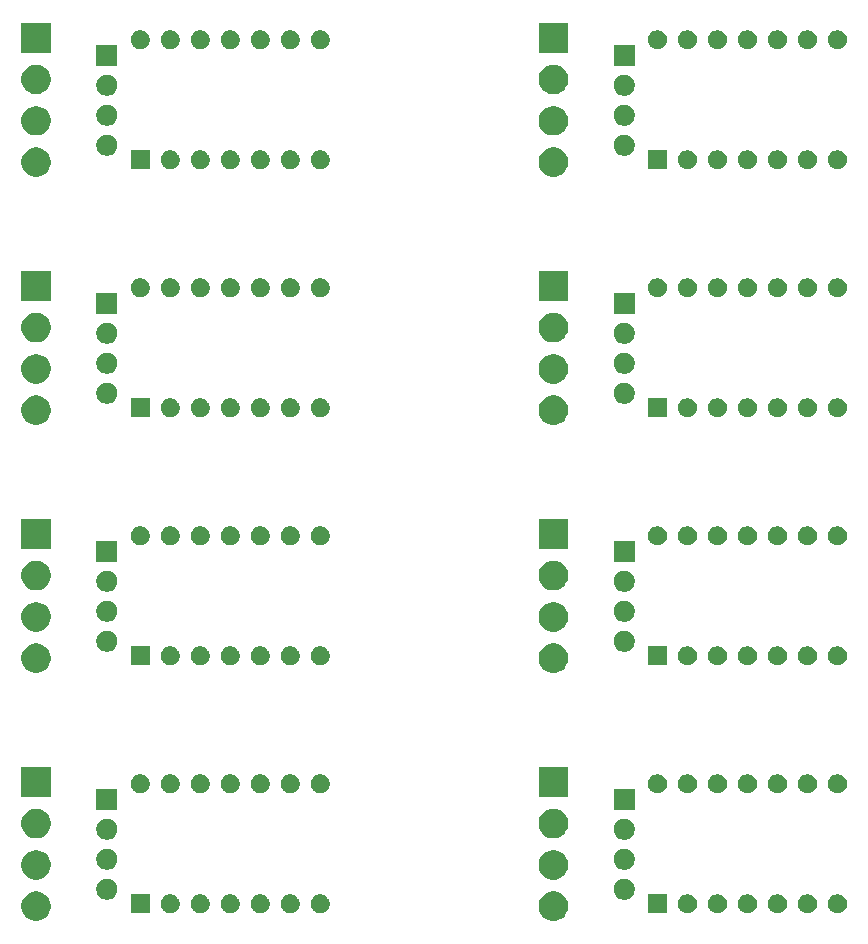
<source format=gbr>
G04 #@! TF.GenerationSoftware,KiCad,Pcbnew,5.1.5+dfsg1-2build2*
G04 #@! TF.CreationDate,2021-11-16T17:19:03-05:00*
G04 #@! TF.ProjectId,,58585858-5858-4585-9858-585858585858,rev?*
G04 #@! TF.SameCoordinates,Original*
G04 #@! TF.FileFunction,Soldermask,Top*
G04 #@! TF.FilePolarity,Negative*
%FSLAX46Y46*%
G04 Gerber Fmt 4.6, Leading zero omitted, Abs format (unit mm)*
G04 Created by KiCad (PCBNEW 5.1.5+dfsg1-2build2) date 2021-11-16 17:19:03*
%MOMM*%
%LPD*%
G04 APERTURE LIST*
%ADD10C,0.100000*%
G04 APERTURE END LIST*
D10*
G36*
X149168503Y-110168475D02*
G01*
X149396171Y-110262778D01*
X149601066Y-110399685D01*
X149775315Y-110573934D01*
X149912222Y-110778829D01*
X150006525Y-111006497D01*
X150054600Y-111248187D01*
X150054600Y-111494613D01*
X150006525Y-111736303D01*
X149912222Y-111963971D01*
X149775315Y-112168866D01*
X149601066Y-112343115D01*
X149396171Y-112480022D01*
X149396170Y-112480023D01*
X149396169Y-112480023D01*
X149168503Y-112574325D01*
X148926814Y-112622400D01*
X148680386Y-112622400D01*
X148438697Y-112574325D01*
X148211031Y-112480023D01*
X148211030Y-112480023D01*
X148211029Y-112480022D01*
X148006134Y-112343115D01*
X147831885Y-112168866D01*
X147694978Y-111963971D01*
X147600675Y-111736303D01*
X147552600Y-111494613D01*
X147552600Y-111248187D01*
X147600675Y-111006497D01*
X147694978Y-110778829D01*
X147831885Y-110573934D01*
X148006134Y-110399685D01*
X148211029Y-110262778D01*
X148438697Y-110168475D01*
X148680386Y-110120400D01*
X148926814Y-110120400D01*
X149168503Y-110168475D01*
G37*
G36*
X105368503Y-110168475D02*
G01*
X105596171Y-110262778D01*
X105801066Y-110399685D01*
X105975315Y-110573934D01*
X106112222Y-110778829D01*
X106206525Y-111006497D01*
X106254600Y-111248187D01*
X106254600Y-111494613D01*
X106206525Y-111736303D01*
X106112222Y-111963971D01*
X105975315Y-112168866D01*
X105801066Y-112343115D01*
X105596171Y-112480022D01*
X105596170Y-112480023D01*
X105596169Y-112480023D01*
X105368503Y-112574325D01*
X105126814Y-112622400D01*
X104880386Y-112622400D01*
X104638697Y-112574325D01*
X104411031Y-112480023D01*
X104411030Y-112480023D01*
X104411029Y-112480022D01*
X104206134Y-112343115D01*
X104031885Y-112168866D01*
X103894978Y-111963971D01*
X103800675Y-111736303D01*
X103752600Y-111494613D01*
X103752600Y-111248187D01*
X103800675Y-111006497D01*
X103894978Y-110778829D01*
X104031885Y-110573934D01*
X104206134Y-110399685D01*
X104411029Y-110262778D01*
X104638697Y-110168475D01*
X104880386Y-110120400D01*
X105126814Y-110120400D01*
X105368503Y-110168475D01*
G37*
G36*
X126751042Y-110400881D02*
G01*
X126896814Y-110461262D01*
X126896816Y-110461263D01*
X127028008Y-110548922D01*
X127139578Y-110660492D01*
X127218649Y-110778831D01*
X127227238Y-110791686D01*
X127287619Y-110937458D01*
X127318400Y-111092207D01*
X127318400Y-111249993D01*
X127287619Y-111404742D01*
X127227238Y-111550514D01*
X127227237Y-111550516D01*
X127139578Y-111681708D01*
X127028008Y-111793278D01*
X126896816Y-111880937D01*
X126896815Y-111880938D01*
X126896814Y-111880938D01*
X126751042Y-111941319D01*
X126596293Y-111972100D01*
X126438507Y-111972100D01*
X126283758Y-111941319D01*
X126137986Y-111880938D01*
X126137985Y-111880938D01*
X126137984Y-111880937D01*
X126006792Y-111793278D01*
X125895222Y-111681708D01*
X125807563Y-111550516D01*
X125807562Y-111550514D01*
X125747181Y-111404742D01*
X125716400Y-111249993D01*
X125716400Y-111092207D01*
X125747181Y-110937458D01*
X125807562Y-110791686D01*
X125816151Y-110778831D01*
X125895222Y-110660492D01*
X126006792Y-110548922D01*
X126137984Y-110461263D01*
X126137986Y-110461262D01*
X126283758Y-110400881D01*
X126438507Y-110370100D01*
X126596293Y-110370100D01*
X126751042Y-110400881D01*
G37*
G36*
X129291042Y-110400881D02*
G01*
X129436814Y-110461262D01*
X129436816Y-110461263D01*
X129568008Y-110548922D01*
X129679578Y-110660492D01*
X129758649Y-110778831D01*
X129767238Y-110791686D01*
X129827619Y-110937458D01*
X129858400Y-111092207D01*
X129858400Y-111249993D01*
X129827619Y-111404742D01*
X129767238Y-111550514D01*
X129767237Y-111550516D01*
X129679578Y-111681708D01*
X129568008Y-111793278D01*
X129436816Y-111880937D01*
X129436815Y-111880938D01*
X129436814Y-111880938D01*
X129291042Y-111941319D01*
X129136293Y-111972100D01*
X128978507Y-111972100D01*
X128823758Y-111941319D01*
X128677986Y-111880938D01*
X128677985Y-111880938D01*
X128677984Y-111880937D01*
X128546792Y-111793278D01*
X128435222Y-111681708D01*
X128347563Y-111550516D01*
X128347562Y-111550514D01*
X128287181Y-111404742D01*
X128256400Y-111249993D01*
X128256400Y-111092207D01*
X128287181Y-110937458D01*
X128347562Y-110791686D01*
X128356151Y-110778831D01*
X128435222Y-110660492D01*
X128546792Y-110548922D01*
X128677984Y-110461263D01*
X128677986Y-110461262D01*
X128823758Y-110400881D01*
X128978507Y-110370100D01*
X129136293Y-110370100D01*
X129291042Y-110400881D01*
G37*
G36*
X158418400Y-111972100D02*
G01*
X156816400Y-111972100D01*
X156816400Y-110370100D01*
X158418400Y-110370100D01*
X158418400Y-111972100D01*
G37*
G36*
X160391042Y-110400881D02*
G01*
X160536814Y-110461262D01*
X160536816Y-110461263D01*
X160668008Y-110548922D01*
X160779578Y-110660492D01*
X160858649Y-110778831D01*
X160867238Y-110791686D01*
X160927619Y-110937458D01*
X160958400Y-111092207D01*
X160958400Y-111249993D01*
X160927619Y-111404742D01*
X160867238Y-111550514D01*
X160867237Y-111550516D01*
X160779578Y-111681708D01*
X160668008Y-111793278D01*
X160536816Y-111880937D01*
X160536815Y-111880938D01*
X160536814Y-111880938D01*
X160391042Y-111941319D01*
X160236293Y-111972100D01*
X160078507Y-111972100D01*
X159923758Y-111941319D01*
X159777986Y-111880938D01*
X159777985Y-111880938D01*
X159777984Y-111880937D01*
X159646792Y-111793278D01*
X159535222Y-111681708D01*
X159447563Y-111550516D01*
X159447562Y-111550514D01*
X159387181Y-111404742D01*
X159356400Y-111249993D01*
X159356400Y-111092207D01*
X159387181Y-110937458D01*
X159447562Y-110791686D01*
X159456151Y-110778831D01*
X159535222Y-110660492D01*
X159646792Y-110548922D01*
X159777984Y-110461263D01*
X159777986Y-110461262D01*
X159923758Y-110400881D01*
X160078507Y-110370100D01*
X160236293Y-110370100D01*
X160391042Y-110400881D01*
G37*
G36*
X162931042Y-110400881D02*
G01*
X163076814Y-110461262D01*
X163076816Y-110461263D01*
X163208008Y-110548922D01*
X163319578Y-110660492D01*
X163398649Y-110778831D01*
X163407238Y-110791686D01*
X163467619Y-110937458D01*
X163498400Y-111092207D01*
X163498400Y-111249993D01*
X163467619Y-111404742D01*
X163407238Y-111550514D01*
X163407237Y-111550516D01*
X163319578Y-111681708D01*
X163208008Y-111793278D01*
X163076816Y-111880937D01*
X163076815Y-111880938D01*
X163076814Y-111880938D01*
X162931042Y-111941319D01*
X162776293Y-111972100D01*
X162618507Y-111972100D01*
X162463758Y-111941319D01*
X162317986Y-111880938D01*
X162317985Y-111880938D01*
X162317984Y-111880937D01*
X162186792Y-111793278D01*
X162075222Y-111681708D01*
X161987563Y-111550516D01*
X161987562Y-111550514D01*
X161927181Y-111404742D01*
X161896400Y-111249993D01*
X161896400Y-111092207D01*
X161927181Y-110937458D01*
X161987562Y-110791686D01*
X161996151Y-110778831D01*
X162075222Y-110660492D01*
X162186792Y-110548922D01*
X162317984Y-110461263D01*
X162317986Y-110461262D01*
X162463758Y-110400881D01*
X162618507Y-110370100D01*
X162776293Y-110370100D01*
X162931042Y-110400881D01*
G37*
G36*
X165471042Y-110400881D02*
G01*
X165616814Y-110461262D01*
X165616816Y-110461263D01*
X165748008Y-110548922D01*
X165859578Y-110660492D01*
X165938649Y-110778831D01*
X165947238Y-110791686D01*
X166007619Y-110937458D01*
X166038400Y-111092207D01*
X166038400Y-111249993D01*
X166007619Y-111404742D01*
X165947238Y-111550514D01*
X165947237Y-111550516D01*
X165859578Y-111681708D01*
X165748008Y-111793278D01*
X165616816Y-111880937D01*
X165616815Y-111880938D01*
X165616814Y-111880938D01*
X165471042Y-111941319D01*
X165316293Y-111972100D01*
X165158507Y-111972100D01*
X165003758Y-111941319D01*
X164857986Y-111880938D01*
X164857985Y-111880938D01*
X164857984Y-111880937D01*
X164726792Y-111793278D01*
X164615222Y-111681708D01*
X164527563Y-111550516D01*
X164527562Y-111550514D01*
X164467181Y-111404742D01*
X164436400Y-111249993D01*
X164436400Y-111092207D01*
X164467181Y-110937458D01*
X164527562Y-110791686D01*
X164536151Y-110778831D01*
X164615222Y-110660492D01*
X164726792Y-110548922D01*
X164857984Y-110461263D01*
X164857986Y-110461262D01*
X165003758Y-110400881D01*
X165158507Y-110370100D01*
X165316293Y-110370100D01*
X165471042Y-110400881D01*
G37*
G36*
X168011042Y-110400881D02*
G01*
X168156814Y-110461262D01*
X168156816Y-110461263D01*
X168288008Y-110548922D01*
X168399578Y-110660492D01*
X168478649Y-110778831D01*
X168487238Y-110791686D01*
X168547619Y-110937458D01*
X168578400Y-111092207D01*
X168578400Y-111249993D01*
X168547619Y-111404742D01*
X168487238Y-111550514D01*
X168487237Y-111550516D01*
X168399578Y-111681708D01*
X168288008Y-111793278D01*
X168156816Y-111880937D01*
X168156815Y-111880938D01*
X168156814Y-111880938D01*
X168011042Y-111941319D01*
X167856293Y-111972100D01*
X167698507Y-111972100D01*
X167543758Y-111941319D01*
X167397986Y-111880938D01*
X167397985Y-111880938D01*
X167397984Y-111880937D01*
X167266792Y-111793278D01*
X167155222Y-111681708D01*
X167067563Y-111550516D01*
X167067562Y-111550514D01*
X167007181Y-111404742D01*
X166976400Y-111249993D01*
X166976400Y-111092207D01*
X167007181Y-110937458D01*
X167067562Y-110791686D01*
X167076151Y-110778831D01*
X167155222Y-110660492D01*
X167266792Y-110548922D01*
X167397984Y-110461263D01*
X167397986Y-110461262D01*
X167543758Y-110400881D01*
X167698507Y-110370100D01*
X167856293Y-110370100D01*
X168011042Y-110400881D01*
G37*
G36*
X170551042Y-110400881D02*
G01*
X170696814Y-110461262D01*
X170696816Y-110461263D01*
X170828008Y-110548922D01*
X170939578Y-110660492D01*
X171018649Y-110778831D01*
X171027238Y-110791686D01*
X171087619Y-110937458D01*
X171118400Y-111092207D01*
X171118400Y-111249993D01*
X171087619Y-111404742D01*
X171027238Y-111550514D01*
X171027237Y-111550516D01*
X170939578Y-111681708D01*
X170828008Y-111793278D01*
X170696816Y-111880937D01*
X170696815Y-111880938D01*
X170696814Y-111880938D01*
X170551042Y-111941319D01*
X170396293Y-111972100D01*
X170238507Y-111972100D01*
X170083758Y-111941319D01*
X169937986Y-111880938D01*
X169937985Y-111880938D01*
X169937984Y-111880937D01*
X169806792Y-111793278D01*
X169695222Y-111681708D01*
X169607563Y-111550516D01*
X169607562Y-111550514D01*
X169547181Y-111404742D01*
X169516400Y-111249993D01*
X169516400Y-111092207D01*
X169547181Y-110937458D01*
X169607562Y-110791686D01*
X169616151Y-110778831D01*
X169695222Y-110660492D01*
X169806792Y-110548922D01*
X169937984Y-110461263D01*
X169937986Y-110461262D01*
X170083758Y-110400881D01*
X170238507Y-110370100D01*
X170396293Y-110370100D01*
X170551042Y-110400881D01*
G37*
G36*
X114618400Y-111972100D02*
G01*
X113016400Y-111972100D01*
X113016400Y-110370100D01*
X114618400Y-110370100D01*
X114618400Y-111972100D01*
G37*
G36*
X173091042Y-110400881D02*
G01*
X173236814Y-110461262D01*
X173236816Y-110461263D01*
X173368008Y-110548922D01*
X173479578Y-110660492D01*
X173558649Y-110778831D01*
X173567238Y-110791686D01*
X173627619Y-110937458D01*
X173658400Y-111092207D01*
X173658400Y-111249993D01*
X173627619Y-111404742D01*
X173567238Y-111550514D01*
X173567237Y-111550516D01*
X173479578Y-111681708D01*
X173368008Y-111793278D01*
X173236816Y-111880937D01*
X173236815Y-111880938D01*
X173236814Y-111880938D01*
X173091042Y-111941319D01*
X172936293Y-111972100D01*
X172778507Y-111972100D01*
X172623758Y-111941319D01*
X172477986Y-111880938D01*
X172477985Y-111880938D01*
X172477984Y-111880937D01*
X172346792Y-111793278D01*
X172235222Y-111681708D01*
X172147563Y-111550516D01*
X172147562Y-111550514D01*
X172087181Y-111404742D01*
X172056400Y-111249993D01*
X172056400Y-111092207D01*
X172087181Y-110937458D01*
X172147562Y-110791686D01*
X172156151Y-110778831D01*
X172235222Y-110660492D01*
X172346792Y-110548922D01*
X172477984Y-110461263D01*
X172477986Y-110461262D01*
X172623758Y-110400881D01*
X172778507Y-110370100D01*
X172936293Y-110370100D01*
X173091042Y-110400881D01*
G37*
G36*
X124211042Y-110400881D02*
G01*
X124356814Y-110461262D01*
X124356816Y-110461263D01*
X124488008Y-110548922D01*
X124599578Y-110660492D01*
X124678649Y-110778831D01*
X124687238Y-110791686D01*
X124747619Y-110937458D01*
X124778400Y-111092207D01*
X124778400Y-111249993D01*
X124747619Y-111404742D01*
X124687238Y-111550514D01*
X124687237Y-111550516D01*
X124599578Y-111681708D01*
X124488008Y-111793278D01*
X124356816Y-111880937D01*
X124356815Y-111880938D01*
X124356814Y-111880938D01*
X124211042Y-111941319D01*
X124056293Y-111972100D01*
X123898507Y-111972100D01*
X123743758Y-111941319D01*
X123597986Y-111880938D01*
X123597985Y-111880938D01*
X123597984Y-111880937D01*
X123466792Y-111793278D01*
X123355222Y-111681708D01*
X123267563Y-111550516D01*
X123267562Y-111550514D01*
X123207181Y-111404742D01*
X123176400Y-111249993D01*
X123176400Y-111092207D01*
X123207181Y-110937458D01*
X123267562Y-110791686D01*
X123276151Y-110778831D01*
X123355222Y-110660492D01*
X123466792Y-110548922D01*
X123597984Y-110461263D01*
X123597986Y-110461262D01*
X123743758Y-110400881D01*
X123898507Y-110370100D01*
X124056293Y-110370100D01*
X124211042Y-110400881D01*
G37*
G36*
X121671042Y-110400881D02*
G01*
X121816814Y-110461262D01*
X121816816Y-110461263D01*
X121948008Y-110548922D01*
X122059578Y-110660492D01*
X122138649Y-110778831D01*
X122147238Y-110791686D01*
X122207619Y-110937458D01*
X122238400Y-111092207D01*
X122238400Y-111249993D01*
X122207619Y-111404742D01*
X122147238Y-111550514D01*
X122147237Y-111550516D01*
X122059578Y-111681708D01*
X121948008Y-111793278D01*
X121816816Y-111880937D01*
X121816815Y-111880938D01*
X121816814Y-111880938D01*
X121671042Y-111941319D01*
X121516293Y-111972100D01*
X121358507Y-111972100D01*
X121203758Y-111941319D01*
X121057986Y-111880938D01*
X121057985Y-111880938D01*
X121057984Y-111880937D01*
X120926792Y-111793278D01*
X120815222Y-111681708D01*
X120727563Y-111550516D01*
X120727562Y-111550514D01*
X120667181Y-111404742D01*
X120636400Y-111249993D01*
X120636400Y-111092207D01*
X120667181Y-110937458D01*
X120727562Y-110791686D01*
X120736151Y-110778831D01*
X120815222Y-110660492D01*
X120926792Y-110548922D01*
X121057984Y-110461263D01*
X121057986Y-110461262D01*
X121203758Y-110400881D01*
X121358507Y-110370100D01*
X121516293Y-110370100D01*
X121671042Y-110400881D01*
G37*
G36*
X119131042Y-110400881D02*
G01*
X119276814Y-110461262D01*
X119276816Y-110461263D01*
X119408008Y-110548922D01*
X119519578Y-110660492D01*
X119598649Y-110778831D01*
X119607238Y-110791686D01*
X119667619Y-110937458D01*
X119698400Y-111092207D01*
X119698400Y-111249993D01*
X119667619Y-111404742D01*
X119607238Y-111550514D01*
X119607237Y-111550516D01*
X119519578Y-111681708D01*
X119408008Y-111793278D01*
X119276816Y-111880937D01*
X119276815Y-111880938D01*
X119276814Y-111880938D01*
X119131042Y-111941319D01*
X118976293Y-111972100D01*
X118818507Y-111972100D01*
X118663758Y-111941319D01*
X118517986Y-111880938D01*
X118517985Y-111880938D01*
X118517984Y-111880937D01*
X118386792Y-111793278D01*
X118275222Y-111681708D01*
X118187563Y-111550516D01*
X118187562Y-111550514D01*
X118127181Y-111404742D01*
X118096400Y-111249993D01*
X118096400Y-111092207D01*
X118127181Y-110937458D01*
X118187562Y-110791686D01*
X118196151Y-110778831D01*
X118275222Y-110660492D01*
X118386792Y-110548922D01*
X118517984Y-110461263D01*
X118517986Y-110461262D01*
X118663758Y-110400881D01*
X118818507Y-110370100D01*
X118976293Y-110370100D01*
X119131042Y-110400881D01*
G37*
G36*
X116591042Y-110400881D02*
G01*
X116736814Y-110461262D01*
X116736816Y-110461263D01*
X116868008Y-110548922D01*
X116979578Y-110660492D01*
X117058649Y-110778831D01*
X117067238Y-110791686D01*
X117127619Y-110937458D01*
X117158400Y-111092207D01*
X117158400Y-111249993D01*
X117127619Y-111404742D01*
X117067238Y-111550514D01*
X117067237Y-111550516D01*
X116979578Y-111681708D01*
X116868008Y-111793278D01*
X116736816Y-111880937D01*
X116736815Y-111880938D01*
X116736814Y-111880938D01*
X116591042Y-111941319D01*
X116436293Y-111972100D01*
X116278507Y-111972100D01*
X116123758Y-111941319D01*
X115977986Y-111880938D01*
X115977985Y-111880938D01*
X115977984Y-111880937D01*
X115846792Y-111793278D01*
X115735222Y-111681708D01*
X115647563Y-111550516D01*
X115647562Y-111550514D01*
X115587181Y-111404742D01*
X115556400Y-111249993D01*
X115556400Y-111092207D01*
X115587181Y-110937458D01*
X115647562Y-110791686D01*
X115656151Y-110778831D01*
X115735222Y-110660492D01*
X115846792Y-110548922D01*
X115977984Y-110461263D01*
X115977986Y-110461262D01*
X116123758Y-110400881D01*
X116278507Y-110370100D01*
X116436293Y-110370100D01*
X116591042Y-110400881D01*
G37*
G36*
X111111512Y-109043127D02*
G01*
X111260812Y-109072824D01*
X111424784Y-109140744D01*
X111572354Y-109239347D01*
X111697853Y-109364846D01*
X111796456Y-109512416D01*
X111864376Y-109676388D01*
X111899000Y-109850459D01*
X111899000Y-110027941D01*
X111864376Y-110202012D01*
X111796456Y-110365984D01*
X111697853Y-110513554D01*
X111572354Y-110639053D01*
X111424784Y-110737656D01*
X111260812Y-110805576D01*
X111111512Y-110835273D01*
X111086742Y-110840200D01*
X110909258Y-110840200D01*
X110884488Y-110835273D01*
X110735188Y-110805576D01*
X110571216Y-110737656D01*
X110423646Y-110639053D01*
X110298147Y-110513554D01*
X110199544Y-110365984D01*
X110131624Y-110202012D01*
X110097000Y-110027941D01*
X110097000Y-109850459D01*
X110131624Y-109676388D01*
X110199544Y-109512416D01*
X110298147Y-109364846D01*
X110423646Y-109239347D01*
X110571216Y-109140744D01*
X110735188Y-109072824D01*
X110884488Y-109043127D01*
X110909258Y-109038200D01*
X111086742Y-109038200D01*
X111111512Y-109043127D01*
G37*
G36*
X154911512Y-109043127D02*
G01*
X155060812Y-109072824D01*
X155224784Y-109140744D01*
X155372354Y-109239347D01*
X155497853Y-109364846D01*
X155596456Y-109512416D01*
X155664376Y-109676388D01*
X155699000Y-109850459D01*
X155699000Y-110027941D01*
X155664376Y-110202012D01*
X155596456Y-110365984D01*
X155497853Y-110513554D01*
X155372354Y-110639053D01*
X155224784Y-110737656D01*
X155060812Y-110805576D01*
X154911512Y-110835273D01*
X154886742Y-110840200D01*
X154709258Y-110840200D01*
X154684488Y-110835273D01*
X154535188Y-110805576D01*
X154371216Y-110737656D01*
X154223646Y-110639053D01*
X154098147Y-110513554D01*
X153999544Y-110365984D01*
X153931624Y-110202012D01*
X153897000Y-110027941D01*
X153897000Y-109850459D01*
X153931624Y-109676388D01*
X153999544Y-109512416D01*
X154098147Y-109364846D01*
X154223646Y-109239347D01*
X154371216Y-109140744D01*
X154535188Y-109072824D01*
X154684488Y-109043127D01*
X154709258Y-109038200D01*
X154886742Y-109038200D01*
X154911512Y-109043127D01*
G37*
G36*
X149168503Y-106668475D02*
G01*
X149396171Y-106762778D01*
X149601066Y-106899685D01*
X149775315Y-107073934D01*
X149912222Y-107278829D01*
X150006525Y-107506497D01*
X150054600Y-107748187D01*
X150054600Y-107994613D01*
X150006525Y-108236303D01*
X149912222Y-108463971D01*
X149775315Y-108668866D01*
X149601066Y-108843115D01*
X149396171Y-108980022D01*
X149396170Y-108980023D01*
X149396169Y-108980023D01*
X149168503Y-109074325D01*
X148926814Y-109122400D01*
X148680386Y-109122400D01*
X148438697Y-109074325D01*
X148211031Y-108980023D01*
X148211030Y-108980023D01*
X148211029Y-108980022D01*
X148006134Y-108843115D01*
X147831885Y-108668866D01*
X147694978Y-108463971D01*
X147600675Y-108236303D01*
X147552600Y-107994613D01*
X147552600Y-107748187D01*
X147600675Y-107506497D01*
X147694978Y-107278829D01*
X147831885Y-107073934D01*
X148006134Y-106899685D01*
X148211029Y-106762778D01*
X148438697Y-106668475D01*
X148680386Y-106620400D01*
X148926814Y-106620400D01*
X149168503Y-106668475D01*
G37*
G36*
X105368503Y-106668475D02*
G01*
X105596171Y-106762778D01*
X105801066Y-106899685D01*
X105975315Y-107073934D01*
X106112222Y-107278829D01*
X106206525Y-107506497D01*
X106254600Y-107748187D01*
X106254600Y-107994613D01*
X106206525Y-108236303D01*
X106112222Y-108463971D01*
X105975315Y-108668866D01*
X105801066Y-108843115D01*
X105596171Y-108980022D01*
X105596170Y-108980023D01*
X105596169Y-108980023D01*
X105368503Y-109074325D01*
X105126814Y-109122400D01*
X104880386Y-109122400D01*
X104638697Y-109074325D01*
X104411031Y-108980023D01*
X104411030Y-108980023D01*
X104411029Y-108980022D01*
X104206134Y-108843115D01*
X104031885Y-108668866D01*
X103894978Y-108463971D01*
X103800675Y-108236303D01*
X103752600Y-107994613D01*
X103752600Y-107748187D01*
X103800675Y-107506497D01*
X103894978Y-107278829D01*
X104031885Y-107073934D01*
X104206134Y-106899685D01*
X104411029Y-106762778D01*
X104638697Y-106668475D01*
X104880386Y-106620400D01*
X105126814Y-106620400D01*
X105368503Y-106668475D01*
G37*
G36*
X154911512Y-106503127D02*
G01*
X155060812Y-106532824D01*
X155224784Y-106600744D01*
X155372354Y-106699347D01*
X155497853Y-106824846D01*
X155596456Y-106972416D01*
X155664376Y-107136388D01*
X155699000Y-107310459D01*
X155699000Y-107487941D01*
X155664376Y-107662012D01*
X155596456Y-107825984D01*
X155497853Y-107973554D01*
X155372354Y-108099053D01*
X155224784Y-108197656D01*
X155060812Y-108265576D01*
X154911512Y-108295273D01*
X154886742Y-108300200D01*
X154709258Y-108300200D01*
X154684488Y-108295273D01*
X154535188Y-108265576D01*
X154371216Y-108197656D01*
X154223646Y-108099053D01*
X154098147Y-107973554D01*
X153999544Y-107825984D01*
X153931624Y-107662012D01*
X153897000Y-107487941D01*
X153897000Y-107310459D01*
X153931624Y-107136388D01*
X153999544Y-106972416D01*
X154098147Y-106824846D01*
X154223646Y-106699347D01*
X154371216Y-106600744D01*
X154535188Y-106532824D01*
X154684488Y-106503127D01*
X154709258Y-106498200D01*
X154886742Y-106498200D01*
X154911512Y-106503127D01*
G37*
G36*
X111111512Y-106503127D02*
G01*
X111260812Y-106532824D01*
X111424784Y-106600744D01*
X111572354Y-106699347D01*
X111697853Y-106824846D01*
X111796456Y-106972416D01*
X111864376Y-107136388D01*
X111899000Y-107310459D01*
X111899000Y-107487941D01*
X111864376Y-107662012D01*
X111796456Y-107825984D01*
X111697853Y-107973554D01*
X111572354Y-108099053D01*
X111424784Y-108197656D01*
X111260812Y-108265576D01*
X111111512Y-108295273D01*
X111086742Y-108300200D01*
X110909258Y-108300200D01*
X110884488Y-108295273D01*
X110735188Y-108265576D01*
X110571216Y-108197656D01*
X110423646Y-108099053D01*
X110298147Y-107973554D01*
X110199544Y-107825984D01*
X110131624Y-107662012D01*
X110097000Y-107487941D01*
X110097000Y-107310459D01*
X110131624Y-107136388D01*
X110199544Y-106972416D01*
X110298147Y-106824846D01*
X110423646Y-106699347D01*
X110571216Y-106600744D01*
X110735188Y-106532824D01*
X110884488Y-106503127D01*
X110909258Y-106498200D01*
X111086742Y-106498200D01*
X111111512Y-106503127D01*
G37*
G36*
X154911512Y-103963127D02*
G01*
X155060812Y-103992824D01*
X155224784Y-104060744D01*
X155372354Y-104159347D01*
X155497853Y-104284846D01*
X155596456Y-104432416D01*
X155664376Y-104596388D01*
X155699000Y-104770459D01*
X155699000Y-104947941D01*
X155664376Y-105122012D01*
X155596456Y-105285984D01*
X155497853Y-105433554D01*
X155372354Y-105559053D01*
X155224784Y-105657656D01*
X155060812Y-105725576D01*
X154911512Y-105755273D01*
X154886742Y-105760200D01*
X154709258Y-105760200D01*
X154684488Y-105755273D01*
X154535188Y-105725576D01*
X154371216Y-105657656D01*
X154223646Y-105559053D01*
X154098147Y-105433554D01*
X153999544Y-105285984D01*
X153931624Y-105122012D01*
X153897000Y-104947941D01*
X153897000Y-104770459D01*
X153931624Y-104596388D01*
X153999544Y-104432416D01*
X154098147Y-104284846D01*
X154223646Y-104159347D01*
X154371216Y-104060744D01*
X154535188Y-103992824D01*
X154684488Y-103963127D01*
X154709258Y-103958200D01*
X154886742Y-103958200D01*
X154911512Y-103963127D01*
G37*
G36*
X111111512Y-103963127D02*
G01*
X111260812Y-103992824D01*
X111424784Y-104060744D01*
X111572354Y-104159347D01*
X111697853Y-104284846D01*
X111796456Y-104432416D01*
X111864376Y-104596388D01*
X111899000Y-104770459D01*
X111899000Y-104947941D01*
X111864376Y-105122012D01*
X111796456Y-105285984D01*
X111697853Y-105433554D01*
X111572354Y-105559053D01*
X111424784Y-105657656D01*
X111260812Y-105725576D01*
X111111512Y-105755273D01*
X111086742Y-105760200D01*
X110909258Y-105760200D01*
X110884488Y-105755273D01*
X110735188Y-105725576D01*
X110571216Y-105657656D01*
X110423646Y-105559053D01*
X110298147Y-105433554D01*
X110199544Y-105285984D01*
X110131624Y-105122012D01*
X110097000Y-104947941D01*
X110097000Y-104770459D01*
X110131624Y-104596388D01*
X110199544Y-104432416D01*
X110298147Y-104284846D01*
X110423646Y-104159347D01*
X110571216Y-104060744D01*
X110735188Y-103992824D01*
X110884488Y-103963127D01*
X110909258Y-103958200D01*
X111086742Y-103958200D01*
X111111512Y-103963127D01*
G37*
G36*
X105368503Y-103168475D02*
G01*
X105493379Y-103220200D01*
X105596171Y-103262778D01*
X105801066Y-103399685D01*
X105975315Y-103573934D01*
X105975316Y-103573936D01*
X106112223Y-103778831D01*
X106206525Y-104006497D01*
X106254600Y-104248186D01*
X106254600Y-104494614D01*
X106206525Y-104736303D01*
X106118862Y-104947942D01*
X106112222Y-104963971D01*
X105975315Y-105168866D01*
X105801066Y-105343115D01*
X105596171Y-105480022D01*
X105596170Y-105480023D01*
X105596169Y-105480023D01*
X105368503Y-105574325D01*
X105126814Y-105622400D01*
X104880386Y-105622400D01*
X104638697Y-105574325D01*
X104411031Y-105480023D01*
X104411030Y-105480023D01*
X104411029Y-105480022D01*
X104206134Y-105343115D01*
X104031885Y-105168866D01*
X103894978Y-104963971D01*
X103888339Y-104947942D01*
X103800675Y-104736303D01*
X103752600Y-104494614D01*
X103752600Y-104248186D01*
X103800675Y-104006497D01*
X103894977Y-103778831D01*
X104031884Y-103573936D01*
X104031885Y-103573934D01*
X104206134Y-103399685D01*
X104411029Y-103262778D01*
X104513822Y-103220200D01*
X104638697Y-103168475D01*
X104880386Y-103120400D01*
X105126814Y-103120400D01*
X105368503Y-103168475D01*
G37*
G36*
X149168503Y-103168475D02*
G01*
X149293379Y-103220200D01*
X149396171Y-103262778D01*
X149601066Y-103399685D01*
X149775315Y-103573934D01*
X149775316Y-103573936D01*
X149912223Y-103778831D01*
X150006525Y-104006497D01*
X150054600Y-104248186D01*
X150054600Y-104494614D01*
X150006525Y-104736303D01*
X149918862Y-104947942D01*
X149912222Y-104963971D01*
X149775315Y-105168866D01*
X149601066Y-105343115D01*
X149396171Y-105480022D01*
X149396170Y-105480023D01*
X149396169Y-105480023D01*
X149168503Y-105574325D01*
X148926814Y-105622400D01*
X148680386Y-105622400D01*
X148438697Y-105574325D01*
X148211031Y-105480023D01*
X148211030Y-105480023D01*
X148211029Y-105480022D01*
X148006134Y-105343115D01*
X147831885Y-105168866D01*
X147694978Y-104963971D01*
X147688339Y-104947942D01*
X147600675Y-104736303D01*
X147552600Y-104494614D01*
X147552600Y-104248186D01*
X147600675Y-104006497D01*
X147694977Y-103778831D01*
X147831884Y-103573936D01*
X147831885Y-103573934D01*
X148006134Y-103399685D01*
X148211029Y-103262778D01*
X148313822Y-103220200D01*
X148438697Y-103168475D01*
X148680386Y-103120400D01*
X148926814Y-103120400D01*
X149168503Y-103168475D01*
G37*
G36*
X155699000Y-103220200D02*
G01*
X153897000Y-103220200D01*
X153897000Y-101418200D01*
X155699000Y-101418200D01*
X155699000Y-103220200D01*
G37*
G36*
X111899000Y-103220200D02*
G01*
X110097000Y-103220200D01*
X110097000Y-101418200D01*
X111899000Y-101418200D01*
X111899000Y-103220200D01*
G37*
G36*
X106254600Y-102122400D02*
G01*
X103752600Y-102122400D01*
X103752600Y-99620400D01*
X106254600Y-99620400D01*
X106254600Y-102122400D01*
G37*
G36*
X150054600Y-102122400D02*
G01*
X147552600Y-102122400D01*
X147552600Y-99620400D01*
X150054600Y-99620400D01*
X150054600Y-102122400D01*
G37*
G36*
X165471042Y-100240881D02*
G01*
X165616814Y-100301262D01*
X165616816Y-100301263D01*
X165748008Y-100388922D01*
X165859578Y-100500492D01*
X165947237Y-100631684D01*
X165947238Y-100631686D01*
X166007619Y-100777458D01*
X166038400Y-100932207D01*
X166038400Y-101089993D01*
X166007619Y-101244742D01*
X165947238Y-101390514D01*
X165947237Y-101390516D01*
X165859578Y-101521708D01*
X165748008Y-101633278D01*
X165616816Y-101720937D01*
X165616815Y-101720938D01*
X165616814Y-101720938D01*
X165471042Y-101781319D01*
X165316293Y-101812100D01*
X165158507Y-101812100D01*
X165003758Y-101781319D01*
X164857986Y-101720938D01*
X164857985Y-101720938D01*
X164857984Y-101720937D01*
X164726792Y-101633278D01*
X164615222Y-101521708D01*
X164527563Y-101390516D01*
X164527562Y-101390514D01*
X164467181Y-101244742D01*
X164436400Y-101089993D01*
X164436400Y-100932207D01*
X164467181Y-100777458D01*
X164527562Y-100631686D01*
X164527563Y-100631684D01*
X164615222Y-100500492D01*
X164726792Y-100388922D01*
X164857984Y-100301263D01*
X164857986Y-100301262D01*
X165003758Y-100240881D01*
X165158507Y-100210100D01*
X165316293Y-100210100D01*
X165471042Y-100240881D01*
G37*
G36*
X129291042Y-100240881D02*
G01*
X129436814Y-100301262D01*
X129436816Y-100301263D01*
X129568008Y-100388922D01*
X129679578Y-100500492D01*
X129767237Y-100631684D01*
X129767238Y-100631686D01*
X129827619Y-100777458D01*
X129858400Y-100932207D01*
X129858400Y-101089993D01*
X129827619Y-101244742D01*
X129767238Y-101390514D01*
X129767237Y-101390516D01*
X129679578Y-101521708D01*
X129568008Y-101633278D01*
X129436816Y-101720937D01*
X129436815Y-101720938D01*
X129436814Y-101720938D01*
X129291042Y-101781319D01*
X129136293Y-101812100D01*
X128978507Y-101812100D01*
X128823758Y-101781319D01*
X128677986Y-101720938D01*
X128677985Y-101720938D01*
X128677984Y-101720937D01*
X128546792Y-101633278D01*
X128435222Y-101521708D01*
X128347563Y-101390516D01*
X128347562Y-101390514D01*
X128287181Y-101244742D01*
X128256400Y-101089993D01*
X128256400Y-100932207D01*
X128287181Y-100777458D01*
X128347562Y-100631686D01*
X128347563Y-100631684D01*
X128435222Y-100500492D01*
X128546792Y-100388922D01*
X128677984Y-100301263D01*
X128677986Y-100301262D01*
X128823758Y-100240881D01*
X128978507Y-100210100D01*
X129136293Y-100210100D01*
X129291042Y-100240881D01*
G37*
G36*
X124211042Y-100240881D02*
G01*
X124356814Y-100301262D01*
X124356816Y-100301263D01*
X124488008Y-100388922D01*
X124599578Y-100500492D01*
X124687237Y-100631684D01*
X124687238Y-100631686D01*
X124747619Y-100777458D01*
X124778400Y-100932207D01*
X124778400Y-101089993D01*
X124747619Y-101244742D01*
X124687238Y-101390514D01*
X124687237Y-101390516D01*
X124599578Y-101521708D01*
X124488008Y-101633278D01*
X124356816Y-101720937D01*
X124356815Y-101720938D01*
X124356814Y-101720938D01*
X124211042Y-101781319D01*
X124056293Y-101812100D01*
X123898507Y-101812100D01*
X123743758Y-101781319D01*
X123597986Y-101720938D01*
X123597985Y-101720938D01*
X123597984Y-101720937D01*
X123466792Y-101633278D01*
X123355222Y-101521708D01*
X123267563Y-101390516D01*
X123267562Y-101390514D01*
X123207181Y-101244742D01*
X123176400Y-101089993D01*
X123176400Y-100932207D01*
X123207181Y-100777458D01*
X123267562Y-100631686D01*
X123267563Y-100631684D01*
X123355222Y-100500492D01*
X123466792Y-100388922D01*
X123597984Y-100301263D01*
X123597986Y-100301262D01*
X123743758Y-100240881D01*
X123898507Y-100210100D01*
X124056293Y-100210100D01*
X124211042Y-100240881D01*
G37*
G36*
X121671042Y-100240881D02*
G01*
X121816814Y-100301262D01*
X121816816Y-100301263D01*
X121948008Y-100388922D01*
X122059578Y-100500492D01*
X122147237Y-100631684D01*
X122147238Y-100631686D01*
X122207619Y-100777458D01*
X122238400Y-100932207D01*
X122238400Y-101089993D01*
X122207619Y-101244742D01*
X122147238Y-101390514D01*
X122147237Y-101390516D01*
X122059578Y-101521708D01*
X121948008Y-101633278D01*
X121816816Y-101720937D01*
X121816815Y-101720938D01*
X121816814Y-101720938D01*
X121671042Y-101781319D01*
X121516293Y-101812100D01*
X121358507Y-101812100D01*
X121203758Y-101781319D01*
X121057986Y-101720938D01*
X121057985Y-101720938D01*
X121057984Y-101720937D01*
X120926792Y-101633278D01*
X120815222Y-101521708D01*
X120727563Y-101390516D01*
X120727562Y-101390514D01*
X120667181Y-101244742D01*
X120636400Y-101089993D01*
X120636400Y-100932207D01*
X120667181Y-100777458D01*
X120727562Y-100631686D01*
X120727563Y-100631684D01*
X120815222Y-100500492D01*
X120926792Y-100388922D01*
X121057984Y-100301263D01*
X121057986Y-100301262D01*
X121203758Y-100240881D01*
X121358507Y-100210100D01*
X121516293Y-100210100D01*
X121671042Y-100240881D01*
G37*
G36*
X119131042Y-100240881D02*
G01*
X119276814Y-100301262D01*
X119276816Y-100301263D01*
X119408008Y-100388922D01*
X119519578Y-100500492D01*
X119607237Y-100631684D01*
X119607238Y-100631686D01*
X119667619Y-100777458D01*
X119698400Y-100932207D01*
X119698400Y-101089993D01*
X119667619Y-101244742D01*
X119607238Y-101390514D01*
X119607237Y-101390516D01*
X119519578Y-101521708D01*
X119408008Y-101633278D01*
X119276816Y-101720937D01*
X119276815Y-101720938D01*
X119276814Y-101720938D01*
X119131042Y-101781319D01*
X118976293Y-101812100D01*
X118818507Y-101812100D01*
X118663758Y-101781319D01*
X118517986Y-101720938D01*
X118517985Y-101720938D01*
X118517984Y-101720937D01*
X118386792Y-101633278D01*
X118275222Y-101521708D01*
X118187563Y-101390516D01*
X118187562Y-101390514D01*
X118127181Y-101244742D01*
X118096400Y-101089993D01*
X118096400Y-100932207D01*
X118127181Y-100777458D01*
X118187562Y-100631686D01*
X118187563Y-100631684D01*
X118275222Y-100500492D01*
X118386792Y-100388922D01*
X118517984Y-100301263D01*
X118517986Y-100301262D01*
X118663758Y-100240881D01*
X118818507Y-100210100D01*
X118976293Y-100210100D01*
X119131042Y-100240881D01*
G37*
G36*
X157851042Y-100240881D02*
G01*
X157996814Y-100301262D01*
X157996816Y-100301263D01*
X158128008Y-100388922D01*
X158239578Y-100500492D01*
X158327237Y-100631684D01*
X158327238Y-100631686D01*
X158387619Y-100777458D01*
X158418400Y-100932207D01*
X158418400Y-101089993D01*
X158387619Y-101244742D01*
X158327238Y-101390514D01*
X158327237Y-101390516D01*
X158239578Y-101521708D01*
X158128008Y-101633278D01*
X157996816Y-101720937D01*
X157996815Y-101720938D01*
X157996814Y-101720938D01*
X157851042Y-101781319D01*
X157696293Y-101812100D01*
X157538507Y-101812100D01*
X157383758Y-101781319D01*
X157237986Y-101720938D01*
X157237985Y-101720938D01*
X157237984Y-101720937D01*
X157106792Y-101633278D01*
X156995222Y-101521708D01*
X156907563Y-101390516D01*
X156907562Y-101390514D01*
X156847181Y-101244742D01*
X156816400Y-101089993D01*
X156816400Y-100932207D01*
X156847181Y-100777458D01*
X156907562Y-100631686D01*
X156907563Y-100631684D01*
X156995222Y-100500492D01*
X157106792Y-100388922D01*
X157237984Y-100301263D01*
X157237986Y-100301262D01*
X157383758Y-100240881D01*
X157538507Y-100210100D01*
X157696293Y-100210100D01*
X157851042Y-100240881D01*
G37*
G36*
X160391042Y-100240881D02*
G01*
X160536814Y-100301262D01*
X160536816Y-100301263D01*
X160668008Y-100388922D01*
X160779578Y-100500492D01*
X160867237Y-100631684D01*
X160867238Y-100631686D01*
X160927619Y-100777458D01*
X160958400Y-100932207D01*
X160958400Y-101089993D01*
X160927619Y-101244742D01*
X160867238Y-101390514D01*
X160867237Y-101390516D01*
X160779578Y-101521708D01*
X160668008Y-101633278D01*
X160536816Y-101720937D01*
X160536815Y-101720938D01*
X160536814Y-101720938D01*
X160391042Y-101781319D01*
X160236293Y-101812100D01*
X160078507Y-101812100D01*
X159923758Y-101781319D01*
X159777986Y-101720938D01*
X159777985Y-101720938D01*
X159777984Y-101720937D01*
X159646792Y-101633278D01*
X159535222Y-101521708D01*
X159447563Y-101390516D01*
X159447562Y-101390514D01*
X159387181Y-101244742D01*
X159356400Y-101089993D01*
X159356400Y-100932207D01*
X159387181Y-100777458D01*
X159447562Y-100631686D01*
X159447563Y-100631684D01*
X159535222Y-100500492D01*
X159646792Y-100388922D01*
X159777984Y-100301263D01*
X159777986Y-100301262D01*
X159923758Y-100240881D01*
X160078507Y-100210100D01*
X160236293Y-100210100D01*
X160391042Y-100240881D01*
G37*
G36*
X126751042Y-100240881D02*
G01*
X126896814Y-100301262D01*
X126896816Y-100301263D01*
X127028008Y-100388922D01*
X127139578Y-100500492D01*
X127227237Y-100631684D01*
X127227238Y-100631686D01*
X127287619Y-100777458D01*
X127318400Y-100932207D01*
X127318400Y-101089993D01*
X127287619Y-101244742D01*
X127227238Y-101390514D01*
X127227237Y-101390516D01*
X127139578Y-101521708D01*
X127028008Y-101633278D01*
X126896816Y-101720937D01*
X126896815Y-101720938D01*
X126896814Y-101720938D01*
X126751042Y-101781319D01*
X126596293Y-101812100D01*
X126438507Y-101812100D01*
X126283758Y-101781319D01*
X126137986Y-101720938D01*
X126137985Y-101720938D01*
X126137984Y-101720937D01*
X126006792Y-101633278D01*
X125895222Y-101521708D01*
X125807563Y-101390516D01*
X125807562Y-101390514D01*
X125747181Y-101244742D01*
X125716400Y-101089993D01*
X125716400Y-100932207D01*
X125747181Y-100777458D01*
X125807562Y-100631686D01*
X125807563Y-100631684D01*
X125895222Y-100500492D01*
X126006792Y-100388922D01*
X126137984Y-100301263D01*
X126137986Y-100301262D01*
X126283758Y-100240881D01*
X126438507Y-100210100D01*
X126596293Y-100210100D01*
X126751042Y-100240881D01*
G37*
G36*
X170551042Y-100240881D02*
G01*
X170696814Y-100301262D01*
X170696816Y-100301263D01*
X170828008Y-100388922D01*
X170939578Y-100500492D01*
X171027237Y-100631684D01*
X171027238Y-100631686D01*
X171087619Y-100777458D01*
X171118400Y-100932207D01*
X171118400Y-101089993D01*
X171087619Y-101244742D01*
X171027238Y-101390514D01*
X171027237Y-101390516D01*
X170939578Y-101521708D01*
X170828008Y-101633278D01*
X170696816Y-101720937D01*
X170696815Y-101720938D01*
X170696814Y-101720938D01*
X170551042Y-101781319D01*
X170396293Y-101812100D01*
X170238507Y-101812100D01*
X170083758Y-101781319D01*
X169937986Y-101720938D01*
X169937985Y-101720938D01*
X169937984Y-101720937D01*
X169806792Y-101633278D01*
X169695222Y-101521708D01*
X169607563Y-101390516D01*
X169607562Y-101390514D01*
X169547181Y-101244742D01*
X169516400Y-101089993D01*
X169516400Y-100932207D01*
X169547181Y-100777458D01*
X169607562Y-100631686D01*
X169607563Y-100631684D01*
X169695222Y-100500492D01*
X169806792Y-100388922D01*
X169937984Y-100301263D01*
X169937986Y-100301262D01*
X170083758Y-100240881D01*
X170238507Y-100210100D01*
X170396293Y-100210100D01*
X170551042Y-100240881D01*
G37*
G36*
X173091042Y-100240881D02*
G01*
X173236814Y-100301262D01*
X173236816Y-100301263D01*
X173368008Y-100388922D01*
X173479578Y-100500492D01*
X173567237Y-100631684D01*
X173567238Y-100631686D01*
X173627619Y-100777458D01*
X173658400Y-100932207D01*
X173658400Y-101089993D01*
X173627619Y-101244742D01*
X173567238Y-101390514D01*
X173567237Y-101390516D01*
X173479578Y-101521708D01*
X173368008Y-101633278D01*
X173236816Y-101720937D01*
X173236815Y-101720938D01*
X173236814Y-101720938D01*
X173091042Y-101781319D01*
X172936293Y-101812100D01*
X172778507Y-101812100D01*
X172623758Y-101781319D01*
X172477986Y-101720938D01*
X172477985Y-101720938D01*
X172477984Y-101720937D01*
X172346792Y-101633278D01*
X172235222Y-101521708D01*
X172147563Y-101390516D01*
X172147562Y-101390514D01*
X172087181Y-101244742D01*
X172056400Y-101089993D01*
X172056400Y-100932207D01*
X172087181Y-100777458D01*
X172147562Y-100631686D01*
X172147563Y-100631684D01*
X172235222Y-100500492D01*
X172346792Y-100388922D01*
X172477984Y-100301263D01*
X172477986Y-100301262D01*
X172623758Y-100240881D01*
X172778507Y-100210100D01*
X172936293Y-100210100D01*
X173091042Y-100240881D01*
G37*
G36*
X116591042Y-100240881D02*
G01*
X116736814Y-100301262D01*
X116736816Y-100301263D01*
X116868008Y-100388922D01*
X116979578Y-100500492D01*
X117067237Y-100631684D01*
X117067238Y-100631686D01*
X117127619Y-100777458D01*
X117158400Y-100932207D01*
X117158400Y-101089993D01*
X117127619Y-101244742D01*
X117067238Y-101390514D01*
X117067237Y-101390516D01*
X116979578Y-101521708D01*
X116868008Y-101633278D01*
X116736816Y-101720937D01*
X116736815Y-101720938D01*
X116736814Y-101720938D01*
X116591042Y-101781319D01*
X116436293Y-101812100D01*
X116278507Y-101812100D01*
X116123758Y-101781319D01*
X115977986Y-101720938D01*
X115977985Y-101720938D01*
X115977984Y-101720937D01*
X115846792Y-101633278D01*
X115735222Y-101521708D01*
X115647563Y-101390516D01*
X115647562Y-101390514D01*
X115587181Y-101244742D01*
X115556400Y-101089993D01*
X115556400Y-100932207D01*
X115587181Y-100777458D01*
X115647562Y-100631686D01*
X115647563Y-100631684D01*
X115735222Y-100500492D01*
X115846792Y-100388922D01*
X115977984Y-100301263D01*
X115977986Y-100301262D01*
X116123758Y-100240881D01*
X116278507Y-100210100D01*
X116436293Y-100210100D01*
X116591042Y-100240881D01*
G37*
G36*
X114051042Y-100240881D02*
G01*
X114196814Y-100301262D01*
X114196816Y-100301263D01*
X114328008Y-100388922D01*
X114439578Y-100500492D01*
X114527237Y-100631684D01*
X114527238Y-100631686D01*
X114587619Y-100777458D01*
X114618400Y-100932207D01*
X114618400Y-101089993D01*
X114587619Y-101244742D01*
X114527238Y-101390514D01*
X114527237Y-101390516D01*
X114439578Y-101521708D01*
X114328008Y-101633278D01*
X114196816Y-101720937D01*
X114196815Y-101720938D01*
X114196814Y-101720938D01*
X114051042Y-101781319D01*
X113896293Y-101812100D01*
X113738507Y-101812100D01*
X113583758Y-101781319D01*
X113437986Y-101720938D01*
X113437985Y-101720938D01*
X113437984Y-101720937D01*
X113306792Y-101633278D01*
X113195222Y-101521708D01*
X113107563Y-101390516D01*
X113107562Y-101390514D01*
X113047181Y-101244742D01*
X113016400Y-101089993D01*
X113016400Y-100932207D01*
X113047181Y-100777458D01*
X113107562Y-100631686D01*
X113107563Y-100631684D01*
X113195222Y-100500492D01*
X113306792Y-100388922D01*
X113437984Y-100301263D01*
X113437986Y-100301262D01*
X113583758Y-100240881D01*
X113738507Y-100210100D01*
X113896293Y-100210100D01*
X114051042Y-100240881D01*
G37*
G36*
X168011042Y-100240881D02*
G01*
X168156814Y-100301262D01*
X168156816Y-100301263D01*
X168288008Y-100388922D01*
X168399578Y-100500492D01*
X168487237Y-100631684D01*
X168487238Y-100631686D01*
X168547619Y-100777458D01*
X168578400Y-100932207D01*
X168578400Y-101089993D01*
X168547619Y-101244742D01*
X168487238Y-101390514D01*
X168487237Y-101390516D01*
X168399578Y-101521708D01*
X168288008Y-101633278D01*
X168156816Y-101720937D01*
X168156815Y-101720938D01*
X168156814Y-101720938D01*
X168011042Y-101781319D01*
X167856293Y-101812100D01*
X167698507Y-101812100D01*
X167543758Y-101781319D01*
X167397986Y-101720938D01*
X167397985Y-101720938D01*
X167397984Y-101720937D01*
X167266792Y-101633278D01*
X167155222Y-101521708D01*
X167067563Y-101390516D01*
X167067562Y-101390514D01*
X167007181Y-101244742D01*
X166976400Y-101089993D01*
X166976400Y-100932207D01*
X167007181Y-100777458D01*
X167067562Y-100631686D01*
X167067563Y-100631684D01*
X167155222Y-100500492D01*
X167266792Y-100388922D01*
X167397984Y-100301263D01*
X167397986Y-100301262D01*
X167543758Y-100240881D01*
X167698507Y-100210100D01*
X167856293Y-100210100D01*
X168011042Y-100240881D01*
G37*
G36*
X162931042Y-100240881D02*
G01*
X163076814Y-100301262D01*
X163076816Y-100301263D01*
X163208008Y-100388922D01*
X163319578Y-100500492D01*
X163407237Y-100631684D01*
X163407238Y-100631686D01*
X163467619Y-100777458D01*
X163498400Y-100932207D01*
X163498400Y-101089993D01*
X163467619Y-101244742D01*
X163407238Y-101390514D01*
X163407237Y-101390516D01*
X163319578Y-101521708D01*
X163208008Y-101633278D01*
X163076816Y-101720937D01*
X163076815Y-101720938D01*
X163076814Y-101720938D01*
X162931042Y-101781319D01*
X162776293Y-101812100D01*
X162618507Y-101812100D01*
X162463758Y-101781319D01*
X162317986Y-101720938D01*
X162317985Y-101720938D01*
X162317984Y-101720937D01*
X162186792Y-101633278D01*
X162075222Y-101521708D01*
X161987563Y-101390516D01*
X161987562Y-101390514D01*
X161927181Y-101244742D01*
X161896400Y-101089993D01*
X161896400Y-100932207D01*
X161927181Y-100777458D01*
X161987562Y-100631686D01*
X161987563Y-100631684D01*
X162075222Y-100500492D01*
X162186792Y-100388922D01*
X162317984Y-100301263D01*
X162317986Y-100301262D01*
X162463758Y-100240881D01*
X162618507Y-100210100D01*
X162776293Y-100210100D01*
X162931042Y-100240881D01*
G37*
G36*
X105368503Y-89168475D02*
G01*
X105596171Y-89262778D01*
X105801066Y-89399685D01*
X105975315Y-89573934D01*
X106112222Y-89778829D01*
X106206525Y-90006497D01*
X106254600Y-90248187D01*
X106254600Y-90494613D01*
X106206525Y-90736303D01*
X106112222Y-90963971D01*
X105975315Y-91168866D01*
X105801066Y-91343115D01*
X105596171Y-91480022D01*
X105596170Y-91480023D01*
X105596169Y-91480023D01*
X105368503Y-91574325D01*
X105126814Y-91622400D01*
X104880386Y-91622400D01*
X104638697Y-91574325D01*
X104411031Y-91480023D01*
X104411030Y-91480023D01*
X104411029Y-91480022D01*
X104206134Y-91343115D01*
X104031885Y-91168866D01*
X103894978Y-90963971D01*
X103800675Y-90736303D01*
X103752600Y-90494613D01*
X103752600Y-90248187D01*
X103800675Y-90006497D01*
X103894978Y-89778829D01*
X104031885Y-89573934D01*
X104206134Y-89399685D01*
X104411029Y-89262778D01*
X104638697Y-89168475D01*
X104880386Y-89120400D01*
X105126814Y-89120400D01*
X105368503Y-89168475D01*
G37*
G36*
X149168503Y-89168475D02*
G01*
X149396171Y-89262778D01*
X149601066Y-89399685D01*
X149775315Y-89573934D01*
X149912222Y-89778829D01*
X150006525Y-90006497D01*
X150054600Y-90248187D01*
X150054600Y-90494613D01*
X150006525Y-90736303D01*
X149912222Y-90963971D01*
X149775315Y-91168866D01*
X149601066Y-91343115D01*
X149396171Y-91480022D01*
X149396170Y-91480023D01*
X149396169Y-91480023D01*
X149168503Y-91574325D01*
X148926814Y-91622400D01*
X148680386Y-91622400D01*
X148438697Y-91574325D01*
X148211031Y-91480023D01*
X148211030Y-91480023D01*
X148211029Y-91480022D01*
X148006134Y-91343115D01*
X147831885Y-91168866D01*
X147694978Y-90963971D01*
X147600675Y-90736303D01*
X147552600Y-90494613D01*
X147552600Y-90248187D01*
X147600675Y-90006497D01*
X147694978Y-89778829D01*
X147831885Y-89573934D01*
X148006134Y-89399685D01*
X148211029Y-89262778D01*
X148438697Y-89168475D01*
X148680386Y-89120400D01*
X148926814Y-89120400D01*
X149168503Y-89168475D01*
G37*
G36*
X119131042Y-89400881D02*
G01*
X119276814Y-89461262D01*
X119276816Y-89461263D01*
X119408008Y-89548922D01*
X119519578Y-89660492D01*
X119598649Y-89778831D01*
X119607238Y-89791686D01*
X119667619Y-89937458D01*
X119698400Y-90092207D01*
X119698400Y-90249993D01*
X119667619Y-90404742D01*
X119607238Y-90550514D01*
X119607237Y-90550516D01*
X119519578Y-90681708D01*
X119408008Y-90793278D01*
X119276816Y-90880937D01*
X119276815Y-90880938D01*
X119276814Y-90880938D01*
X119131042Y-90941319D01*
X118976293Y-90972100D01*
X118818507Y-90972100D01*
X118663758Y-90941319D01*
X118517986Y-90880938D01*
X118517985Y-90880938D01*
X118517984Y-90880937D01*
X118386792Y-90793278D01*
X118275222Y-90681708D01*
X118187563Y-90550516D01*
X118187562Y-90550514D01*
X118127181Y-90404742D01*
X118096400Y-90249993D01*
X118096400Y-90092207D01*
X118127181Y-89937458D01*
X118187562Y-89791686D01*
X118196151Y-89778831D01*
X118275222Y-89660492D01*
X118386792Y-89548922D01*
X118517984Y-89461263D01*
X118517986Y-89461262D01*
X118663758Y-89400881D01*
X118818507Y-89370100D01*
X118976293Y-89370100D01*
X119131042Y-89400881D01*
G37*
G36*
X170551042Y-89400881D02*
G01*
X170696814Y-89461262D01*
X170696816Y-89461263D01*
X170828008Y-89548922D01*
X170939578Y-89660492D01*
X171018649Y-89778831D01*
X171027238Y-89791686D01*
X171087619Y-89937458D01*
X171118400Y-90092207D01*
X171118400Y-90249993D01*
X171087619Y-90404742D01*
X171027238Y-90550514D01*
X171027237Y-90550516D01*
X170939578Y-90681708D01*
X170828008Y-90793278D01*
X170696816Y-90880937D01*
X170696815Y-90880938D01*
X170696814Y-90880938D01*
X170551042Y-90941319D01*
X170396293Y-90972100D01*
X170238507Y-90972100D01*
X170083758Y-90941319D01*
X169937986Y-90880938D01*
X169937985Y-90880938D01*
X169937984Y-90880937D01*
X169806792Y-90793278D01*
X169695222Y-90681708D01*
X169607563Y-90550516D01*
X169607562Y-90550514D01*
X169547181Y-90404742D01*
X169516400Y-90249993D01*
X169516400Y-90092207D01*
X169547181Y-89937458D01*
X169607562Y-89791686D01*
X169616151Y-89778831D01*
X169695222Y-89660492D01*
X169806792Y-89548922D01*
X169937984Y-89461263D01*
X169937986Y-89461262D01*
X170083758Y-89400881D01*
X170238507Y-89370100D01*
X170396293Y-89370100D01*
X170551042Y-89400881D01*
G37*
G36*
X114618400Y-90972100D02*
G01*
X113016400Y-90972100D01*
X113016400Y-89370100D01*
X114618400Y-89370100D01*
X114618400Y-90972100D01*
G37*
G36*
X116591042Y-89400881D02*
G01*
X116736814Y-89461262D01*
X116736816Y-89461263D01*
X116868008Y-89548922D01*
X116979578Y-89660492D01*
X117058649Y-89778831D01*
X117067238Y-89791686D01*
X117127619Y-89937458D01*
X117158400Y-90092207D01*
X117158400Y-90249993D01*
X117127619Y-90404742D01*
X117067238Y-90550514D01*
X117067237Y-90550516D01*
X116979578Y-90681708D01*
X116868008Y-90793278D01*
X116736816Y-90880937D01*
X116736815Y-90880938D01*
X116736814Y-90880938D01*
X116591042Y-90941319D01*
X116436293Y-90972100D01*
X116278507Y-90972100D01*
X116123758Y-90941319D01*
X115977986Y-90880938D01*
X115977985Y-90880938D01*
X115977984Y-90880937D01*
X115846792Y-90793278D01*
X115735222Y-90681708D01*
X115647563Y-90550516D01*
X115647562Y-90550514D01*
X115587181Y-90404742D01*
X115556400Y-90249993D01*
X115556400Y-90092207D01*
X115587181Y-89937458D01*
X115647562Y-89791686D01*
X115656151Y-89778831D01*
X115735222Y-89660492D01*
X115846792Y-89548922D01*
X115977984Y-89461263D01*
X115977986Y-89461262D01*
X116123758Y-89400881D01*
X116278507Y-89370100D01*
X116436293Y-89370100D01*
X116591042Y-89400881D01*
G37*
G36*
X121671042Y-89400881D02*
G01*
X121816814Y-89461262D01*
X121816816Y-89461263D01*
X121948008Y-89548922D01*
X122059578Y-89660492D01*
X122138649Y-89778831D01*
X122147238Y-89791686D01*
X122207619Y-89937458D01*
X122238400Y-90092207D01*
X122238400Y-90249993D01*
X122207619Y-90404742D01*
X122147238Y-90550514D01*
X122147237Y-90550516D01*
X122059578Y-90681708D01*
X121948008Y-90793278D01*
X121816816Y-90880937D01*
X121816815Y-90880938D01*
X121816814Y-90880938D01*
X121671042Y-90941319D01*
X121516293Y-90972100D01*
X121358507Y-90972100D01*
X121203758Y-90941319D01*
X121057986Y-90880938D01*
X121057985Y-90880938D01*
X121057984Y-90880937D01*
X120926792Y-90793278D01*
X120815222Y-90681708D01*
X120727563Y-90550516D01*
X120727562Y-90550514D01*
X120667181Y-90404742D01*
X120636400Y-90249993D01*
X120636400Y-90092207D01*
X120667181Y-89937458D01*
X120727562Y-89791686D01*
X120736151Y-89778831D01*
X120815222Y-89660492D01*
X120926792Y-89548922D01*
X121057984Y-89461263D01*
X121057986Y-89461262D01*
X121203758Y-89400881D01*
X121358507Y-89370100D01*
X121516293Y-89370100D01*
X121671042Y-89400881D01*
G37*
G36*
X124211042Y-89400881D02*
G01*
X124356814Y-89461262D01*
X124356816Y-89461263D01*
X124488008Y-89548922D01*
X124599578Y-89660492D01*
X124678649Y-89778831D01*
X124687238Y-89791686D01*
X124747619Y-89937458D01*
X124778400Y-90092207D01*
X124778400Y-90249993D01*
X124747619Y-90404742D01*
X124687238Y-90550514D01*
X124687237Y-90550516D01*
X124599578Y-90681708D01*
X124488008Y-90793278D01*
X124356816Y-90880937D01*
X124356815Y-90880938D01*
X124356814Y-90880938D01*
X124211042Y-90941319D01*
X124056293Y-90972100D01*
X123898507Y-90972100D01*
X123743758Y-90941319D01*
X123597986Y-90880938D01*
X123597985Y-90880938D01*
X123597984Y-90880937D01*
X123466792Y-90793278D01*
X123355222Y-90681708D01*
X123267563Y-90550516D01*
X123267562Y-90550514D01*
X123207181Y-90404742D01*
X123176400Y-90249993D01*
X123176400Y-90092207D01*
X123207181Y-89937458D01*
X123267562Y-89791686D01*
X123276151Y-89778831D01*
X123355222Y-89660492D01*
X123466792Y-89548922D01*
X123597984Y-89461263D01*
X123597986Y-89461262D01*
X123743758Y-89400881D01*
X123898507Y-89370100D01*
X124056293Y-89370100D01*
X124211042Y-89400881D01*
G37*
G36*
X126751042Y-89400881D02*
G01*
X126896814Y-89461262D01*
X126896816Y-89461263D01*
X127028008Y-89548922D01*
X127139578Y-89660492D01*
X127218649Y-89778831D01*
X127227238Y-89791686D01*
X127287619Y-89937458D01*
X127318400Y-90092207D01*
X127318400Y-90249993D01*
X127287619Y-90404742D01*
X127227238Y-90550514D01*
X127227237Y-90550516D01*
X127139578Y-90681708D01*
X127028008Y-90793278D01*
X126896816Y-90880937D01*
X126896815Y-90880938D01*
X126896814Y-90880938D01*
X126751042Y-90941319D01*
X126596293Y-90972100D01*
X126438507Y-90972100D01*
X126283758Y-90941319D01*
X126137986Y-90880938D01*
X126137985Y-90880938D01*
X126137984Y-90880937D01*
X126006792Y-90793278D01*
X125895222Y-90681708D01*
X125807563Y-90550516D01*
X125807562Y-90550514D01*
X125747181Y-90404742D01*
X125716400Y-90249993D01*
X125716400Y-90092207D01*
X125747181Y-89937458D01*
X125807562Y-89791686D01*
X125816151Y-89778831D01*
X125895222Y-89660492D01*
X126006792Y-89548922D01*
X126137984Y-89461263D01*
X126137986Y-89461262D01*
X126283758Y-89400881D01*
X126438507Y-89370100D01*
X126596293Y-89370100D01*
X126751042Y-89400881D01*
G37*
G36*
X129291042Y-89400881D02*
G01*
X129436814Y-89461262D01*
X129436816Y-89461263D01*
X129568008Y-89548922D01*
X129679578Y-89660492D01*
X129758649Y-89778831D01*
X129767238Y-89791686D01*
X129827619Y-89937458D01*
X129858400Y-90092207D01*
X129858400Y-90249993D01*
X129827619Y-90404742D01*
X129767238Y-90550514D01*
X129767237Y-90550516D01*
X129679578Y-90681708D01*
X129568008Y-90793278D01*
X129436816Y-90880937D01*
X129436815Y-90880938D01*
X129436814Y-90880938D01*
X129291042Y-90941319D01*
X129136293Y-90972100D01*
X128978507Y-90972100D01*
X128823758Y-90941319D01*
X128677986Y-90880938D01*
X128677985Y-90880938D01*
X128677984Y-90880937D01*
X128546792Y-90793278D01*
X128435222Y-90681708D01*
X128347563Y-90550516D01*
X128347562Y-90550514D01*
X128287181Y-90404742D01*
X128256400Y-90249993D01*
X128256400Y-90092207D01*
X128287181Y-89937458D01*
X128347562Y-89791686D01*
X128356151Y-89778831D01*
X128435222Y-89660492D01*
X128546792Y-89548922D01*
X128677984Y-89461263D01*
X128677986Y-89461262D01*
X128823758Y-89400881D01*
X128978507Y-89370100D01*
X129136293Y-89370100D01*
X129291042Y-89400881D01*
G37*
G36*
X165471042Y-89400881D02*
G01*
X165616814Y-89461262D01*
X165616816Y-89461263D01*
X165748008Y-89548922D01*
X165859578Y-89660492D01*
X165938649Y-89778831D01*
X165947238Y-89791686D01*
X166007619Y-89937458D01*
X166038400Y-90092207D01*
X166038400Y-90249993D01*
X166007619Y-90404742D01*
X165947238Y-90550514D01*
X165947237Y-90550516D01*
X165859578Y-90681708D01*
X165748008Y-90793278D01*
X165616816Y-90880937D01*
X165616815Y-90880938D01*
X165616814Y-90880938D01*
X165471042Y-90941319D01*
X165316293Y-90972100D01*
X165158507Y-90972100D01*
X165003758Y-90941319D01*
X164857986Y-90880938D01*
X164857985Y-90880938D01*
X164857984Y-90880937D01*
X164726792Y-90793278D01*
X164615222Y-90681708D01*
X164527563Y-90550516D01*
X164527562Y-90550514D01*
X164467181Y-90404742D01*
X164436400Y-90249993D01*
X164436400Y-90092207D01*
X164467181Y-89937458D01*
X164527562Y-89791686D01*
X164536151Y-89778831D01*
X164615222Y-89660492D01*
X164726792Y-89548922D01*
X164857984Y-89461263D01*
X164857986Y-89461262D01*
X165003758Y-89400881D01*
X165158507Y-89370100D01*
X165316293Y-89370100D01*
X165471042Y-89400881D01*
G37*
G36*
X162931042Y-89400881D02*
G01*
X163076814Y-89461262D01*
X163076816Y-89461263D01*
X163208008Y-89548922D01*
X163319578Y-89660492D01*
X163398649Y-89778831D01*
X163407238Y-89791686D01*
X163467619Y-89937458D01*
X163498400Y-90092207D01*
X163498400Y-90249993D01*
X163467619Y-90404742D01*
X163407238Y-90550514D01*
X163407237Y-90550516D01*
X163319578Y-90681708D01*
X163208008Y-90793278D01*
X163076816Y-90880937D01*
X163076815Y-90880938D01*
X163076814Y-90880938D01*
X162931042Y-90941319D01*
X162776293Y-90972100D01*
X162618507Y-90972100D01*
X162463758Y-90941319D01*
X162317986Y-90880938D01*
X162317985Y-90880938D01*
X162317984Y-90880937D01*
X162186792Y-90793278D01*
X162075222Y-90681708D01*
X161987563Y-90550516D01*
X161987562Y-90550514D01*
X161927181Y-90404742D01*
X161896400Y-90249993D01*
X161896400Y-90092207D01*
X161927181Y-89937458D01*
X161987562Y-89791686D01*
X161996151Y-89778831D01*
X162075222Y-89660492D01*
X162186792Y-89548922D01*
X162317984Y-89461263D01*
X162317986Y-89461262D01*
X162463758Y-89400881D01*
X162618507Y-89370100D01*
X162776293Y-89370100D01*
X162931042Y-89400881D01*
G37*
G36*
X173091042Y-89400881D02*
G01*
X173236814Y-89461262D01*
X173236816Y-89461263D01*
X173368008Y-89548922D01*
X173479578Y-89660492D01*
X173558649Y-89778831D01*
X173567238Y-89791686D01*
X173627619Y-89937458D01*
X173658400Y-90092207D01*
X173658400Y-90249993D01*
X173627619Y-90404742D01*
X173567238Y-90550514D01*
X173567237Y-90550516D01*
X173479578Y-90681708D01*
X173368008Y-90793278D01*
X173236816Y-90880937D01*
X173236815Y-90880938D01*
X173236814Y-90880938D01*
X173091042Y-90941319D01*
X172936293Y-90972100D01*
X172778507Y-90972100D01*
X172623758Y-90941319D01*
X172477986Y-90880938D01*
X172477985Y-90880938D01*
X172477984Y-90880937D01*
X172346792Y-90793278D01*
X172235222Y-90681708D01*
X172147563Y-90550516D01*
X172147562Y-90550514D01*
X172087181Y-90404742D01*
X172056400Y-90249993D01*
X172056400Y-90092207D01*
X172087181Y-89937458D01*
X172147562Y-89791686D01*
X172156151Y-89778831D01*
X172235222Y-89660492D01*
X172346792Y-89548922D01*
X172477984Y-89461263D01*
X172477986Y-89461262D01*
X172623758Y-89400881D01*
X172778507Y-89370100D01*
X172936293Y-89370100D01*
X173091042Y-89400881D01*
G37*
G36*
X160391042Y-89400881D02*
G01*
X160536814Y-89461262D01*
X160536816Y-89461263D01*
X160668008Y-89548922D01*
X160779578Y-89660492D01*
X160858649Y-89778831D01*
X160867238Y-89791686D01*
X160927619Y-89937458D01*
X160958400Y-90092207D01*
X160958400Y-90249993D01*
X160927619Y-90404742D01*
X160867238Y-90550514D01*
X160867237Y-90550516D01*
X160779578Y-90681708D01*
X160668008Y-90793278D01*
X160536816Y-90880937D01*
X160536815Y-90880938D01*
X160536814Y-90880938D01*
X160391042Y-90941319D01*
X160236293Y-90972100D01*
X160078507Y-90972100D01*
X159923758Y-90941319D01*
X159777986Y-90880938D01*
X159777985Y-90880938D01*
X159777984Y-90880937D01*
X159646792Y-90793278D01*
X159535222Y-90681708D01*
X159447563Y-90550516D01*
X159447562Y-90550514D01*
X159387181Y-90404742D01*
X159356400Y-90249993D01*
X159356400Y-90092207D01*
X159387181Y-89937458D01*
X159447562Y-89791686D01*
X159456151Y-89778831D01*
X159535222Y-89660492D01*
X159646792Y-89548922D01*
X159777984Y-89461263D01*
X159777986Y-89461262D01*
X159923758Y-89400881D01*
X160078507Y-89370100D01*
X160236293Y-89370100D01*
X160391042Y-89400881D01*
G37*
G36*
X158418400Y-90972100D02*
G01*
X156816400Y-90972100D01*
X156816400Y-89370100D01*
X158418400Y-89370100D01*
X158418400Y-90972100D01*
G37*
G36*
X168011042Y-89400881D02*
G01*
X168156814Y-89461262D01*
X168156816Y-89461263D01*
X168288008Y-89548922D01*
X168399578Y-89660492D01*
X168478649Y-89778831D01*
X168487238Y-89791686D01*
X168547619Y-89937458D01*
X168578400Y-90092207D01*
X168578400Y-90249993D01*
X168547619Y-90404742D01*
X168487238Y-90550514D01*
X168487237Y-90550516D01*
X168399578Y-90681708D01*
X168288008Y-90793278D01*
X168156816Y-90880937D01*
X168156815Y-90880938D01*
X168156814Y-90880938D01*
X168011042Y-90941319D01*
X167856293Y-90972100D01*
X167698507Y-90972100D01*
X167543758Y-90941319D01*
X167397986Y-90880938D01*
X167397985Y-90880938D01*
X167397984Y-90880937D01*
X167266792Y-90793278D01*
X167155222Y-90681708D01*
X167067563Y-90550516D01*
X167067562Y-90550514D01*
X167007181Y-90404742D01*
X166976400Y-90249993D01*
X166976400Y-90092207D01*
X167007181Y-89937458D01*
X167067562Y-89791686D01*
X167076151Y-89778831D01*
X167155222Y-89660492D01*
X167266792Y-89548922D01*
X167397984Y-89461263D01*
X167397986Y-89461262D01*
X167543758Y-89400881D01*
X167698507Y-89370100D01*
X167856293Y-89370100D01*
X168011042Y-89400881D01*
G37*
G36*
X111111512Y-88043127D02*
G01*
X111260812Y-88072824D01*
X111424784Y-88140744D01*
X111572354Y-88239347D01*
X111697853Y-88364846D01*
X111796456Y-88512416D01*
X111864376Y-88676388D01*
X111899000Y-88850459D01*
X111899000Y-89027941D01*
X111864376Y-89202012D01*
X111796456Y-89365984D01*
X111697853Y-89513554D01*
X111572354Y-89639053D01*
X111424784Y-89737656D01*
X111260812Y-89805576D01*
X111111512Y-89835273D01*
X111086742Y-89840200D01*
X110909258Y-89840200D01*
X110884488Y-89835273D01*
X110735188Y-89805576D01*
X110571216Y-89737656D01*
X110423646Y-89639053D01*
X110298147Y-89513554D01*
X110199544Y-89365984D01*
X110131624Y-89202012D01*
X110097000Y-89027941D01*
X110097000Y-88850459D01*
X110131624Y-88676388D01*
X110199544Y-88512416D01*
X110298147Y-88364846D01*
X110423646Y-88239347D01*
X110571216Y-88140744D01*
X110735188Y-88072824D01*
X110884488Y-88043127D01*
X110909258Y-88038200D01*
X111086742Y-88038200D01*
X111111512Y-88043127D01*
G37*
G36*
X154911512Y-88043127D02*
G01*
X155060812Y-88072824D01*
X155224784Y-88140744D01*
X155372354Y-88239347D01*
X155497853Y-88364846D01*
X155596456Y-88512416D01*
X155664376Y-88676388D01*
X155699000Y-88850459D01*
X155699000Y-89027941D01*
X155664376Y-89202012D01*
X155596456Y-89365984D01*
X155497853Y-89513554D01*
X155372354Y-89639053D01*
X155224784Y-89737656D01*
X155060812Y-89805576D01*
X154911512Y-89835273D01*
X154886742Y-89840200D01*
X154709258Y-89840200D01*
X154684488Y-89835273D01*
X154535188Y-89805576D01*
X154371216Y-89737656D01*
X154223646Y-89639053D01*
X154098147Y-89513554D01*
X153999544Y-89365984D01*
X153931624Y-89202012D01*
X153897000Y-89027941D01*
X153897000Y-88850459D01*
X153931624Y-88676388D01*
X153999544Y-88512416D01*
X154098147Y-88364846D01*
X154223646Y-88239347D01*
X154371216Y-88140744D01*
X154535188Y-88072824D01*
X154684488Y-88043127D01*
X154709258Y-88038200D01*
X154886742Y-88038200D01*
X154911512Y-88043127D01*
G37*
G36*
X105368503Y-85668475D02*
G01*
X105596171Y-85762778D01*
X105801066Y-85899685D01*
X105975315Y-86073934D01*
X106112222Y-86278829D01*
X106206525Y-86506497D01*
X106254600Y-86748187D01*
X106254600Y-86994613D01*
X106206525Y-87236303D01*
X106112222Y-87463971D01*
X105975315Y-87668866D01*
X105801066Y-87843115D01*
X105596171Y-87980022D01*
X105596170Y-87980023D01*
X105596169Y-87980023D01*
X105368503Y-88074325D01*
X105126814Y-88122400D01*
X104880386Y-88122400D01*
X104638697Y-88074325D01*
X104411031Y-87980023D01*
X104411030Y-87980023D01*
X104411029Y-87980022D01*
X104206134Y-87843115D01*
X104031885Y-87668866D01*
X103894978Y-87463971D01*
X103800675Y-87236303D01*
X103752600Y-86994613D01*
X103752600Y-86748187D01*
X103800675Y-86506497D01*
X103894978Y-86278829D01*
X104031885Y-86073934D01*
X104206134Y-85899685D01*
X104411029Y-85762778D01*
X104638697Y-85668475D01*
X104880386Y-85620400D01*
X105126814Y-85620400D01*
X105368503Y-85668475D01*
G37*
G36*
X149168503Y-85668475D02*
G01*
X149396171Y-85762778D01*
X149601066Y-85899685D01*
X149775315Y-86073934D01*
X149912222Y-86278829D01*
X150006525Y-86506497D01*
X150054600Y-86748187D01*
X150054600Y-86994613D01*
X150006525Y-87236303D01*
X149912222Y-87463971D01*
X149775315Y-87668866D01*
X149601066Y-87843115D01*
X149396171Y-87980022D01*
X149396170Y-87980023D01*
X149396169Y-87980023D01*
X149168503Y-88074325D01*
X148926814Y-88122400D01*
X148680386Y-88122400D01*
X148438697Y-88074325D01*
X148211031Y-87980023D01*
X148211030Y-87980023D01*
X148211029Y-87980022D01*
X148006134Y-87843115D01*
X147831885Y-87668866D01*
X147694978Y-87463971D01*
X147600675Y-87236303D01*
X147552600Y-86994613D01*
X147552600Y-86748187D01*
X147600675Y-86506497D01*
X147694978Y-86278829D01*
X147831885Y-86073934D01*
X148006134Y-85899685D01*
X148211029Y-85762778D01*
X148438697Y-85668475D01*
X148680386Y-85620400D01*
X148926814Y-85620400D01*
X149168503Y-85668475D01*
G37*
G36*
X154911512Y-85503127D02*
G01*
X155060812Y-85532824D01*
X155224784Y-85600744D01*
X155372354Y-85699347D01*
X155497853Y-85824846D01*
X155596456Y-85972416D01*
X155664376Y-86136388D01*
X155699000Y-86310459D01*
X155699000Y-86487941D01*
X155664376Y-86662012D01*
X155596456Y-86825984D01*
X155497853Y-86973554D01*
X155372354Y-87099053D01*
X155224784Y-87197656D01*
X155060812Y-87265576D01*
X154911512Y-87295273D01*
X154886742Y-87300200D01*
X154709258Y-87300200D01*
X154684488Y-87295273D01*
X154535188Y-87265576D01*
X154371216Y-87197656D01*
X154223646Y-87099053D01*
X154098147Y-86973554D01*
X153999544Y-86825984D01*
X153931624Y-86662012D01*
X153897000Y-86487941D01*
X153897000Y-86310459D01*
X153931624Y-86136388D01*
X153999544Y-85972416D01*
X154098147Y-85824846D01*
X154223646Y-85699347D01*
X154371216Y-85600744D01*
X154535188Y-85532824D01*
X154684488Y-85503127D01*
X154709258Y-85498200D01*
X154886742Y-85498200D01*
X154911512Y-85503127D01*
G37*
G36*
X111111512Y-85503127D02*
G01*
X111260812Y-85532824D01*
X111424784Y-85600744D01*
X111572354Y-85699347D01*
X111697853Y-85824846D01*
X111796456Y-85972416D01*
X111864376Y-86136388D01*
X111899000Y-86310459D01*
X111899000Y-86487941D01*
X111864376Y-86662012D01*
X111796456Y-86825984D01*
X111697853Y-86973554D01*
X111572354Y-87099053D01*
X111424784Y-87197656D01*
X111260812Y-87265576D01*
X111111512Y-87295273D01*
X111086742Y-87300200D01*
X110909258Y-87300200D01*
X110884488Y-87295273D01*
X110735188Y-87265576D01*
X110571216Y-87197656D01*
X110423646Y-87099053D01*
X110298147Y-86973554D01*
X110199544Y-86825984D01*
X110131624Y-86662012D01*
X110097000Y-86487941D01*
X110097000Y-86310459D01*
X110131624Y-86136388D01*
X110199544Y-85972416D01*
X110298147Y-85824846D01*
X110423646Y-85699347D01*
X110571216Y-85600744D01*
X110735188Y-85532824D01*
X110884488Y-85503127D01*
X110909258Y-85498200D01*
X111086742Y-85498200D01*
X111111512Y-85503127D01*
G37*
G36*
X111111512Y-82963127D02*
G01*
X111260812Y-82992824D01*
X111424784Y-83060744D01*
X111572354Y-83159347D01*
X111697853Y-83284846D01*
X111796456Y-83432416D01*
X111864376Y-83596388D01*
X111899000Y-83770459D01*
X111899000Y-83947941D01*
X111864376Y-84122012D01*
X111796456Y-84285984D01*
X111697853Y-84433554D01*
X111572354Y-84559053D01*
X111424784Y-84657656D01*
X111260812Y-84725576D01*
X111111512Y-84755273D01*
X111086742Y-84760200D01*
X110909258Y-84760200D01*
X110884488Y-84755273D01*
X110735188Y-84725576D01*
X110571216Y-84657656D01*
X110423646Y-84559053D01*
X110298147Y-84433554D01*
X110199544Y-84285984D01*
X110131624Y-84122012D01*
X110097000Y-83947941D01*
X110097000Y-83770459D01*
X110131624Y-83596388D01*
X110199544Y-83432416D01*
X110298147Y-83284846D01*
X110423646Y-83159347D01*
X110571216Y-83060744D01*
X110735188Y-82992824D01*
X110884488Y-82963127D01*
X110909258Y-82958200D01*
X111086742Y-82958200D01*
X111111512Y-82963127D01*
G37*
G36*
X154911512Y-82963127D02*
G01*
X155060812Y-82992824D01*
X155224784Y-83060744D01*
X155372354Y-83159347D01*
X155497853Y-83284846D01*
X155596456Y-83432416D01*
X155664376Y-83596388D01*
X155699000Y-83770459D01*
X155699000Y-83947941D01*
X155664376Y-84122012D01*
X155596456Y-84285984D01*
X155497853Y-84433554D01*
X155372354Y-84559053D01*
X155224784Y-84657656D01*
X155060812Y-84725576D01*
X154911512Y-84755273D01*
X154886742Y-84760200D01*
X154709258Y-84760200D01*
X154684488Y-84755273D01*
X154535188Y-84725576D01*
X154371216Y-84657656D01*
X154223646Y-84559053D01*
X154098147Y-84433554D01*
X153999544Y-84285984D01*
X153931624Y-84122012D01*
X153897000Y-83947941D01*
X153897000Y-83770459D01*
X153931624Y-83596388D01*
X153999544Y-83432416D01*
X154098147Y-83284846D01*
X154223646Y-83159347D01*
X154371216Y-83060744D01*
X154535188Y-82992824D01*
X154684488Y-82963127D01*
X154709258Y-82958200D01*
X154886742Y-82958200D01*
X154911512Y-82963127D01*
G37*
G36*
X149168503Y-82168475D02*
G01*
X149293379Y-82220200D01*
X149396171Y-82262778D01*
X149601066Y-82399685D01*
X149775315Y-82573934D01*
X149775316Y-82573936D01*
X149912223Y-82778831D01*
X150006525Y-83006497D01*
X150054600Y-83248186D01*
X150054600Y-83494614D01*
X150006525Y-83736303D01*
X149918862Y-83947942D01*
X149912222Y-83963971D01*
X149775315Y-84168866D01*
X149601066Y-84343115D01*
X149396171Y-84480022D01*
X149396170Y-84480023D01*
X149396169Y-84480023D01*
X149168503Y-84574325D01*
X148926814Y-84622400D01*
X148680386Y-84622400D01*
X148438697Y-84574325D01*
X148211031Y-84480023D01*
X148211030Y-84480023D01*
X148211029Y-84480022D01*
X148006134Y-84343115D01*
X147831885Y-84168866D01*
X147694978Y-83963971D01*
X147688339Y-83947942D01*
X147600675Y-83736303D01*
X147552600Y-83494614D01*
X147552600Y-83248186D01*
X147600675Y-83006497D01*
X147694977Y-82778831D01*
X147831884Y-82573936D01*
X147831885Y-82573934D01*
X148006134Y-82399685D01*
X148211029Y-82262778D01*
X148313822Y-82220200D01*
X148438697Y-82168475D01*
X148680386Y-82120400D01*
X148926814Y-82120400D01*
X149168503Y-82168475D01*
G37*
G36*
X105368503Y-82168475D02*
G01*
X105493379Y-82220200D01*
X105596171Y-82262778D01*
X105801066Y-82399685D01*
X105975315Y-82573934D01*
X105975316Y-82573936D01*
X106112223Y-82778831D01*
X106206525Y-83006497D01*
X106254600Y-83248186D01*
X106254600Y-83494614D01*
X106206525Y-83736303D01*
X106118862Y-83947942D01*
X106112222Y-83963971D01*
X105975315Y-84168866D01*
X105801066Y-84343115D01*
X105596171Y-84480022D01*
X105596170Y-84480023D01*
X105596169Y-84480023D01*
X105368503Y-84574325D01*
X105126814Y-84622400D01*
X104880386Y-84622400D01*
X104638697Y-84574325D01*
X104411031Y-84480023D01*
X104411030Y-84480023D01*
X104411029Y-84480022D01*
X104206134Y-84343115D01*
X104031885Y-84168866D01*
X103894978Y-83963971D01*
X103888339Y-83947942D01*
X103800675Y-83736303D01*
X103752600Y-83494614D01*
X103752600Y-83248186D01*
X103800675Y-83006497D01*
X103894977Y-82778831D01*
X104031884Y-82573936D01*
X104031885Y-82573934D01*
X104206134Y-82399685D01*
X104411029Y-82262778D01*
X104513822Y-82220200D01*
X104638697Y-82168475D01*
X104880386Y-82120400D01*
X105126814Y-82120400D01*
X105368503Y-82168475D01*
G37*
G36*
X111899000Y-82220200D02*
G01*
X110097000Y-82220200D01*
X110097000Y-80418200D01*
X111899000Y-80418200D01*
X111899000Y-82220200D01*
G37*
G36*
X155699000Y-82220200D02*
G01*
X153897000Y-82220200D01*
X153897000Y-80418200D01*
X155699000Y-80418200D01*
X155699000Y-82220200D01*
G37*
G36*
X150054600Y-81122400D02*
G01*
X147552600Y-81122400D01*
X147552600Y-78620400D01*
X150054600Y-78620400D01*
X150054600Y-81122400D01*
G37*
G36*
X106254600Y-81122400D02*
G01*
X103752600Y-81122400D01*
X103752600Y-78620400D01*
X106254600Y-78620400D01*
X106254600Y-81122400D01*
G37*
G36*
X173091042Y-79240881D02*
G01*
X173236814Y-79301262D01*
X173236816Y-79301263D01*
X173368008Y-79388922D01*
X173479578Y-79500492D01*
X173567237Y-79631684D01*
X173567238Y-79631686D01*
X173627619Y-79777458D01*
X173658400Y-79932207D01*
X173658400Y-80089993D01*
X173627619Y-80244742D01*
X173567238Y-80390514D01*
X173567237Y-80390516D01*
X173479578Y-80521708D01*
X173368008Y-80633278D01*
X173236816Y-80720937D01*
X173236815Y-80720938D01*
X173236814Y-80720938D01*
X173091042Y-80781319D01*
X172936293Y-80812100D01*
X172778507Y-80812100D01*
X172623758Y-80781319D01*
X172477986Y-80720938D01*
X172477985Y-80720938D01*
X172477984Y-80720937D01*
X172346792Y-80633278D01*
X172235222Y-80521708D01*
X172147563Y-80390516D01*
X172147562Y-80390514D01*
X172087181Y-80244742D01*
X172056400Y-80089993D01*
X172056400Y-79932207D01*
X172087181Y-79777458D01*
X172147562Y-79631686D01*
X172147563Y-79631684D01*
X172235222Y-79500492D01*
X172346792Y-79388922D01*
X172477984Y-79301263D01*
X172477986Y-79301262D01*
X172623758Y-79240881D01*
X172778507Y-79210100D01*
X172936293Y-79210100D01*
X173091042Y-79240881D01*
G37*
G36*
X114051042Y-79240881D02*
G01*
X114196814Y-79301262D01*
X114196816Y-79301263D01*
X114328008Y-79388922D01*
X114439578Y-79500492D01*
X114527237Y-79631684D01*
X114527238Y-79631686D01*
X114587619Y-79777458D01*
X114618400Y-79932207D01*
X114618400Y-80089993D01*
X114587619Y-80244742D01*
X114527238Y-80390514D01*
X114527237Y-80390516D01*
X114439578Y-80521708D01*
X114328008Y-80633278D01*
X114196816Y-80720937D01*
X114196815Y-80720938D01*
X114196814Y-80720938D01*
X114051042Y-80781319D01*
X113896293Y-80812100D01*
X113738507Y-80812100D01*
X113583758Y-80781319D01*
X113437986Y-80720938D01*
X113437985Y-80720938D01*
X113437984Y-80720937D01*
X113306792Y-80633278D01*
X113195222Y-80521708D01*
X113107563Y-80390516D01*
X113107562Y-80390514D01*
X113047181Y-80244742D01*
X113016400Y-80089993D01*
X113016400Y-79932207D01*
X113047181Y-79777458D01*
X113107562Y-79631686D01*
X113107563Y-79631684D01*
X113195222Y-79500492D01*
X113306792Y-79388922D01*
X113437984Y-79301263D01*
X113437986Y-79301262D01*
X113583758Y-79240881D01*
X113738507Y-79210100D01*
X113896293Y-79210100D01*
X114051042Y-79240881D01*
G37*
G36*
X116591042Y-79240881D02*
G01*
X116736814Y-79301262D01*
X116736816Y-79301263D01*
X116868008Y-79388922D01*
X116979578Y-79500492D01*
X117067237Y-79631684D01*
X117067238Y-79631686D01*
X117127619Y-79777458D01*
X117158400Y-79932207D01*
X117158400Y-80089993D01*
X117127619Y-80244742D01*
X117067238Y-80390514D01*
X117067237Y-80390516D01*
X116979578Y-80521708D01*
X116868008Y-80633278D01*
X116736816Y-80720937D01*
X116736815Y-80720938D01*
X116736814Y-80720938D01*
X116591042Y-80781319D01*
X116436293Y-80812100D01*
X116278507Y-80812100D01*
X116123758Y-80781319D01*
X115977986Y-80720938D01*
X115977985Y-80720938D01*
X115977984Y-80720937D01*
X115846792Y-80633278D01*
X115735222Y-80521708D01*
X115647563Y-80390516D01*
X115647562Y-80390514D01*
X115587181Y-80244742D01*
X115556400Y-80089993D01*
X115556400Y-79932207D01*
X115587181Y-79777458D01*
X115647562Y-79631686D01*
X115647563Y-79631684D01*
X115735222Y-79500492D01*
X115846792Y-79388922D01*
X115977984Y-79301263D01*
X115977986Y-79301262D01*
X116123758Y-79240881D01*
X116278507Y-79210100D01*
X116436293Y-79210100D01*
X116591042Y-79240881D01*
G37*
G36*
X119131042Y-79240881D02*
G01*
X119276814Y-79301262D01*
X119276816Y-79301263D01*
X119408008Y-79388922D01*
X119519578Y-79500492D01*
X119607237Y-79631684D01*
X119607238Y-79631686D01*
X119667619Y-79777458D01*
X119698400Y-79932207D01*
X119698400Y-80089993D01*
X119667619Y-80244742D01*
X119607238Y-80390514D01*
X119607237Y-80390516D01*
X119519578Y-80521708D01*
X119408008Y-80633278D01*
X119276816Y-80720937D01*
X119276815Y-80720938D01*
X119276814Y-80720938D01*
X119131042Y-80781319D01*
X118976293Y-80812100D01*
X118818507Y-80812100D01*
X118663758Y-80781319D01*
X118517986Y-80720938D01*
X118517985Y-80720938D01*
X118517984Y-80720937D01*
X118386792Y-80633278D01*
X118275222Y-80521708D01*
X118187563Y-80390516D01*
X118187562Y-80390514D01*
X118127181Y-80244742D01*
X118096400Y-80089993D01*
X118096400Y-79932207D01*
X118127181Y-79777458D01*
X118187562Y-79631686D01*
X118187563Y-79631684D01*
X118275222Y-79500492D01*
X118386792Y-79388922D01*
X118517984Y-79301263D01*
X118517986Y-79301262D01*
X118663758Y-79240881D01*
X118818507Y-79210100D01*
X118976293Y-79210100D01*
X119131042Y-79240881D01*
G37*
G36*
X121671042Y-79240881D02*
G01*
X121816814Y-79301262D01*
X121816816Y-79301263D01*
X121948008Y-79388922D01*
X122059578Y-79500492D01*
X122147237Y-79631684D01*
X122147238Y-79631686D01*
X122207619Y-79777458D01*
X122238400Y-79932207D01*
X122238400Y-80089993D01*
X122207619Y-80244742D01*
X122147238Y-80390514D01*
X122147237Y-80390516D01*
X122059578Y-80521708D01*
X121948008Y-80633278D01*
X121816816Y-80720937D01*
X121816815Y-80720938D01*
X121816814Y-80720938D01*
X121671042Y-80781319D01*
X121516293Y-80812100D01*
X121358507Y-80812100D01*
X121203758Y-80781319D01*
X121057986Y-80720938D01*
X121057985Y-80720938D01*
X121057984Y-80720937D01*
X120926792Y-80633278D01*
X120815222Y-80521708D01*
X120727563Y-80390516D01*
X120727562Y-80390514D01*
X120667181Y-80244742D01*
X120636400Y-80089993D01*
X120636400Y-79932207D01*
X120667181Y-79777458D01*
X120727562Y-79631686D01*
X120727563Y-79631684D01*
X120815222Y-79500492D01*
X120926792Y-79388922D01*
X121057984Y-79301263D01*
X121057986Y-79301262D01*
X121203758Y-79240881D01*
X121358507Y-79210100D01*
X121516293Y-79210100D01*
X121671042Y-79240881D01*
G37*
G36*
X124211042Y-79240881D02*
G01*
X124356814Y-79301262D01*
X124356816Y-79301263D01*
X124488008Y-79388922D01*
X124599578Y-79500492D01*
X124687237Y-79631684D01*
X124687238Y-79631686D01*
X124747619Y-79777458D01*
X124778400Y-79932207D01*
X124778400Y-80089993D01*
X124747619Y-80244742D01*
X124687238Y-80390514D01*
X124687237Y-80390516D01*
X124599578Y-80521708D01*
X124488008Y-80633278D01*
X124356816Y-80720937D01*
X124356815Y-80720938D01*
X124356814Y-80720938D01*
X124211042Y-80781319D01*
X124056293Y-80812100D01*
X123898507Y-80812100D01*
X123743758Y-80781319D01*
X123597986Y-80720938D01*
X123597985Y-80720938D01*
X123597984Y-80720937D01*
X123466792Y-80633278D01*
X123355222Y-80521708D01*
X123267563Y-80390516D01*
X123267562Y-80390514D01*
X123207181Y-80244742D01*
X123176400Y-80089993D01*
X123176400Y-79932207D01*
X123207181Y-79777458D01*
X123267562Y-79631686D01*
X123267563Y-79631684D01*
X123355222Y-79500492D01*
X123466792Y-79388922D01*
X123597984Y-79301263D01*
X123597986Y-79301262D01*
X123743758Y-79240881D01*
X123898507Y-79210100D01*
X124056293Y-79210100D01*
X124211042Y-79240881D01*
G37*
G36*
X126751042Y-79240881D02*
G01*
X126896814Y-79301262D01*
X126896816Y-79301263D01*
X127028008Y-79388922D01*
X127139578Y-79500492D01*
X127227237Y-79631684D01*
X127227238Y-79631686D01*
X127287619Y-79777458D01*
X127318400Y-79932207D01*
X127318400Y-80089993D01*
X127287619Y-80244742D01*
X127227238Y-80390514D01*
X127227237Y-80390516D01*
X127139578Y-80521708D01*
X127028008Y-80633278D01*
X126896816Y-80720937D01*
X126896815Y-80720938D01*
X126896814Y-80720938D01*
X126751042Y-80781319D01*
X126596293Y-80812100D01*
X126438507Y-80812100D01*
X126283758Y-80781319D01*
X126137986Y-80720938D01*
X126137985Y-80720938D01*
X126137984Y-80720937D01*
X126006792Y-80633278D01*
X125895222Y-80521708D01*
X125807563Y-80390516D01*
X125807562Y-80390514D01*
X125747181Y-80244742D01*
X125716400Y-80089993D01*
X125716400Y-79932207D01*
X125747181Y-79777458D01*
X125807562Y-79631686D01*
X125807563Y-79631684D01*
X125895222Y-79500492D01*
X126006792Y-79388922D01*
X126137984Y-79301263D01*
X126137986Y-79301262D01*
X126283758Y-79240881D01*
X126438507Y-79210100D01*
X126596293Y-79210100D01*
X126751042Y-79240881D01*
G37*
G36*
X129291042Y-79240881D02*
G01*
X129436814Y-79301262D01*
X129436816Y-79301263D01*
X129568008Y-79388922D01*
X129679578Y-79500492D01*
X129767237Y-79631684D01*
X129767238Y-79631686D01*
X129827619Y-79777458D01*
X129858400Y-79932207D01*
X129858400Y-80089993D01*
X129827619Y-80244742D01*
X129767238Y-80390514D01*
X129767237Y-80390516D01*
X129679578Y-80521708D01*
X129568008Y-80633278D01*
X129436816Y-80720937D01*
X129436815Y-80720938D01*
X129436814Y-80720938D01*
X129291042Y-80781319D01*
X129136293Y-80812100D01*
X128978507Y-80812100D01*
X128823758Y-80781319D01*
X128677986Y-80720938D01*
X128677985Y-80720938D01*
X128677984Y-80720937D01*
X128546792Y-80633278D01*
X128435222Y-80521708D01*
X128347563Y-80390516D01*
X128347562Y-80390514D01*
X128287181Y-80244742D01*
X128256400Y-80089993D01*
X128256400Y-79932207D01*
X128287181Y-79777458D01*
X128347562Y-79631686D01*
X128347563Y-79631684D01*
X128435222Y-79500492D01*
X128546792Y-79388922D01*
X128677984Y-79301263D01*
X128677986Y-79301262D01*
X128823758Y-79240881D01*
X128978507Y-79210100D01*
X129136293Y-79210100D01*
X129291042Y-79240881D01*
G37*
G36*
X157851042Y-79240881D02*
G01*
X157996814Y-79301262D01*
X157996816Y-79301263D01*
X158128008Y-79388922D01*
X158239578Y-79500492D01*
X158327237Y-79631684D01*
X158327238Y-79631686D01*
X158387619Y-79777458D01*
X158418400Y-79932207D01*
X158418400Y-80089993D01*
X158387619Y-80244742D01*
X158327238Y-80390514D01*
X158327237Y-80390516D01*
X158239578Y-80521708D01*
X158128008Y-80633278D01*
X157996816Y-80720937D01*
X157996815Y-80720938D01*
X157996814Y-80720938D01*
X157851042Y-80781319D01*
X157696293Y-80812100D01*
X157538507Y-80812100D01*
X157383758Y-80781319D01*
X157237986Y-80720938D01*
X157237985Y-80720938D01*
X157237984Y-80720937D01*
X157106792Y-80633278D01*
X156995222Y-80521708D01*
X156907563Y-80390516D01*
X156907562Y-80390514D01*
X156847181Y-80244742D01*
X156816400Y-80089993D01*
X156816400Y-79932207D01*
X156847181Y-79777458D01*
X156907562Y-79631686D01*
X156907563Y-79631684D01*
X156995222Y-79500492D01*
X157106792Y-79388922D01*
X157237984Y-79301263D01*
X157237986Y-79301262D01*
X157383758Y-79240881D01*
X157538507Y-79210100D01*
X157696293Y-79210100D01*
X157851042Y-79240881D01*
G37*
G36*
X160391042Y-79240881D02*
G01*
X160536814Y-79301262D01*
X160536816Y-79301263D01*
X160668008Y-79388922D01*
X160779578Y-79500492D01*
X160867237Y-79631684D01*
X160867238Y-79631686D01*
X160927619Y-79777458D01*
X160958400Y-79932207D01*
X160958400Y-80089993D01*
X160927619Y-80244742D01*
X160867238Y-80390514D01*
X160867237Y-80390516D01*
X160779578Y-80521708D01*
X160668008Y-80633278D01*
X160536816Y-80720937D01*
X160536815Y-80720938D01*
X160536814Y-80720938D01*
X160391042Y-80781319D01*
X160236293Y-80812100D01*
X160078507Y-80812100D01*
X159923758Y-80781319D01*
X159777986Y-80720938D01*
X159777985Y-80720938D01*
X159777984Y-80720937D01*
X159646792Y-80633278D01*
X159535222Y-80521708D01*
X159447563Y-80390516D01*
X159447562Y-80390514D01*
X159387181Y-80244742D01*
X159356400Y-80089993D01*
X159356400Y-79932207D01*
X159387181Y-79777458D01*
X159447562Y-79631686D01*
X159447563Y-79631684D01*
X159535222Y-79500492D01*
X159646792Y-79388922D01*
X159777984Y-79301263D01*
X159777986Y-79301262D01*
X159923758Y-79240881D01*
X160078507Y-79210100D01*
X160236293Y-79210100D01*
X160391042Y-79240881D01*
G37*
G36*
X170551042Y-79240881D02*
G01*
X170696814Y-79301262D01*
X170696816Y-79301263D01*
X170828008Y-79388922D01*
X170939578Y-79500492D01*
X171027237Y-79631684D01*
X171027238Y-79631686D01*
X171087619Y-79777458D01*
X171118400Y-79932207D01*
X171118400Y-80089993D01*
X171087619Y-80244742D01*
X171027238Y-80390514D01*
X171027237Y-80390516D01*
X170939578Y-80521708D01*
X170828008Y-80633278D01*
X170696816Y-80720937D01*
X170696815Y-80720938D01*
X170696814Y-80720938D01*
X170551042Y-80781319D01*
X170396293Y-80812100D01*
X170238507Y-80812100D01*
X170083758Y-80781319D01*
X169937986Y-80720938D01*
X169937985Y-80720938D01*
X169937984Y-80720937D01*
X169806792Y-80633278D01*
X169695222Y-80521708D01*
X169607563Y-80390516D01*
X169607562Y-80390514D01*
X169547181Y-80244742D01*
X169516400Y-80089993D01*
X169516400Y-79932207D01*
X169547181Y-79777458D01*
X169607562Y-79631686D01*
X169607563Y-79631684D01*
X169695222Y-79500492D01*
X169806792Y-79388922D01*
X169937984Y-79301263D01*
X169937986Y-79301262D01*
X170083758Y-79240881D01*
X170238507Y-79210100D01*
X170396293Y-79210100D01*
X170551042Y-79240881D01*
G37*
G36*
X168011042Y-79240881D02*
G01*
X168156814Y-79301262D01*
X168156816Y-79301263D01*
X168288008Y-79388922D01*
X168399578Y-79500492D01*
X168487237Y-79631684D01*
X168487238Y-79631686D01*
X168547619Y-79777458D01*
X168578400Y-79932207D01*
X168578400Y-80089993D01*
X168547619Y-80244742D01*
X168487238Y-80390514D01*
X168487237Y-80390516D01*
X168399578Y-80521708D01*
X168288008Y-80633278D01*
X168156816Y-80720937D01*
X168156815Y-80720938D01*
X168156814Y-80720938D01*
X168011042Y-80781319D01*
X167856293Y-80812100D01*
X167698507Y-80812100D01*
X167543758Y-80781319D01*
X167397986Y-80720938D01*
X167397985Y-80720938D01*
X167397984Y-80720937D01*
X167266792Y-80633278D01*
X167155222Y-80521708D01*
X167067563Y-80390516D01*
X167067562Y-80390514D01*
X167007181Y-80244742D01*
X166976400Y-80089993D01*
X166976400Y-79932207D01*
X167007181Y-79777458D01*
X167067562Y-79631686D01*
X167067563Y-79631684D01*
X167155222Y-79500492D01*
X167266792Y-79388922D01*
X167397984Y-79301263D01*
X167397986Y-79301262D01*
X167543758Y-79240881D01*
X167698507Y-79210100D01*
X167856293Y-79210100D01*
X168011042Y-79240881D01*
G37*
G36*
X165471042Y-79240881D02*
G01*
X165616814Y-79301262D01*
X165616816Y-79301263D01*
X165748008Y-79388922D01*
X165859578Y-79500492D01*
X165947237Y-79631684D01*
X165947238Y-79631686D01*
X166007619Y-79777458D01*
X166038400Y-79932207D01*
X166038400Y-80089993D01*
X166007619Y-80244742D01*
X165947238Y-80390514D01*
X165947237Y-80390516D01*
X165859578Y-80521708D01*
X165748008Y-80633278D01*
X165616816Y-80720937D01*
X165616815Y-80720938D01*
X165616814Y-80720938D01*
X165471042Y-80781319D01*
X165316293Y-80812100D01*
X165158507Y-80812100D01*
X165003758Y-80781319D01*
X164857986Y-80720938D01*
X164857985Y-80720938D01*
X164857984Y-80720937D01*
X164726792Y-80633278D01*
X164615222Y-80521708D01*
X164527563Y-80390516D01*
X164527562Y-80390514D01*
X164467181Y-80244742D01*
X164436400Y-80089993D01*
X164436400Y-79932207D01*
X164467181Y-79777458D01*
X164527562Y-79631686D01*
X164527563Y-79631684D01*
X164615222Y-79500492D01*
X164726792Y-79388922D01*
X164857984Y-79301263D01*
X164857986Y-79301262D01*
X165003758Y-79240881D01*
X165158507Y-79210100D01*
X165316293Y-79210100D01*
X165471042Y-79240881D01*
G37*
G36*
X162931042Y-79240881D02*
G01*
X163076814Y-79301262D01*
X163076816Y-79301263D01*
X163208008Y-79388922D01*
X163319578Y-79500492D01*
X163407237Y-79631684D01*
X163407238Y-79631686D01*
X163467619Y-79777458D01*
X163498400Y-79932207D01*
X163498400Y-80089993D01*
X163467619Y-80244742D01*
X163407238Y-80390514D01*
X163407237Y-80390516D01*
X163319578Y-80521708D01*
X163208008Y-80633278D01*
X163076816Y-80720937D01*
X163076815Y-80720938D01*
X163076814Y-80720938D01*
X162931042Y-80781319D01*
X162776293Y-80812100D01*
X162618507Y-80812100D01*
X162463758Y-80781319D01*
X162317986Y-80720938D01*
X162317985Y-80720938D01*
X162317984Y-80720937D01*
X162186792Y-80633278D01*
X162075222Y-80521708D01*
X161987563Y-80390516D01*
X161987562Y-80390514D01*
X161927181Y-80244742D01*
X161896400Y-80089993D01*
X161896400Y-79932207D01*
X161927181Y-79777458D01*
X161987562Y-79631686D01*
X161987563Y-79631684D01*
X162075222Y-79500492D01*
X162186792Y-79388922D01*
X162317984Y-79301263D01*
X162317986Y-79301262D01*
X162463758Y-79240881D01*
X162618507Y-79210100D01*
X162776293Y-79210100D01*
X162931042Y-79240881D01*
G37*
G36*
X149168503Y-68168475D02*
G01*
X149396171Y-68262778D01*
X149601066Y-68399685D01*
X149775315Y-68573934D01*
X149912222Y-68778829D01*
X150006525Y-69006497D01*
X150054600Y-69248187D01*
X150054600Y-69494613D01*
X150006525Y-69736303D01*
X149912222Y-69963971D01*
X149775315Y-70168866D01*
X149601066Y-70343115D01*
X149396171Y-70480022D01*
X149396170Y-70480023D01*
X149396169Y-70480023D01*
X149168503Y-70574325D01*
X148926814Y-70622400D01*
X148680386Y-70622400D01*
X148438697Y-70574325D01*
X148211031Y-70480023D01*
X148211030Y-70480023D01*
X148211029Y-70480022D01*
X148006134Y-70343115D01*
X147831885Y-70168866D01*
X147694978Y-69963971D01*
X147600675Y-69736303D01*
X147552600Y-69494613D01*
X147552600Y-69248187D01*
X147600675Y-69006497D01*
X147694978Y-68778829D01*
X147831885Y-68573934D01*
X148006134Y-68399685D01*
X148211029Y-68262778D01*
X148438697Y-68168475D01*
X148680386Y-68120400D01*
X148926814Y-68120400D01*
X149168503Y-68168475D01*
G37*
G36*
X105368503Y-68168475D02*
G01*
X105596171Y-68262778D01*
X105801066Y-68399685D01*
X105975315Y-68573934D01*
X106112222Y-68778829D01*
X106206525Y-69006497D01*
X106254600Y-69248187D01*
X106254600Y-69494613D01*
X106206525Y-69736303D01*
X106112222Y-69963971D01*
X105975315Y-70168866D01*
X105801066Y-70343115D01*
X105596171Y-70480022D01*
X105596170Y-70480023D01*
X105596169Y-70480023D01*
X105368503Y-70574325D01*
X105126814Y-70622400D01*
X104880386Y-70622400D01*
X104638697Y-70574325D01*
X104411031Y-70480023D01*
X104411030Y-70480023D01*
X104411029Y-70480022D01*
X104206134Y-70343115D01*
X104031885Y-70168866D01*
X103894978Y-69963971D01*
X103800675Y-69736303D01*
X103752600Y-69494613D01*
X103752600Y-69248187D01*
X103800675Y-69006497D01*
X103894978Y-68778829D01*
X104031885Y-68573934D01*
X104206134Y-68399685D01*
X104411029Y-68262778D01*
X104638697Y-68168475D01*
X104880386Y-68120400D01*
X105126814Y-68120400D01*
X105368503Y-68168475D01*
G37*
G36*
X126751042Y-68400881D02*
G01*
X126896814Y-68461262D01*
X126896816Y-68461263D01*
X127028008Y-68548922D01*
X127139578Y-68660492D01*
X127218649Y-68778831D01*
X127227238Y-68791686D01*
X127287619Y-68937458D01*
X127318400Y-69092207D01*
X127318400Y-69249993D01*
X127287619Y-69404742D01*
X127227238Y-69550514D01*
X127227237Y-69550516D01*
X127139578Y-69681708D01*
X127028008Y-69793278D01*
X126896816Y-69880937D01*
X126896815Y-69880938D01*
X126896814Y-69880938D01*
X126751042Y-69941319D01*
X126596293Y-69972100D01*
X126438507Y-69972100D01*
X126283758Y-69941319D01*
X126137986Y-69880938D01*
X126137985Y-69880938D01*
X126137984Y-69880937D01*
X126006792Y-69793278D01*
X125895222Y-69681708D01*
X125807563Y-69550516D01*
X125807562Y-69550514D01*
X125747181Y-69404742D01*
X125716400Y-69249993D01*
X125716400Y-69092207D01*
X125747181Y-68937458D01*
X125807562Y-68791686D01*
X125816151Y-68778831D01*
X125895222Y-68660492D01*
X126006792Y-68548922D01*
X126137984Y-68461263D01*
X126137986Y-68461262D01*
X126283758Y-68400881D01*
X126438507Y-68370100D01*
X126596293Y-68370100D01*
X126751042Y-68400881D01*
G37*
G36*
X173091042Y-68400881D02*
G01*
X173236814Y-68461262D01*
X173236816Y-68461263D01*
X173368008Y-68548922D01*
X173479578Y-68660492D01*
X173558649Y-68778831D01*
X173567238Y-68791686D01*
X173627619Y-68937458D01*
X173658400Y-69092207D01*
X173658400Y-69249993D01*
X173627619Y-69404742D01*
X173567238Y-69550514D01*
X173567237Y-69550516D01*
X173479578Y-69681708D01*
X173368008Y-69793278D01*
X173236816Y-69880937D01*
X173236815Y-69880938D01*
X173236814Y-69880938D01*
X173091042Y-69941319D01*
X172936293Y-69972100D01*
X172778507Y-69972100D01*
X172623758Y-69941319D01*
X172477986Y-69880938D01*
X172477985Y-69880938D01*
X172477984Y-69880937D01*
X172346792Y-69793278D01*
X172235222Y-69681708D01*
X172147563Y-69550516D01*
X172147562Y-69550514D01*
X172087181Y-69404742D01*
X172056400Y-69249993D01*
X172056400Y-69092207D01*
X172087181Y-68937458D01*
X172147562Y-68791686D01*
X172156151Y-68778831D01*
X172235222Y-68660492D01*
X172346792Y-68548922D01*
X172477984Y-68461263D01*
X172477986Y-68461262D01*
X172623758Y-68400881D01*
X172778507Y-68370100D01*
X172936293Y-68370100D01*
X173091042Y-68400881D01*
G37*
G36*
X160391042Y-68400881D02*
G01*
X160536814Y-68461262D01*
X160536816Y-68461263D01*
X160668008Y-68548922D01*
X160779578Y-68660492D01*
X160858649Y-68778831D01*
X160867238Y-68791686D01*
X160927619Y-68937458D01*
X160958400Y-69092207D01*
X160958400Y-69249993D01*
X160927619Y-69404742D01*
X160867238Y-69550514D01*
X160867237Y-69550516D01*
X160779578Y-69681708D01*
X160668008Y-69793278D01*
X160536816Y-69880937D01*
X160536815Y-69880938D01*
X160536814Y-69880938D01*
X160391042Y-69941319D01*
X160236293Y-69972100D01*
X160078507Y-69972100D01*
X159923758Y-69941319D01*
X159777986Y-69880938D01*
X159777985Y-69880938D01*
X159777984Y-69880937D01*
X159646792Y-69793278D01*
X159535222Y-69681708D01*
X159447563Y-69550516D01*
X159447562Y-69550514D01*
X159387181Y-69404742D01*
X159356400Y-69249993D01*
X159356400Y-69092207D01*
X159387181Y-68937458D01*
X159447562Y-68791686D01*
X159456151Y-68778831D01*
X159535222Y-68660492D01*
X159646792Y-68548922D01*
X159777984Y-68461263D01*
X159777986Y-68461262D01*
X159923758Y-68400881D01*
X160078507Y-68370100D01*
X160236293Y-68370100D01*
X160391042Y-68400881D01*
G37*
G36*
X162931042Y-68400881D02*
G01*
X163076814Y-68461262D01*
X163076816Y-68461263D01*
X163208008Y-68548922D01*
X163319578Y-68660492D01*
X163398649Y-68778831D01*
X163407238Y-68791686D01*
X163467619Y-68937458D01*
X163498400Y-69092207D01*
X163498400Y-69249993D01*
X163467619Y-69404742D01*
X163407238Y-69550514D01*
X163407237Y-69550516D01*
X163319578Y-69681708D01*
X163208008Y-69793278D01*
X163076816Y-69880937D01*
X163076815Y-69880938D01*
X163076814Y-69880938D01*
X162931042Y-69941319D01*
X162776293Y-69972100D01*
X162618507Y-69972100D01*
X162463758Y-69941319D01*
X162317986Y-69880938D01*
X162317985Y-69880938D01*
X162317984Y-69880937D01*
X162186792Y-69793278D01*
X162075222Y-69681708D01*
X161987563Y-69550516D01*
X161987562Y-69550514D01*
X161927181Y-69404742D01*
X161896400Y-69249993D01*
X161896400Y-69092207D01*
X161927181Y-68937458D01*
X161987562Y-68791686D01*
X161996151Y-68778831D01*
X162075222Y-68660492D01*
X162186792Y-68548922D01*
X162317984Y-68461263D01*
X162317986Y-68461262D01*
X162463758Y-68400881D01*
X162618507Y-68370100D01*
X162776293Y-68370100D01*
X162931042Y-68400881D01*
G37*
G36*
X165471042Y-68400881D02*
G01*
X165616814Y-68461262D01*
X165616816Y-68461263D01*
X165748008Y-68548922D01*
X165859578Y-68660492D01*
X165938649Y-68778831D01*
X165947238Y-68791686D01*
X166007619Y-68937458D01*
X166038400Y-69092207D01*
X166038400Y-69249993D01*
X166007619Y-69404742D01*
X165947238Y-69550514D01*
X165947237Y-69550516D01*
X165859578Y-69681708D01*
X165748008Y-69793278D01*
X165616816Y-69880937D01*
X165616815Y-69880938D01*
X165616814Y-69880938D01*
X165471042Y-69941319D01*
X165316293Y-69972100D01*
X165158507Y-69972100D01*
X165003758Y-69941319D01*
X164857986Y-69880938D01*
X164857985Y-69880938D01*
X164857984Y-69880937D01*
X164726792Y-69793278D01*
X164615222Y-69681708D01*
X164527563Y-69550516D01*
X164527562Y-69550514D01*
X164467181Y-69404742D01*
X164436400Y-69249993D01*
X164436400Y-69092207D01*
X164467181Y-68937458D01*
X164527562Y-68791686D01*
X164536151Y-68778831D01*
X164615222Y-68660492D01*
X164726792Y-68548922D01*
X164857984Y-68461263D01*
X164857986Y-68461262D01*
X165003758Y-68400881D01*
X165158507Y-68370100D01*
X165316293Y-68370100D01*
X165471042Y-68400881D01*
G37*
G36*
X168011042Y-68400881D02*
G01*
X168156814Y-68461262D01*
X168156816Y-68461263D01*
X168288008Y-68548922D01*
X168399578Y-68660492D01*
X168478649Y-68778831D01*
X168487238Y-68791686D01*
X168547619Y-68937458D01*
X168578400Y-69092207D01*
X168578400Y-69249993D01*
X168547619Y-69404742D01*
X168487238Y-69550514D01*
X168487237Y-69550516D01*
X168399578Y-69681708D01*
X168288008Y-69793278D01*
X168156816Y-69880937D01*
X168156815Y-69880938D01*
X168156814Y-69880938D01*
X168011042Y-69941319D01*
X167856293Y-69972100D01*
X167698507Y-69972100D01*
X167543758Y-69941319D01*
X167397986Y-69880938D01*
X167397985Y-69880938D01*
X167397984Y-69880937D01*
X167266792Y-69793278D01*
X167155222Y-69681708D01*
X167067563Y-69550516D01*
X167067562Y-69550514D01*
X167007181Y-69404742D01*
X166976400Y-69249993D01*
X166976400Y-69092207D01*
X167007181Y-68937458D01*
X167067562Y-68791686D01*
X167076151Y-68778831D01*
X167155222Y-68660492D01*
X167266792Y-68548922D01*
X167397984Y-68461263D01*
X167397986Y-68461262D01*
X167543758Y-68400881D01*
X167698507Y-68370100D01*
X167856293Y-68370100D01*
X168011042Y-68400881D01*
G37*
G36*
X114618400Y-69972100D02*
G01*
X113016400Y-69972100D01*
X113016400Y-68370100D01*
X114618400Y-68370100D01*
X114618400Y-69972100D01*
G37*
G36*
X116591042Y-68400881D02*
G01*
X116736814Y-68461262D01*
X116736816Y-68461263D01*
X116868008Y-68548922D01*
X116979578Y-68660492D01*
X117058649Y-68778831D01*
X117067238Y-68791686D01*
X117127619Y-68937458D01*
X117158400Y-69092207D01*
X117158400Y-69249993D01*
X117127619Y-69404742D01*
X117067238Y-69550514D01*
X117067237Y-69550516D01*
X116979578Y-69681708D01*
X116868008Y-69793278D01*
X116736816Y-69880937D01*
X116736815Y-69880938D01*
X116736814Y-69880938D01*
X116591042Y-69941319D01*
X116436293Y-69972100D01*
X116278507Y-69972100D01*
X116123758Y-69941319D01*
X115977986Y-69880938D01*
X115977985Y-69880938D01*
X115977984Y-69880937D01*
X115846792Y-69793278D01*
X115735222Y-69681708D01*
X115647563Y-69550516D01*
X115647562Y-69550514D01*
X115587181Y-69404742D01*
X115556400Y-69249993D01*
X115556400Y-69092207D01*
X115587181Y-68937458D01*
X115647562Y-68791686D01*
X115656151Y-68778831D01*
X115735222Y-68660492D01*
X115846792Y-68548922D01*
X115977984Y-68461263D01*
X115977986Y-68461262D01*
X116123758Y-68400881D01*
X116278507Y-68370100D01*
X116436293Y-68370100D01*
X116591042Y-68400881D01*
G37*
G36*
X158418400Y-69972100D02*
G01*
X156816400Y-69972100D01*
X156816400Y-68370100D01*
X158418400Y-68370100D01*
X158418400Y-69972100D01*
G37*
G36*
X129291042Y-68400881D02*
G01*
X129436814Y-68461262D01*
X129436816Y-68461263D01*
X129568008Y-68548922D01*
X129679578Y-68660492D01*
X129758649Y-68778831D01*
X129767238Y-68791686D01*
X129827619Y-68937458D01*
X129858400Y-69092207D01*
X129858400Y-69249993D01*
X129827619Y-69404742D01*
X129767238Y-69550514D01*
X129767237Y-69550516D01*
X129679578Y-69681708D01*
X129568008Y-69793278D01*
X129436816Y-69880937D01*
X129436815Y-69880938D01*
X129436814Y-69880938D01*
X129291042Y-69941319D01*
X129136293Y-69972100D01*
X128978507Y-69972100D01*
X128823758Y-69941319D01*
X128677986Y-69880938D01*
X128677985Y-69880938D01*
X128677984Y-69880937D01*
X128546792Y-69793278D01*
X128435222Y-69681708D01*
X128347563Y-69550516D01*
X128347562Y-69550514D01*
X128287181Y-69404742D01*
X128256400Y-69249993D01*
X128256400Y-69092207D01*
X128287181Y-68937458D01*
X128347562Y-68791686D01*
X128356151Y-68778831D01*
X128435222Y-68660492D01*
X128546792Y-68548922D01*
X128677984Y-68461263D01*
X128677986Y-68461262D01*
X128823758Y-68400881D01*
X128978507Y-68370100D01*
X129136293Y-68370100D01*
X129291042Y-68400881D01*
G37*
G36*
X124211042Y-68400881D02*
G01*
X124356814Y-68461262D01*
X124356816Y-68461263D01*
X124488008Y-68548922D01*
X124599578Y-68660492D01*
X124678649Y-68778831D01*
X124687238Y-68791686D01*
X124747619Y-68937458D01*
X124778400Y-69092207D01*
X124778400Y-69249993D01*
X124747619Y-69404742D01*
X124687238Y-69550514D01*
X124687237Y-69550516D01*
X124599578Y-69681708D01*
X124488008Y-69793278D01*
X124356816Y-69880937D01*
X124356815Y-69880938D01*
X124356814Y-69880938D01*
X124211042Y-69941319D01*
X124056293Y-69972100D01*
X123898507Y-69972100D01*
X123743758Y-69941319D01*
X123597986Y-69880938D01*
X123597985Y-69880938D01*
X123597984Y-69880937D01*
X123466792Y-69793278D01*
X123355222Y-69681708D01*
X123267563Y-69550516D01*
X123267562Y-69550514D01*
X123207181Y-69404742D01*
X123176400Y-69249993D01*
X123176400Y-69092207D01*
X123207181Y-68937458D01*
X123267562Y-68791686D01*
X123276151Y-68778831D01*
X123355222Y-68660492D01*
X123466792Y-68548922D01*
X123597984Y-68461263D01*
X123597986Y-68461262D01*
X123743758Y-68400881D01*
X123898507Y-68370100D01*
X124056293Y-68370100D01*
X124211042Y-68400881D01*
G37*
G36*
X121671042Y-68400881D02*
G01*
X121816814Y-68461262D01*
X121816816Y-68461263D01*
X121948008Y-68548922D01*
X122059578Y-68660492D01*
X122138649Y-68778831D01*
X122147238Y-68791686D01*
X122207619Y-68937458D01*
X122238400Y-69092207D01*
X122238400Y-69249993D01*
X122207619Y-69404742D01*
X122147238Y-69550514D01*
X122147237Y-69550516D01*
X122059578Y-69681708D01*
X121948008Y-69793278D01*
X121816816Y-69880937D01*
X121816815Y-69880938D01*
X121816814Y-69880938D01*
X121671042Y-69941319D01*
X121516293Y-69972100D01*
X121358507Y-69972100D01*
X121203758Y-69941319D01*
X121057986Y-69880938D01*
X121057985Y-69880938D01*
X121057984Y-69880937D01*
X120926792Y-69793278D01*
X120815222Y-69681708D01*
X120727563Y-69550516D01*
X120727562Y-69550514D01*
X120667181Y-69404742D01*
X120636400Y-69249993D01*
X120636400Y-69092207D01*
X120667181Y-68937458D01*
X120727562Y-68791686D01*
X120736151Y-68778831D01*
X120815222Y-68660492D01*
X120926792Y-68548922D01*
X121057984Y-68461263D01*
X121057986Y-68461262D01*
X121203758Y-68400881D01*
X121358507Y-68370100D01*
X121516293Y-68370100D01*
X121671042Y-68400881D01*
G37*
G36*
X170551042Y-68400881D02*
G01*
X170696814Y-68461262D01*
X170696816Y-68461263D01*
X170828008Y-68548922D01*
X170939578Y-68660492D01*
X171018649Y-68778831D01*
X171027238Y-68791686D01*
X171087619Y-68937458D01*
X171118400Y-69092207D01*
X171118400Y-69249993D01*
X171087619Y-69404742D01*
X171027238Y-69550514D01*
X171027237Y-69550516D01*
X170939578Y-69681708D01*
X170828008Y-69793278D01*
X170696816Y-69880937D01*
X170696815Y-69880938D01*
X170696814Y-69880938D01*
X170551042Y-69941319D01*
X170396293Y-69972100D01*
X170238507Y-69972100D01*
X170083758Y-69941319D01*
X169937986Y-69880938D01*
X169937985Y-69880938D01*
X169937984Y-69880937D01*
X169806792Y-69793278D01*
X169695222Y-69681708D01*
X169607563Y-69550516D01*
X169607562Y-69550514D01*
X169547181Y-69404742D01*
X169516400Y-69249993D01*
X169516400Y-69092207D01*
X169547181Y-68937458D01*
X169607562Y-68791686D01*
X169616151Y-68778831D01*
X169695222Y-68660492D01*
X169806792Y-68548922D01*
X169937984Y-68461263D01*
X169937986Y-68461262D01*
X170083758Y-68400881D01*
X170238507Y-68370100D01*
X170396293Y-68370100D01*
X170551042Y-68400881D01*
G37*
G36*
X119131042Y-68400881D02*
G01*
X119276814Y-68461262D01*
X119276816Y-68461263D01*
X119408008Y-68548922D01*
X119519578Y-68660492D01*
X119598649Y-68778831D01*
X119607238Y-68791686D01*
X119667619Y-68937458D01*
X119698400Y-69092207D01*
X119698400Y-69249993D01*
X119667619Y-69404742D01*
X119607238Y-69550514D01*
X119607237Y-69550516D01*
X119519578Y-69681708D01*
X119408008Y-69793278D01*
X119276816Y-69880937D01*
X119276815Y-69880938D01*
X119276814Y-69880938D01*
X119131042Y-69941319D01*
X118976293Y-69972100D01*
X118818507Y-69972100D01*
X118663758Y-69941319D01*
X118517986Y-69880938D01*
X118517985Y-69880938D01*
X118517984Y-69880937D01*
X118386792Y-69793278D01*
X118275222Y-69681708D01*
X118187563Y-69550516D01*
X118187562Y-69550514D01*
X118127181Y-69404742D01*
X118096400Y-69249993D01*
X118096400Y-69092207D01*
X118127181Y-68937458D01*
X118187562Y-68791686D01*
X118196151Y-68778831D01*
X118275222Y-68660492D01*
X118386792Y-68548922D01*
X118517984Y-68461263D01*
X118517986Y-68461262D01*
X118663758Y-68400881D01*
X118818507Y-68370100D01*
X118976293Y-68370100D01*
X119131042Y-68400881D01*
G37*
G36*
X154911512Y-67043127D02*
G01*
X155060812Y-67072824D01*
X155224784Y-67140744D01*
X155372354Y-67239347D01*
X155497853Y-67364846D01*
X155596456Y-67512416D01*
X155664376Y-67676388D01*
X155699000Y-67850459D01*
X155699000Y-68027941D01*
X155664376Y-68202012D01*
X155596456Y-68365984D01*
X155497853Y-68513554D01*
X155372354Y-68639053D01*
X155224784Y-68737656D01*
X155060812Y-68805576D01*
X154911512Y-68835273D01*
X154886742Y-68840200D01*
X154709258Y-68840200D01*
X154684488Y-68835273D01*
X154535188Y-68805576D01*
X154371216Y-68737656D01*
X154223646Y-68639053D01*
X154098147Y-68513554D01*
X153999544Y-68365984D01*
X153931624Y-68202012D01*
X153897000Y-68027941D01*
X153897000Y-67850459D01*
X153931624Y-67676388D01*
X153999544Y-67512416D01*
X154098147Y-67364846D01*
X154223646Y-67239347D01*
X154371216Y-67140744D01*
X154535188Y-67072824D01*
X154684488Y-67043127D01*
X154709258Y-67038200D01*
X154886742Y-67038200D01*
X154911512Y-67043127D01*
G37*
G36*
X111111512Y-67043127D02*
G01*
X111260812Y-67072824D01*
X111424784Y-67140744D01*
X111572354Y-67239347D01*
X111697853Y-67364846D01*
X111796456Y-67512416D01*
X111864376Y-67676388D01*
X111899000Y-67850459D01*
X111899000Y-68027941D01*
X111864376Y-68202012D01*
X111796456Y-68365984D01*
X111697853Y-68513554D01*
X111572354Y-68639053D01*
X111424784Y-68737656D01*
X111260812Y-68805576D01*
X111111512Y-68835273D01*
X111086742Y-68840200D01*
X110909258Y-68840200D01*
X110884488Y-68835273D01*
X110735188Y-68805576D01*
X110571216Y-68737656D01*
X110423646Y-68639053D01*
X110298147Y-68513554D01*
X110199544Y-68365984D01*
X110131624Y-68202012D01*
X110097000Y-68027941D01*
X110097000Y-67850459D01*
X110131624Y-67676388D01*
X110199544Y-67512416D01*
X110298147Y-67364846D01*
X110423646Y-67239347D01*
X110571216Y-67140744D01*
X110735188Y-67072824D01*
X110884488Y-67043127D01*
X110909258Y-67038200D01*
X111086742Y-67038200D01*
X111111512Y-67043127D01*
G37*
G36*
X149168503Y-64668475D02*
G01*
X149396171Y-64762778D01*
X149601066Y-64899685D01*
X149775315Y-65073934D01*
X149912222Y-65278829D01*
X150006525Y-65506497D01*
X150054600Y-65748187D01*
X150054600Y-65994613D01*
X150006525Y-66236303D01*
X149912222Y-66463971D01*
X149775315Y-66668866D01*
X149601066Y-66843115D01*
X149396171Y-66980022D01*
X149396170Y-66980023D01*
X149396169Y-66980023D01*
X149168503Y-67074325D01*
X148926814Y-67122400D01*
X148680386Y-67122400D01*
X148438697Y-67074325D01*
X148211031Y-66980023D01*
X148211030Y-66980023D01*
X148211029Y-66980022D01*
X148006134Y-66843115D01*
X147831885Y-66668866D01*
X147694978Y-66463971D01*
X147600675Y-66236303D01*
X147552600Y-65994613D01*
X147552600Y-65748187D01*
X147600675Y-65506497D01*
X147694978Y-65278829D01*
X147831885Y-65073934D01*
X148006134Y-64899685D01*
X148211029Y-64762778D01*
X148438697Y-64668475D01*
X148680386Y-64620400D01*
X148926814Y-64620400D01*
X149168503Y-64668475D01*
G37*
G36*
X105368503Y-64668475D02*
G01*
X105596171Y-64762778D01*
X105801066Y-64899685D01*
X105975315Y-65073934D01*
X106112222Y-65278829D01*
X106206525Y-65506497D01*
X106254600Y-65748187D01*
X106254600Y-65994613D01*
X106206525Y-66236303D01*
X106112222Y-66463971D01*
X105975315Y-66668866D01*
X105801066Y-66843115D01*
X105596171Y-66980022D01*
X105596170Y-66980023D01*
X105596169Y-66980023D01*
X105368503Y-67074325D01*
X105126814Y-67122400D01*
X104880386Y-67122400D01*
X104638697Y-67074325D01*
X104411031Y-66980023D01*
X104411030Y-66980023D01*
X104411029Y-66980022D01*
X104206134Y-66843115D01*
X104031885Y-66668866D01*
X103894978Y-66463971D01*
X103800675Y-66236303D01*
X103752600Y-65994613D01*
X103752600Y-65748187D01*
X103800675Y-65506497D01*
X103894978Y-65278829D01*
X104031885Y-65073934D01*
X104206134Y-64899685D01*
X104411029Y-64762778D01*
X104638697Y-64668475D01*
X104880386Y-64620400D01*
X105126814Y-64620400D01*
X105368503Y-64668475D01*
G37*
G36*
X154911512Y-64503127D02*
G01*
X155060812Y-64532824D01*
X155224784Y-64600744D01*
X155372354Y-64699347D01*
X155497853Y-64824846D01*
X155596456Y-64972416D01*
X155664376Y-65136388D01*
X155699000Y-65310459D01*
X155699000Y-65487941D01*
X155664376Y-65662012D01*
X155596456Y-65825984D01*
X155497853Y-65973554D01*
X155372354Y-66099053D01*
X155224784Y-66197656D01*
X155060812Y-66265576D01*
X154911512Y-66295273D01*
X154886742Y-66300200D01*
X154709258Y-66300200D01*
X154684488Y-66295273D01*
X154535188Y-66265576D01*
X154371216Y-66197656D01*
X154223646Y-66099053D01*
X154098147Y-65973554D01*
X153999544Y-65825984D01*
X153931624Y-65662012D01*
X153897000Y-65487941D01*
X153897000Y-65310459D01*
X153931624Y-65136388D01*
X153999544Y-64972416D01*
X154098147Y-64824846D01*
X154223646Y-64699347D01*
X154371216Y-64600744D01*
X154535188Y-64532824D01*
X154684488Y-64503127D01*
X154709258Y-64498200D01*
X154886742Y-64498200D01*
X154911512Y-64503127D01*
G37*
G36*
X111111512Y-64503127D02*
G01*
X111260812Y-64532824D01*
X111424784Y-64600744D01*
X111572354Y-64699347D01*
X111697853Y-64824846D01*
X111796456Y-64972416D01*
X111864376Y-65136388D01*
X111899000Y-65310459D01*
X111899000Y-65487941D01*
X111864376Y-65662012D01*
X111796456Y-65825984D01*
X111697853Y-65973554D01*
X111572354Y-66099053D01*
X111424784Y-66197656D01*
X111260812Y-66265576D01*
X111111512Y-66295273D01*
X111086742Y-66300200D01*
X110909258Y-66300200D01*
X110884488Y-66295273D01*
X110735188Y-66265576D01*
X110571216Y-66197656D01*
X110423646Y-66099053D01*
X110298147Y-65973554D01*
X110199544Y-65825984D01*
X110131624Y-65662012D01*
X110097000Y-65487941D01*
X110097000Y-65310459D01*
X110131624Y-65136388D01*
X110199544Y-64972416D01*
X110298147Y-64824846D01*
X110423646Y-64699347D01*
X110571216Y-64600744D01*
X110735188Y-64532824D01*
X110884488Y-64503127D01*
X110909258Y-64498200D01*
X111086742Y-64498200D01*
X111111512Y-64503127D01*
G37*
G36*
X111111512Y-61963127D02*
G01*
X111260812Y-61992824D01*
X111424784Y-62060744D01*
X111572354Y-62159347D01*
X111697853Y-62284846D01*
X111796456Y-62432416D01*
X111864376Y-62596388D01*
X111899000Y-62770459D01*
X111899000Y-62947941D01*
X111864376Y-63122012D01*
X111796456Y-63285984D01*
X111697853Y-63433554D01*
X111572354Y-63559053D01*
X111424784Y-63657656D01*
X111260812Y-63725576D01*
X111111512Y-63755273D01*
X111086742Y-63760200D01*
X110909258Y-63760200D01*
X110884488Y-63755273D01*
X110735188Y-63725576D01*
X110571216Y-63657656D01*
X110423646Y-63559053D01*
X110298147Y-63433554D01*
X110199544Y-63285984D01*
X110131624Y-63122012D01*
X110097000Y-62947941D01*
X110097000Y-62770459D01*
X110131624Y-62596388D01*
X110199544Y-62432416D01*
X110298147Y-62284846D01*
X110423646Y-62159347D01*
X110571216Y-62060744D01*
X110735188Y-61992824D01*
X110884488Y-61963127D01*
X110909258Y-61958200D01*
X111086742Y-61958200D01*
X111111512Y-61963127D01*
G37*
G36*
X154911512Y-61963127D02*
G01*
X155060812Y-61992824D01*
X155224784Y-62060744D01*
X155372354Y-62159347D01*
X155497853Y-62284846D01*
X155596456Y-62432416D01*
X155664376Y-62596388D01*
X155699000Y-62770459D01*
X155699000Y-62947941D01*
X155664376Y-63122012D01*
X155596456Y-63285984D01*
X155497853Y-63433554D01*
X155372354Y-63559053D01*
X155224784Y-63657656D01*
X155060812Y-63725576D01*
X154911512Y-63755273D01*
X154886742Y-63760200D01*
X154709258Y-63760200D01*
X154684488Y-63755273D01*
X154535188Y-63725576D01*
X154371216Y-63657656D01*
X154223646Y-63559053D01*
X154098147Y-63433554D01*
X153999544Y-63285984D01*
X153931624Y-63122012D01*
X153897000Y-62947941D01*
X153897000Y-62770459D01*
X153931624Y-62596388D01*
X153999544Y-62432416D01*
X154098147Y-62284846D01*
X154223646Y-62159347D01*
X154371216Y-62060744D01*
X154535188Y-61992824D01*
X154684488Y-61963127D01*
X154709258Y-61958200D01*
X154886742Y-61958200D01*
X154911512Y-61963127D01*
G37*
G36*
X149168503Y-61168475D02*
G01*
X149293379Y-61220200D01*
X149396171Y-61262778D01*
X149601066Y-61399685D01*
X149775315Y-61573934D01*
X149775316Y-61573936D01*
X149912223Y-61778831D01*
X150006525Y-62006497D01*
X150054600Y-62248186D01*
X150054600Y-62494614D01*
X150006525Y-62736303D01*
X149918862Y-62947942D01*
X149912222Y-62963971D01*
X149775315Y-63168866D01*
X149601066Y-63343115D01*
X149396171Y-63480022D01*
X149396170Y-63480023D01*
X149396169Y-63480023D01*
X149168503Y-63574325D01*
X148926814Y-63622400D01*
X148680386Y-63622400D01*
X148438697Y-63574325D01*
X148211031Y-63480023D01*
X148211030Y-63480023D01*
X148211029Y-63480022D01*
X148006134Y-63343115D01*
X147831885Y-63168866D01*
X147694978Y-62963971D01*
X147688339Y-62947942D01*
X147600675Y-62736303D01*
X147552600Y-62494614D01*
X147552600Y-62248186D01*
X147600675Y-62006497D01*
X147694977Y-61778831D01*
X147831884Y-61573936D01*
X147831885Y-61573934D01*
X148006134Y-61399685D01*
X148211029Y-61262778D01*
X148313822Y-61220200D01*
X148438697Y-61168475D01*
X148680386Y-61120400D01*
X148926814Y-61120400D01*
X149168503Y-61168475D01*
G37*
G36*
X105368503Y-61168475D02*
G01*
X105493379Y-61220200D01*
X105596171Y-61262778D01*
X105801066Y-61399685D01*
X105975315Y-61573934D01*
X105975316Y-61573936D01*
X106112223Y-61778831D01*
X106206525Y-62006497D01*
X106254600Y-62248186D01*
X106254600Y-62494614D01*
X106206525Y-62736303D01*
X106118862Y-62947942D01*
X106112222Y-62963971D01*
X105975315Y-63168866D01*
X105801066Y-63343115D01*
X105596171Y-63480022D01*
X105596170Y-63480023D01*
X105596169Y-63480023D01*
X105368503Y-63574325D01*
X105126814Y-63622400D01*
X104880386Y-63622400D01*
X104638697Y-63574325D01*
X104411031Y-63480023D01*
X104411030Y-63480023D01*
X104411029Y-63480022D01*
X104206134Y-63343115D01*
X104031885Y-63168866D01*
X103894978Y-62963971D01*
X103888339Y-62947942D01*
X103800675Y-62736303D01*
X103752600Y-62494614D01*
X103752600Y-62248186D01*
X103800675Y-62006497D01*
X103894977Y-61778831D01*
X104031884Y-61573936D01*
X104031885Y-61573934D01*
X104206134Y-61399685D01*
X104411029Y-61262778D01*
X104513822Y-61220200D01*
X104638697Y-61168475D01*
X104880386Y-61120400D01*
X105126814Y-61120400D01*
X105368503Y-61168475D01*
G37*
G36*
X111899000Y-61220200D02*
G01*
X110097000Y-61220200D01*
X110097000Y-59418200D01*
X111899000Y-59418200D01*
X111899000Y-61220200D01*
G37*
G36*
X155699000Y-61220200D02*
G01*
X153897000Y-61220200D01*
X153897000Y-59418200D01*
X155699000Y-59418200D01*
X155699000Y-61220200D01*
G37*
G36*
X150054600Y-60122400D02*
G01*
X147552600Y-60122400D01*
X147552600Y-57620400D01*
X150054600Y-57620400D01*
X150054600Y-60122400D01*
G37*
G36*
X106254600Y-60122400D02*
G01*
X103752600Y-60122400D01*
X103752600Y-57620400D01*
X106254600Y-57620400D01*
X106254600Y-60122400D01*
G37*
G36*
X121671042Y-58240881D02*
G01*
X121816814Y-58301262D01*
X121816816Y-58301263D01*
X121948008Y-58388922D01*
X122059578Y-58500492D01*
X122147237Y-58631684D01*
X122147238Y-58631686D01*
X122207619Y-58777458D01*
X122238400Y-58932207D01*
X122238400Y-59089993D01*
X122207619Y-59244742D01*
X122147238Y-59390514D01*
X122147237Y-59390516D01*
X122059578Y-59521708D01*
X121948008Y-59633278D01*
X121816816Y-59720937D01*
X121816815Y-59720938D01*
X121816814Y-59720938D01*
X121671042Y-59781319D01*
X121516293Y-59812100D01*
X121358507Y-59812100D01*
X121203758Y-59781319D01*
X121057986Y-59720938D01*
X121057985Y-59720938D01*
X121057984Y-59720937D01*
X120926792Y-59633278D01*
X120815222Y-59521708D01*
X120727563Y-59390516D01*
X120727562Y-59390514D01*
X120667181Y-59244742D01*
X120636400Y-59089993D01*
X120636400Y-58932207D01*
X120667181Y-58777458D01*
X120727562Y-58631686D01*
X120727563Y-58631684D01*
X120815222Y-58500492D01*
X120926792Y-58388922D01*
X121057984Y-58301263D01*
X121057986Y-58301262D01*
X121203758Y-58240881D01*
X121358507Y-58210100D01*
X121516293Y-58210100D01*
X121671042Y-58240881D01*
G37*
G36*
X173091042Y-58240881D02*
G01*
X173236814Y-58301262D01*
X173236816Y-58301263D01*
X173368008Y-58388922D01*
X173479578Y-58500492D01*
X173567237Y-58631684D01*
X173567238Y-58631686D01*
X173627619Y-58777458D01*
X173658400Y-58932207D01*
X173658400Y-59089993D01*
X173627619Y-59244742D01*
X173567238Y-59390514D01*
X173567237Y-59390516D01*
X173479578Y-59521708D01*
X173368008Y-59633278D01*
X173236816Y-59720937D01*
X173236815Y-59720938D01*
X173236814Y-59720938D01*
X173091042Y-59781319D01*
X172936293Y-59812100D01*
X172778507Y-59812100D01*
X172623758Y-59781319D01*
X172477986Y-59720938D01*
X172477985Y-59720938D01*
X172477984Y-59720937D01*
X172346792Y-59633278D01*
X172235222Y-59521708D01*
X172147563Y-59390516D01*
X172147562Y-59390514D01*
X172087181Y-59244742D01*
X172056400Y-59089993D01*
X172056400Y-58932207D01*
X172087181Y-58777458D01*
X172147562Y-58631686D01*
X172147563Y-58631684D01*
X172235222Y-58500492D01*
X172346792Y-58388922D01*
X172477984Y-58301263D01*
X172477986Y-58301262D01*
X172623758Y-58240881D01*
X172778507Y-58210100D01*
X172936293Y-58210100D01*
X173091042Y-58240881D01*
G37*
G36*
X170551042Y-58240881D02*
G01*
X170696814Y-58301262D01*
X170696816Y-58301263D01*
X170828008Y-58388922D01*
X170939578Y-58500492D01*
X171027237Y-58631684D01*
X171027238Y-58631686D01*
X171087619Y-58777458D01*
X171118400Y-58932207D01*
X171118400Y-59089993D01*
X171087619Y-59244742D01*
X171027238Y-59390514D01*
X171027237Y-59390516D01*
X170939578Y-59521708D01*
X170828008Y-59633278D01*
X170696816Y-59720937D01*
X170696815Y-59720938D01*
X170696814Y-59720938D01*
X170551042Y-59781319D01*
X170396293Y-59812100D01*
X170238507Y-59812100D01*
X170083758Y-59781319D01*
X169937986Y-59720938D01*
X169937985Y-59720938D01*
X169937984Y-59720937D01*
X169806792Y-59633278D01*
X169695222Y-59521708D01*
X169607563Y-59390516D01*
X169607562Y-59390514D01*
X169547181Y-59244742D01*
X169516400Y-59089993D01*
X169516400Y-58932207D01*
X169547181Y-58777458D01*
X169607562Y-58631686D01*
X169607563Y-58631684D01*
X169695222Y-58500492D01*
X169806792Y-58388922D01*
X169937984Y-58301263D01*
X169937986Y-58301262D01*
X170083758Y-58240881D01*
X170238507Y-58210100D01*
X170396293Y-58210100D01*
X170551042Y-58240881D01*
G37*
G36*
X168011042Y-58240881D02*
G01*
X168156814Y-58301262D01*
X168156816Y-58301263D01*
X168288008Y-58388922D01*
X168399578Y-58500492D01*
X168487237Y-58631684D01*
X168487238Y-58631686D01*
X168547619Y-58777458D01*
X168578400Y-58932207D01*
X168578400Y-59089993D01*
X168547619Y-59244742D01*
X168487238Y-59390514D01*
X168487237Y-59390516D01*
X168399578Y-59521708D01*
X168288008Y-59633278D01*
X168156816Y-59720937D01*
X168156815Y-59720938D01*
X168156814Y-59720938D01*
X168011042Y-59781319D01*
X167856293Y-59812100D01*
X167698507Y-59812100D01*
X167543758Y-59781319D01*
X167397986Y-59720938D01*
X167397985Y-59720938D01*
X167397984Y-59720937D01*
X167266792Y-59633278D01*
X167155222Y-59521708D01*
X167067563Y-59390516D01*
X167067562Y-59390514D01*
X167007181Y-59244742D01*
X166976400Y-59089993D01*
X166976400Y-58932207D01*
X167007181Y-58777458D01*
X167067562Y-58631686D01*
X167067563Y-58631684D01*
X167155222Y-58500492D01*
X167266792Y-58388922D01*
X167397984Y-58301263D01*
X167397986Y-58301262D01*
X167543758Y-58240881D01*
X167698507Y-58210100D01*
X167856293Y-58210100D01*
X168011042Y-58240881D01*
G37*
G36*
X160391042Y-58240881D02*
G01*
X160536814Y-58301262D01*
X160536816Y-58301263D01*
X160668008Y-58388922D01*
X160779578Y-58500492D01*
X160867237Y-58631684D01*
X160867238Y-58631686D01*
X160927619Y-58777458D01*
X160958400Y-58932207D01*
X160958400Y-59089993D01*
X160927619Y-59244742D01*
X160867238Y-59390514D01*
X160867237Y-59390516D01*
X160779578Y-59521708D01*
X160668008Y-59633278D01*
X160536816Y-59720937D01*
X160536815Y-59720938D01*
X160536814Y-59720938D01*
X160391042Y-59781319D01*
X160236293Y-59812100D01*
X160078507Y-59812100D01*
X159923758Y-59781319D01*
X159777986Y-59720938D01*
X159777985Y-59720938D01*
X159777984Y-59720937D01*
X159646792Y-59633278D01*
X159535222Y-59521708D01*
X159447563Y-59390516D01*
X159447562Y-59390514D01*
X159387181Y-59244742D01*
X159356400Y-59089993D01*
X159356400Y-58932207D01*
X159387181Y-58777458D01*
X159447562Y-58631686D01*
X159447563Y-58631684D01*
X159535222Y-58500492D01*
X159646792Y-58388922D01*
X159777984Y-58301263D01*
X159777986Y-58301262D01*
X159923758Y-58240881D01*
X160078507Y-58210100D01*
X160236293Y-58210100D01*
X160391042Y-58240881D01*
G37*
G36*
X162931042Y-58240881D02*
G01*
X163076814Y-58301262D01*
X163076816Y-58301263D01*
X163208008Y-58388922D01*
X163319578Y-58500492D01*
X163407237Y-58631684D01*
X163407238Y-58631686D01*
X163467619Y-58777458D01*
X163498400Y-58932207D01*
X163498400Y-59089993D01*
X163467619Y-59244742D01*
X163407238Y-59390514D01*
X163407237Y-59390516D01*
X163319578Y-59521708D01*
X163208008Y-59633278D01*
X163076816Y-59720937D01*
X163076815Y-59720938D01*
X163076814Y-59720938D01*
X162931042Y-59781319D01*
X162776293Y-59812100D01*
X162618507Y-59812100D01*
X162463758Y-59781319D01*
X162317986Y-59720938D01*
X162317985Y-59720938D01*
X162317984Y-59720937D01*
X162186792Y-59633278D01*
X162075222Y-59521708D01*
X161987563Y-59390516D01*
X161987562Y-59390514D01*
X161927181Y-59244742D01*
X161896400Y-59089993D01*
X161896400Y-58932207D01*
X161927181Y-58777458D01*
X161987562Y-58631686D01*
X161987563Y-58631684D01*
X162075222Y-58500492D01*
X162186792Y-58388922D01*
X162317984Y-58301263D01*
X162317986Y-58301262D01*
X162463758Y-58240881D01*
X162618507Y-58210100D01*
X162776293Y-58210100D01*
X162931042Y-58240881D01*
G37*
G36*
X126751042Y-58240881D02*
G01*
X126896814Y-58301262D01*
X126896816Y-58301263D01*
X127028008Y-58388922D01*
X127139578Y-58500492D01*
X127227237Y-58631684D01*
X127227238Y-58631686D01*
X127287619Y-58777458D01*
X127318400Y-58932207D01*
X127318400Y-59089993D01*
X127287619Y-59244742D01*
X127227238Y-59390514D01*
X127227237Y-59390516D01*
X127139578Y-59521708D01*
X127028008Y-59633278D01*
X126896816Y-59720937D01*
X126896815Y-59720938D01*
X126896814Y-59720938D01*
X126751042Y-59781319D01*
X126596293Y-59812100D01*
X126438507Y-59812100D01*
X126283758Y-59781319D01*
X126137986Y-59720938D01*
X126137985Y-59720938D01*
X126137984Y-59720937D01*
X126006792Y-59633278D01*
X125895222Y-59521708D01*
X125807563Y-59390516D01*
X125807562Y-59390514D01*
X125747181Y-59244742D01*
X125716400Y-59089993D01*
X125716400Y-58932207D01*
X125747181Y-58777458D01*
X125807562Y-58631686D01*
X125807563Y-58631684D01*
X125895222Y-58500492D01*
X126006792Y-58388922D01*
X126137984Y-58301263D01*
X126137986Y-58301262D01*
X126283758Y-58240881D01*
X126438507Y-58210100D01*
X126596293Y-58210100D01*
X126751042Y-58240881D01*
G37*
G36*
X124211042Y-58240881D02*
G01*
X124356814Y-58301262D01*
X124356816Y-58301263D01*
X124488008Y-58388922D01*
X124599578Y-58500492D01*
X124687237Y-58631684D01*
X124687238Y-58631686D01*
X124747619Y-58777458D01*
X124778400Y-58932207D01*
X124778400Y-59089993D01*
X124747619Y-59244742D01*
X124687238Y-59390514D01*
X124687237Y-59390516D01*
X124599578Y-59521708D01*
X124488008Y-59633278D01*
X124356816Y-59720937D01*
X124356815Y-59720938D01*
X124356814Y-59720938D01*
X124211042Y-59781319D01*
X124056293Y-59812100D01*
X123898507Y-59812100D01*
X123743758Y-59781319D01*
X123597986Y-59720938D01*
X123597985Y-59720938D01*
X123597984Y-59720937D01*
X123466792Y-59633278D01*
X123355222Y-59521708D01*
X123267563Y-59390516D01*
X123267562Y-59390514D01*
X123207181Y-59244742D01*
X123176400Y-59089993D01*
X123176400Y-58932207D01*
X123207181Y-58777458D01*
X123267562Y-58631686D01*
X123267563Y-58631684D01*
X123355222Y-58500492D01*
X123466792Y-58388922D01*
X123597984Y-58301263D01*
X123597986Y-58301262D01*
X123743758Y-58240881D01*
X123898507Y-58210100D01*
X124056293Y-58210100D01*
X124211042Y-58240881D01*
G37*
G36*
X119131042Y-58240881D02*
G01*
X119276814Y-58301262D01*
X119276816Y-58301263D01*
X119408008Y-58388922D01*
X119519578Y-58500492D01*
X119607237Y-58631684D01*
X119607238Y-58631686D01*
X119667619Y-58777458D01*
X119698400Y-58932207D01*
X119698400Y-59089993D01*
X119667619Y-59244742D01*
X119607238Y-59390514D01*
X119607237Y-59390516D01*
X119519578Y-59521708D01*
X119408008Y-59633278D01*
X119276816Y-59720937D01*
X119276815Y-59720938D01*
X119276814Y-59720938D01*
X119131042Y-59781319D01*
X118976293Y-59812100D01*
X118818507Y-59812100D01*
X118663758Y-59781319D01*
X118517986Y-59720938D01*
X118517985Y-59720938D01*
X118517984Y-59720937D01*
X118386792Y-59633278D01*
X118275222Y-59521708D01*
X118187563Y-59390516D01*
X118187562Y-59390514D01*
X118127181Y-59244742D01*
X118096400Y-59089993D01*
X118096400Y-58932207D01*
X118127181Y-58777458D01*
X118187562Y-58631686D01*
X118187563Y-58631684D01*
X118275222Y-58500492D01*
X118386792Y-58388922D01*
X118517984Y-58301263D01*
X118517986Y-58301262D01*
X118663758Y-58240881D01*
X118818507Y-58210100D01*
X118976293Y-58210100D01*
X119131042Y-58240881D01*
G37*
G36*
X129291042Y-58240881D02*
G01*
X129436814Y-58301262D01*
X129436816Y-58301263D01*
X129568008Y-58388922D01*
X129679578Y-58500492D01*
X129767237Y-58631684D01*
X129767238Y-58631686D01*
X129827619Y-58777458D01*
X129858400Y-58932207D01*
X129858400Y-59089993D01*
X129827619Y-59244742D01*
X129767238Y-59390514D01*
X129767237Y-59390516D01*
X129679578Y-59521708D01*
X129568008Y-59633278D01*
X129436816Y-59720937D01*
X129436815Y-59720938D01*
X129436814Y-59720938D01*
X129291042Y-59781319D01*
X129136293Y-59812100D01*
X128978507Y-59812100D01*
X128823758Y-59781319D01*
X128677986Y-59720938D01*
X128677985Y-59720938D01*
X128677984Y-59720937D01*
X128546792Y-59633278D01*
X128435222Y-59521708D01*
X128347563Y-59390516D01*
X128347562Y-59390514D01*
X128287181Y-59244742D01*
X128256400Y-59089993D01*
X128256400Y-58932207D01*
X128287181Y-58777458D01*
X128347562Y-58631686D01*
X128347563Y-58631684D01*
X128435222Y-58500492D01*
X128546792Y-58388922D01*
X128677984Y-58301263D01*
X128677986Y-58301262D01*
X128823758Y-58240881D01*
X128978507Y-58210100D01*
X129136293Y-58210100D01*
X129291042Y-58240881D01*
G37*
G36*
X114051042Y-58240881D02*
G01*
X114196814Y-58301262D01*
X114196816Y-58301263D01*
X114328008Y-58388922D01*
X114439578Y-58500492D01*
X114527237Y-58631684D01*
X114527238Y-58631686D01*
X114587619Y-58777458D01*
X114618400Y-58932207D01*
X114618400Y-59089993D01*
X114587619Y-59244742D01*
X114527238Y-59390514D01*
X114527237Y-59390516D01*
X114439578Y-59521708D01*
X114328008Y-59633278D01*
X114196816Y-59720937D01*
X114196815Y-59720938D01*
X114196814Y-59720938D01*
X114051042Y-59781319D01*
X113896293Y-59812100D01*
X113738507Y-59812100D01*
X113583758Y-59781319D01*
X113437986Y-59720938D01*
X113437985Y-59720938D01*
X113437984Y-59720937D01*
X113306792Y-59633278D01*
X113195222Y-59521708D01*
X113107563Y-59390516D01*
X113107562Y-59390514D01*
X113047181Y-59244742D01*
X113016400Y-59089993D01*
X113016400Y-58932207D01*
X113047181Y-58777458D01*
X113107562Y-58631686D01*
X113107563Y-58631684D01*
X113195222Y-58500492D01*
X113306792Y-58388922D01*
X113437984Y-58301263D01*
X113437986Y-58301262D01*
X113583758Y-58240881D01*
X113738507Y-58210100D01*
X113896293Y-58210100D01*
X114051042Y-58240881D01*
G37*
G36*
X157851042Y-58240881D02*
G01*
X157996814Y-58301262D01*
X157996816Y-58301263D01*
X158128008Y-58388922D01*
X158239578Y-58500492D01*
X158327237Y-58631684D01*
X158327238Y-58631686D01*
X158387619Y-58777458D01*
X158418400Y-58932207D01*
X158418400Y-59089993D01*
X158387619Y-59244742D01*
X158327238Y-59390514D01*
X158327237Y-59390516D01*
X158239578Y-59521708D01*
X158128008Y-59633278D01*
X157996816Y-59720937D01*
X157996815Y-59720938D01*
X157996814Y-59720938D01*
X157851042Y-59781319D01*
X157696293Y-59812100D01*
X157538507Y-59812100D01*
X157383758Y-59781319D01*
X157237986Y-59720938D01*
X157237985Y-59720938D01*
X157237984Y-59720937D01*
X157106792Y-59633278D01*
X156995222Y-59521708D01*
X156907563Y-59390516D01*
X156907562Y-59390514D01*
X156847181Y-59244742D01*
X156816400Y-59089993D01*
X156816400Y-58932207D01*
X156847181Y-58777458D01*
X156907562Y-58631686D01*
X156907563Y-58631684D01*
X156995222Y-58500492D01*
X157106792Y-58388922D01*
X157237984Y-58301263D01*
X157237986Y-58301262D01*
X157383758Y-58240881D01*
X157538507Y-58210100D01*
X157696293Y-58210100D01*
X157851042Y-58240881D01*
G37*
G36*
X116591042Y-58240881D02*
G01*
X116736814Y-58301262D01*
X116736816Y-58301263D01*
X116868008Y-58388922D01*
X116979578Y-58500492D01*
X117067237Y-58631684D01*
X117067238Y-58631686D01*
X117127619Y-58777458D01*
X117158400Y-58932207D01*
X117158400Y-59089993D01*
X117127619Y-59244742D01*
X117067238Y-59390514D01*
X117067237Y-59390516D01*
X116979578Y-59521708D01*
X116868008Y-59633278D01*
X116736816Y-59720937D01*
X116736815Y-59720938D01*
X116736814Y-59720938D01*
X116591042Y-59781319D01*
X116436293Y-59812100D01*
X116278507Y-59812100D01*
X116123758Y-59781319D01*
X115977986Y-59720938D01*
X115977985Y-59720938D01*
X115977984Y-59720937D01*
X115846792Y-59633278D01*
X115735222Y-59521708D01*
X115647563Y-59390516D01*
X115647562Y-59390514D01*
X115587181Y-59244742D01*
X115556400Y-59089993D01*
X115556400Y-58932207D01*
X115587181Y-58777458D01*
X115647562Y-58631686D01*
X115647563Y-58631684D01*
X115735222Y-58500492D01*
X115846792Y-58388922D01*
X115977984Y-58301263D01*
X115977986Y-58301262D01*
X116123758Y-58240881D01*
X116278507Y-58210100D01*
X116436293Y-58210100D01*
X116591042Y-58240881D01*
G37*
G36*
X165471042Y-58240881D02*
G01*
X165616814Y-58301262D01*
X165616816Y-58301263D01*
X165748008Y-58388922D01*
X165859578Y-58500492D01*
X165947237Y-58631684D01*
X165947238Y-58631686D01*
X166007619Y-58777458D01*
X166038400Y-58932207D01*
X166038400Y-59089993D01*
X166007619Y-59244742D01*
X165947238Y-59390514D01*
X165947237Y-59390516D01*
X165859578Y-59521708D01*
X165748008Y-59633278D01*
X165616816Y-59720937D01*
X165616815Y-59720938D01*
X165616814Y-59720938D01*
X165471042Y-59781319D01*
X165316293Y-59812100D01*
X165158507Y-59812100D01*
X165003758Y-59781319D01*
X164857986Y-59720938D01*
X164857985Y-59720938D01*
X164857984Y-59720937D01*
X164726792Y-59633278D01*
X164615222Y-59521708D01*
X164527563Y-59390516D01*
X164527562Y-59390514D01*
X164467181Y-59244742D01*
X164436400Y-59089993D01*
X164436400Y-58932207D01*
X164467181Y-58777458D01*
X164527562Y-58631686D01*
X164527563Y-58631684D01*
X164615222Y-58500492D01*
X164726792Y-58388922D01*
X164857984Y-58301263D01*
X164857986Y-58301262D01*
X165003758Y-58240881D01*
X165158507Y-58210100D01*
X165316293Y-58210100D01*
X165471042Y-58240881D01*
G37*
G36*
X105368503Y-47168475D02*
G01*
X105596171Y-47262778D01*
X105801066Y-47399685D01*
X105975315Y-47573934D01*
X106112222Y-47778829D01*
X106206525Y-48006497D01*
X106254600Y-48248187D01*
X106254600Y-48494613D01*
X106206525Y-48736303D01*
X106112222Y-48963971D01*
X105975315Y-49168866D01*
X105801066Y-49343115D01*
X105596171Y-49480022D01*
X105596170Y-49480023D01*
X105596169Y-49480023D01*
X105368503Y-49574325D01*
X105126814Y-49622400D01*
X104880386Y-49622400D01*
X104638697Y-49574325D01*
X104411031Y-49480023D01*
X104411030Y-49480023D01*
X104411029Y-49480022D01*
X104206134Y-49343115D01*
X104031885Y-49168866D01*
X103894978Y-48963971D01*
X103800675Y-48736303D01*
X103752600Y-48494613D01*
X103752600Y-48248187D01*
X103800675Y-48006497D01*
X103894978Y-47778829D01*
X104031885Y-47573934D01*
X104206134Y-47399685D01*
X104411029Y-47262778D01*
X104638697Y-47168475D01*
X104880386Y-47120400D01*
X105126814Y-47120400D01*
X105368503Y-47168475D01*
G37*
G36*
X149168503Y-47168475D02*
G01*
X149396171Y-47262778D01*
X149601066Y-47399685D01*
X149775315Y-47573934D01*
X149912222Y-47778829D01*
X150006525Y-48006497D01*
X150054600Y-48248187D01*
X150054600Y-48494613D01*
X150006525Y-48736303D01*
X149912222Y-48963971D01*
X149775315Y-49168866D01*
X149601066Y-49343115D01*
X149396171Y-49480022D01*
X149396170Y-49480023D01*
X149396169Y-49480023D01*
X149168503Y-49574325D01*
X148926814Y-49622400D01*
X148680386Y-49622400D01*
X148438697Y-49574325D01*
X148211031Y-49480023D01*
X148211030Y-49480023D01*
X148211029Y-49480022D01*
X148006134Y-49343115D01*
X147831885Y-49168866D01*
X147694978Y-48963971D01*
X147600675Y-48736303D01*
X147552600Y-48494613D01*
X147552600Y-48248187D01*
X147600675Y-48006497D01*
X147694978Y-47778829D01*
X147831885Y-47573934D01*
X148006134Y-47399685D01*
X148211029Y-47262778D01*
X148438697Y-47168475D01*
X148680386Y-47120400D01*
X148926814Y-47120400D01*
X149168503Y-47168475D01*
G37*
G36*
X165471042Y-47400881D02*
G01*
X165616814Y-47461262D01*
X165616816Y-47461263D01*
X165748008Y-47548922D01*
X165859578Y-47660492D01*
X165938649Y-47778831D01*
X165947238Y-47791686D01*
X166007619Y-47937458D01*
X166038400Y-48092207D01*
X166038400Y-48249993D01*
X166007619Y-48404742D01*
X165947238Y-48550514D01*
X165947237Y-48550516D01*
X165859578Y-48681708D01*
X165748008Y-48793278D01*
X165616816Y-48880937D01*
X165616815Y-48880938D01*
X165616814Y-48880938D01*
X165471042Y-48941319D01*
X165316293Y-48972100D01*
X165158507Y-48972100D01*
X165003758Y-48941319D01*
X164857986Y-48880938D01*
X164857985Y-48880938D01*
X164857984Y-48880937D01*
X164726792Y-48793278D01*
X164615222Y-48681708D01*
X164527563Y-48550516D01*
X164527562Y-48550514D01*
X164467181Y-48404742D01*
X164436400Y-48249993D01*
X164436400Y-48092207D01*
X164467181Y-47937458D01*
X164527562Y-47791686D01*
X164536151Y-47778831D01*
X164615222Y-47660492D01*
X164726792Y-47548922D01*
X164857984Y-47461263D01*
X164857986Y-47461262D01*
X165003758Y-47400881D01*
X165158507Y-47370100D01*
X165316293Y-47370100D01*
X165471042Y-47400881D01*
G37*
G36*
X173091042Y-47400881D02*
G01*
X173236814Y-47461262D01*
X173236816Y-47461263D01*
X173368008Y-47548922D01*
X173479578Y-47660492D01*
X173558649Y-47778831D01*
X173567238Y-47791686D01*
X173627619Y-47937458D01*
X173658400Y-48092207D01*
X173658400Y-48249993D01*
X173627619Y-48404742D01*
X173567238Y-48550514D01*
X173567237Y-48550516D01*
X173479578Y-48681708D01*
X173368008Y-48793278D01*
X173236816Y-48880937D01*
X173236815Y-48880938D01*
X173236814Y-48880938D01*
X173091042Y-48941319D01*
X172936293Y-48972100D01*
X172778507Y-48972100D01*
X172623758Y-48941319D01*
X172477986Y-48880938D01*
X172477985Y-48880938D01*
X172477984Y-48880937D01*
X172346792Y-48793278D01*
X172235222Y-48681708D01*
X172147563Y-48550516D01*
X172147562Y-48550514D01*
X172087181Y-48404742D01*
X172056400Y-48249993D01*
X172056400Y-48092207D01*
X172087181Y-47937458D01*
X172147562Y-47791686D01*
X172156151Y-47778831D01*
X172235222Y-47660492D01*
X172346792Y-47548922D01*
X172477984Y-47461263D01*
X172477986Y-47461262D01*
X172623758Y-47400881D01*
X172778507Y-47370100D01*
X172936293Y-47370100D01*
X173091042Y-47400881D01*
G37*
G36*
X170551042Y-47400881D02*
G01*
X170696814Y-47461262D01*
X170696816Y-47461263D01*
X170828008Y-47548922D01*
X170939578Y-47660492D01*
X171018649Y-47778831D01*
X171027238Y-47791686D01*
X171087619Y-47937458D01*
X171118400Y-48092207D01*
X171118400Y-48249993D01*
X171087619Y-48404742D01*
X171027238Y-48550514D01*
X171027237Y-48550516D01*
X170939578Y-48681708D01*
X170828008Y-48793278D01*
X170696816Y-48880937D01*
X170696815Y-48880938D01*
X170696814Y-48880938D01*
X170551042Y-48941319D01*
X170396293Y-48972100D01*
X170238507Y-48972100D01*
X170083758Y-48941319D01*
X169937986Y-48880938D01*
X169937985Y-48880938D01*
X169937984Y-48880937D01*
X169806792Y-48793278D01*
X169695222Y-48681708D01*
X169607563Y-48550516D01*
X169607562Y-48550514D01*
X169547181Y-48404742D01*
X169516400Y-48249993D01*
X169516400Y-48092207D01*
X169547181Y-47937458D01*
X169607562Y-47791686D01*
X169616151Y-47778831D01*
X169695222Y-47660492D01*
X169806792Y-47548922D01*
X169937984Y-47461263D01*
X169937986Y-47461262D01*
X170083758Y-47400881D01*
X170238507Y-47370100D01*
X170396293Y-47370100D01*
X170551042Y-47400881D01*
G37*
G36*
X168011042Y-47400881D02*
G01*
X168156814Y-47461262D01*
X168156816Y-47461263D01*
X168288008Y-47548922D01*
X168399578Y-47660492D01*
X168478649Y-47778831D01*
X168487238Y-47791686D01*
X168547619Y-47937458D01*
X168578400Y-48092207D01*
X168578400Y-48249993D01*
X168547619Y-48404742D01*
X168487238Y-48550514D01*
X168487237Y-48550516D01*
X168399578Y-48681708D01*
X168288008Y-48793278D01*
X168156816Y-48880937D01*
X168156815Y-48880938D01*
X168156814Y-48880938D01*
X168011042Y-48941319D01*
X167856293Y-48972100D01*
X167698507Y-48972100D01*
X167543758Y-48941319D01*
X167397986Y-48880938D01*
X167397985Y-48880938D01*
X167397984Y-48880937D01*
X167266792Y-48793278D01*
X167155222Y-48681708D01*
X167067563Y-48550516D01*
X167067562Y-48550514D01*
X167007181Y-48404742D01*
X166976400Y-48249993D01*
X166976400Y-48092207D01*
X167007181Y-47937458D01*
X167067562Y-47791686D01*
X167076151Y-47778831D01*
X167155222Y-47660492D01*
X167266792Y-47548922D01*
X167397984Y-47461263D01*
X167397986Y-47461262D01*
X167543758Y-47400881D01*
X167698507Y-47370100D01*
X167856293Y-47370100D01*
X168011042Y-47400881D01*
G37*
G36*
X160391042Y-47400881D02*
G01*
X160536814Y-47461262D01*
X160536816Y-47461263D01*
X160668008Y-47548922D01*
X160779578Y-47660492D01*
X160858649Y-47778831D01*
X160867238Y-47791686D01*
X160927619Y-47937458D01*
X160958400Y-48092207D01*
X160958400Y-48249993D01*
X160927619Y-48404742D01*
X160867238Y-48550514D01*
X160867237Y-48550516D01*
X160779578Y-48681708D01*
X160668008Y-48793278D01*
X160536816Y-48880937D01*
X160536815Y-48880938D01*
X160536814Y-48880938D01*
X160391042Y-48941319D01*
X160236293Y-48972100D01*
X160078507Y-48972100D01*
X159923758Y-48941319D01*
X159777986Y-48880938D01*
X159777985Y-48880938D01*
X159777984Y-48880937D01*
X159646792Y-48793278D01*
X159535222Y-48681708D01*
X159447563Y-48550516D01*
X159447562Y-48550514D01*
X159387181Y-48404742D01*
X159356400Y-48249993D01*
X159356400Y-48092207D01*
X159387181Y-47937458D01*
X159447562Y-47791686D01*
X159456151Y-47778831D01*
X159535222Y-47660492D01*
X159646792Y-47548922D01*
X159777984Y-47461263D01*
X159777986Y-47461262D01*
X159923758Y-47400881D01*
X160078507Y-47370100D01*
X160236293Y-47370100D01*
X160391042Y-47400881D01*
G37*
G36*
X162931042Y-47400881D02*
G01*
X163076814Y-47461262D01*
X163076816Y-47461263D01*
X163208008Y-47548922D01*
X163319578Y-47660492D01*
X163398649Y-47778831D01*
X163407238Y-47791686D01*
X163467619Y-47937458D01*
X163498400Y-48092207D01*
X163498400Y-48249993D01*
X163467619Y-48404742D01*
X163407238Y-48550514D01*
X163407237Y-48550516D01*
X163319578Y-48681708D01*
X163208008Y-48793278D01*
X163076816Y-48880937D01*
X163076815Y-48880938D01*
X163076814Y-48880938D01*
X162931042Y-48941319D01*
X162776293Y-48972100D01*
X162618507Y-48972100D01*
X162463758Y-48941319D01*
X162317986Y-48880938D01*
X162317985Y-48880938D01*
X162317984Y-48880937D01*
X162186792Y-48793278D01*
X162075222Y-48681708D01*
X161987563Y-48550516D01*
X161987562Y-48550514D01*
X161927181Y-48404742D01*
X161896400Y-48249993D01*
X161896400Y-48092207D01*
X161927181Y-47937458D01*
X161987562Y-47791686D01*
X161996151Y-47778831D01*
X162075222Y-47660492D01*
X162186792Y-47548922D01*
X162317984Y-47461263D01*
X162317986Y-47461262D01*
X162463758Y-47400881D01*
X162618507Y-47370100D01*
X162776293Y-47370100D01*
X162931042Y-47400881D01*
G37*
G36*
X114618400Y-48972100D02*
G01*
X113016400Y-48972100D01*
X113016400Y-47370100D01*
X114618400Y-47370100D01*
X114618400Y-48972100D01*
G37*
G36*
X116591042Y-47400881D02*
G01*
X116736814Y-47461262D01*
X116736816Y-47461263D01*
X116868008Y-47548922D01*
X116979578Y-47660492D01*
X117058649Y-47778831D01*
X117067238Y-47791686D01*
X117127619Y-47937458D01*
X117158400Y-48092207D01*
X117158400Y-48249993D01*
X117127619Y-48404742D01*
X117067238Y-48550514D01*
X117067237Y-48550516D01*
X116979578Y-48681708D01*
X116868008Y-48793278D01*
X116736816Y-48880937D01*
X116736815Y-48880938D01*
X116736814Y-48880938D01*
X116591042Y-48941319D01*
X116436293Y-48972100D01*
X116278507Y-48972100D01*
X116123758Y-48941319D01*
X115977986Y-48880938D01*
X115977985Y-48880938D01*
X115977984Y-48880937D01*
X115846792Y-48793278D01*
X115735222Y-48681708D01*
X115647563Y-48550516D01*
X115647562Y-48550514D01*
X115587181Y-48404742D01*
X115556400Y-48249993D01*
X115556400Y-48092207D01*
X115587181Y-47937458D01*
X115647562Y-47791686D01*
X115656151Y-47778831D01*
X115735222Y-47660492D01*
X115846792Y-47548922D01*
X115977984Y-47461263D01*
X115977986Y-47461262D01*
X116123758Y-47400881D01*
X116278507Y-47370100D01*
X116436293Y-47370100D01*
X116591042Y-47400881D01*
G37*
G36*
X158418400Y-48972100D02*
G01*
X156816400Y-48972100D01*
X156816400Y-47370100D01*
X158418400Y-47370100D01*
X158418400Y-48972100D01*
G37*
G36*
X119131042Y-47400881D02*
G01*
X119276814Y-47461262D01*
X119276816Y-47461263D01*
X119408008Y-47548922D01*
X119519578Y-47660492D01*
X119598649Y-47778831D01*
X119607238Y-47791686D01*
X119667619Y-47937458D01*
X119698400Y-48092207D01*
X119698400Y-48249993D01*
X119667619Y-48404742D01*
X119607238Y-48550514D01*
X119607237Y-48550516D01*
X119519578Y-48681708D01*
X119408008Y-48793278D01*
X119276816Y-48880937D01*
X119276815Y-48880938D01*
X119276814Y-48880938D01*
X119131042Y-48941319D01*
X118976293Y-48972100D01*
X118818507Y-48972100D01*
X118663758Y-48941319D01*
X118517986Y-48880938D01*
X118517985Y-48880938D01*
X118517984Y-48880937D01*
X118386792Y-48793278D01*
X118275222Y-48681708D01*
X118187563Y-48550516D01*
X118187562Y-48550514D01*
X118127181Y-48404742D01*
X118096400Y-48249993D01*
X118096400Y-48092207D01*
X118127181Y-47937458D01*
X118187562Y-47791686D01*
X118196151Y-47778831D01*
X118275222Y-47660492D01*
X118386792Y-47548922D01*
X118517984Y-47461263D01*
X118517986Y-47461262D01*
X118663758Y-47400881D01*
X118818507Y-47370100D01*
X118976293Y-47370100D01*
X119131042Y-47400881D01*
G37*
G36*
X121671042Y-47400881D02*
G01*
X121816814Y-47461262D01*
X121816816Y-47461263D01*
X121948008Y-47548922D01*
X122059578Y-47660492D01*
X122138649Y-47778831D01*
X122147238Y-47791686D01*
X122207619Y-47937458D01*
X122238400Y-48092207D01*
X122238400Y-48249993D01*
X122207619Y-48404742D01*
X122147238Y-48550514D01*
X122147237Y-48550516D01*
X122059578Y-48681708D01*
X121948008Y-48793278D01*
X121816816Y-48880937D01*
X121816815Y-48880938D01*
X121816814Y-48880938D01*
X121671042Y-48941319D01*
X121516293Y-48972100D01*
X121358507Y-48972100D01*
X121203758Y-48941319D01*
X121057986Y-48880938D01*
X121057985Y-48880938D01*
X121057984Y-48880937D01*
X120926792Y-48793278D01*
X120815222Y-48681708D01*
X120727563Y-48550516D01*
X120727562Y-48550514D01*
X120667181Y-48404742D01*
X120636400Y-48249993D01*
X120636400Y-48092207D01*
X120667181Y-47937458D01*
X120727562Y-47791686D01*
X120736151Y-47778831D01*
X120815222Y-47660492D01*
X120926792Y-47548922D01*
X121057984Y-47461263D01*
X121057986Y-47461262D01*
X121203758Y-47400881D01*
X121358507Y-47370100D01*
X121516293Y-47370100D01*
X121671042Y-47400881D01*
G37*
G36*
X124211042Y-47400881D02*
G01*
X124356814Y-47461262D01*
X124356816Y-47461263D01*
X124488008Y-47548922D01*
X124599578Y-47660492D01*
X124678649Y-47778831D01*
X124687238Y-47791686D01*
X124747619Y-47937458D01*
X124778400Y-48092207D01*
X124778400Y-48249993D01*
X124747619Y-48404742D01*
X124687238Y-48550514D01*
X124687237Y-48550516D01*
X124599578Y-48681708D01*
X124488008Y-48793278D01*
X124356816Y-48880937D01*
X124356815Y-48880938D01*
X124356814Y-48880938D01*
X124211042Y-48941319D01*
X124056293Y-48972100D01*
X123898507Y-48972100D01*
X123743758Y-48941319D01*
X123597986Y-48880938D01*
X123597985Y-48880938D01*
X123597984Y-48880937D01*
X123466792Y-48793278D01*
X123355222Y-48681708D01*
X123267563Y-48550516D01*
X123267562Y-48550514D01*
X123207181Y-48404742D01*
X123176400Y-48249993D01*
X123176400Y-48092207D01*
X123207181Y-47937458D01*
X123267562Y-47791686D01*
X123276151Y-47778831D01*
X123355222Y-47660492D01*
X123466792Y-47548922D01*
X123597984Y-47461263D01*
X123597986Y-47461262D01*
X123743758Y-47400881D01*
X123898507Y-47370100D01*
X124056293Y-47370100D01*
X124211042Y-47400881D01*
G37*
G36*
X126751042Y-47400881D02*
G01*
X126896814Y-47461262D01*
X126896816Y-47461263D01*
X127028008Y-47548922D01*
X127139578Y-47660492D01*
X127218649Y-47778831D01*
X127227238Y-47791686D01*
X127287619Y-47937458D01*
X127318400Y-48092207D01*
X127318400Y-48249993D01*
X127287619Y-48404742D01*
X127227238Y-48550514D01*
X127227237Y-48550516D01*
X127139578Y-48681708D01*
X127028008Y-48793278D01*
X126896816Y-48880937D01*
X126896815Y-48880938D01*
X126896814Y-48880938D01*
X126751042Y-48941319D01*
X126596293Y-48972100D01*
X126438507Y-48972100D01*
X126283758Y-48941319D01*
X126137986Y-48880938D01*
X126137985Y-48880938D01*
X126137984Y-48880937D01*
X126006792Y-48793278D01*
X125895222Y-48681708D01*
X125807563Y-48550516D01*
X125807562Y-48550514D01*
X125747181Y-48404742D01*
X125716400Y-48249993D01*
X125716400Y-48092207D01*
X125747181Y-47937458D01*
X125807562Y-47791686D01*
X125816151Y-47778831D01*
X125895222Y-47660492D01*
X126006792Y-47548922D01*
X126137984Y-47461263D01*
X126137986Y-47461262D01*
X126283758Y-47400881D01*
X126438507Y-47370100D01*
X126596293Y-47370100D01*
X126751042Y-47400881D01*
G37*
G36*
X129291042Y-47400881D02*
G01*
X129436814Y-47461262D01*
X129436816Y-47461263D01*
X129568008Y-47548922D01*
X129679578Y-47660492D01*
X129758649Y-47778831D01*
X129767238Y-47791686D01*
X129827619Y-47937458D01*
X129858400Y-48092207D01*
X129858400Y-48249993D01*
X129827619Y-48404742D01*
X129767238Y-48550514D01*
X129767237Y-48550516D01*
X129679578Y-48681708D01*
X129568008Y-48793278D01*
X129436816Y-48880937D01*
X129436815Y-48880938D01*
X129436814Y-48880938D01*
X129291042Y-48941319D01*
X129136293Y-48972100D01*
X128978507Y-48972100D01*
X128823758Y-48941319D01*
X128677986Y-48880938D01*
X128677985Y-48880938D01*
X128677984Y-48880937D01*
X128546792Y-48793278D01*
X128435222Y-48681708D01*
X128347563Y-48550516D01*
X128347562Y-48550514D01*
X128287181Y-48404742D01*
X128256400Y-48249993D01*
X128256400Y-48092207D01*
X128287181Y-47937458D01*
X128347562Y-47791686D01*
X128356151Y-47778831D01*
X128435222Y-47660492D01*
X128546792Y-47548922D01*
X128677984Y-47461263D01*
X128677986Y-47461262D01*
X128823758Y-47400881D01*
X128978507Y-47370100D01*
X129136293Y-47370100D01*
X129291042Y-47400881D01*
G37*
G36*
X111111512Y-46043127D02*
G01*
X111260812Y-46072824D01*
X111424784Y-46140744D01*
X111572354Y-46239347D01*
X111697853Y-46364846D01*
X111796456Y-46512416D01*
X111864376Y-46676388D01*
X111899000Y-46850459D01*
X111899000Y-47027941D01*
X111864376Y-47202012D01*
X111796456Y-47365984D01*
X111697853Y-47513554D01*
X111572354Y-47639053D01*
X111424784Y-47737656D01*
X111260812Y-47805576D01*
X111111512Y-47835273D01*
X111086742Y-47840200D01*
X110909258Y-47840200D01*
X110884488Y-47835273D01*
X110735188Y-47805576D01*
X110571216Y-47737656D01*
X110423646Y-47639053D01*
X110298147Y-47513554D01*
X110199544Y-47365984D01*
X110131624Y-47202012D01*
X110097000Y-47027941D01*
X110097000Y-46850459D01*
X110131624Y-46676388D01*
X110199544Y-46512416D01*
X110298147Y-46364846D01*
X110423646Y-46239347D01*
X110571216Y-46140744D01*
X110735188Y-46072824D01*
X110884488Y-46043127D01*
X110909258Y-46038200D01*
X111086742Y-46038200D01*
X111111512Y-46043127D01*
G37*
G36*
X154911512Y-46043127D02*
G01*
X155060812Y-46072824D01*
X155224784Y-46140744D01*
X155372354Y-46239347D01*
X155497853Y-46364846D01*
X155596456Y-46512416D01*
X155664376Y-46676388D01*
X155699000Y-46850459D01*
X155699000Y-47027941D01*
X155664376Y-47202012D01*
X155596456Y-47365984D01*
X155497853Y-47513554D01*
X155372354Y-47639053D01*
X155224784Y-47737656D01*
X155060812Y-47805576D01*
X154911512Y-47835273D01*
X154886742Y-47840200D01*
X154709258Y-47840200D01*
X154684488Y-47835273D01*
X154535188Y-47805576D01*
X154371216Y-47737656D01*
X154223646Y-47639053D01*
X154098147Y-47513554D01*
X153999544Y-47365984D01*
X153931624Y-47202012D01*
X153897000Y-47027941D01*
X153897000Y-46850459D01*
X153931624Y-46676388D01*
X153999544Y-46512416D01*
X154098147Y-46364846D01*
X154223646Y-46239347D01*
X154371216Y-46140744D01*
X154535188Y-46072824D01*
X154684488Y-46043127D01*
X154709258Y-46038200D01*
X154886742Y-46038200D01*
X154911512Y-46043127D01*
G37*
G36*
X149168503Y-43668475D02*
G01*
X149396171Y-43762778D01*
X149601066Y-43899685D01*
X149775315Y-44073934D01*
X149912222Y-44278829D01*
X150006525Y-44506497D01*
X150054600Y-44748187D01*
X150054600Y-44994613D01*
X150006525Y-45236303D01*
X149912222Y-45463971D01*
X149775315Y-45668866D01*
X149601066Y-45843115D01*
X149396171Y-45980022D01*
X149396170Y-45980023D01*
X149396169Y-45980023D01*
X149168503Y-46074325D01*
X148926814Y-46122400D01*
X148680386Y-46122400D01*
X148438697Y-46074325D01*
X148211031Y-45980023D01*
X148211030Y-45980023D01*
X148211029Y-45980022D01*
X148006134Y-45843115D01*
X147831885Y-45668866D01*
X147694978Y-45463971D01*
X147600675Y-45236303D01*
X147552600Y-44994613D01*
X147552600Y-44748187D01*
X147600675Y-44506497D01*
X147694978Y-44278829D01*
X147831885Y-44073934D01*
X148006134Y-43899685D01*
X148211029Y-43762778D01*
X148438697Y-43668475D01*
X148680386Y-43620400D01*
X148926814Y-43620400D01*
X149168503Y-43668475D01*
G37*
G36*
X105368503Y-43668475D02*
G01*
X105596171Y-43762778D01*
X105801066Y-43899685D01*
X105975315Y-44073934D01*
X106112222Y-44278829D01*
X106206525Y-44506497D01*
X106254600Y-44748187D01*
X106254600Y-44994613D01*
X106206525Y-45236303D01*
X106112222Y-45463971D01*
X105975315Y-45668866D01*
X105801066Y-45843115D01*
X105596171Y-45980022D01*
X105596170Y-45980023D01*
X105596169Y-45980023D01*
X105368503Y-46074325D01*
X105126814Y-46122400D01*
X104880386Y-46122400D01*
X104638697Y-46074325D01*
X104411031Y-45980023D01*
X104411030Y-45980023D01*
X104411029Y-45980022D01*
X104206134Y-45843115D01*
X104031885Y-45668866D01*
X103894978Y-45463971D01*
X103800675Y-45236303D01*
X103752600Y-44994613D01*
X103752600Y-44748187D01*
X103800675Y-44506497D01*
X103894978Y-44278829D01*
X104031885Y-44073934D01*
X104206134Y-43899685D01*
X104411029Y-43762778D01*
X104638697Y-43668475D01*
X104880386Y-43620400D01*
X105126814Y-43620400D01*
X105368503Y-43668475D01*
G37*
G36*
X154911512Y-43503127D02*
G01*
X155060812Y-43532824D01*
X155224784Y-43600744D01*
X155372354Y-43699347D01*
X155497853Y-43824846D01*
X155596456Y-43972416D01*
X155664376Y-44136388D01*
X155699000Y-44310459D01*
X155699000Y-44487941D01*
X155664376Y-44662012D01*
X155596456Y-44825984D01*
X155497853Y-44973554D01*
X155372354Y-45099053D01*
X155224784Y-45197656D01*
X155060812Y-45265576D01*
X154911512Y-45295273D01*
X154886742Y-45300200D01*
X154709258Y-45300200D01*
X154684488Y-45295273D01*
X154535188Y-45265576D01*
X154371216Y-45197656D01*
X154223646Y-45099053D01*
X154098147Y-44973554D01*
X153999544Y-44825984D01*
X153931624Y-44662012D01*
X153897000Y-44487941D01*
X153897000Y-44310459D01*
X153931624Y-44136388D01*
X153999544Y-43972416D01*
X154098147Y-43824846D01*
X154223646Y-43699347D01*
X154371216Y-43600744D01*
X154535188Y-43532824D01*
X154684488Y-43503127D01*
X154709258Y-43498200D01*
X154886742Y-43498200D01*
X154911512Y-43503127D01*
G37*
G36*
X111111512Y-43503127D02*
G01*
X111260812Y-43532824D01*
X111424784Y-43600744D01*
X111572354Y-43699347D01*
X111697853Y-43824846D01*
X111796456Y-43972416D01*
X111864376Y-44136388D01*
X111899000Y-44310459D01*
X111899000Y-44487941D01*
X111864376Y-44662012D01*
X111796456Y-44825984D01*
X111697853Y-44973554D01*
X111572354Y-45099053D01*
X111424784Y-45197656D01*
X111260812Y-45265576D01*
X111111512Y-45295273D01*
X111086742Y-45300200D01*
X110909258Y-45300200D01*
X110884488Y-45295273D01*
X110735188Y-45265576D01*
X110571216Y-45197656D01*
X110423646Y-45099053D01*
X110298147Y-44973554D01*
X110199544Y-44825984D01*
X110131624Y-44662012D01*
X110097000Y-44487941D01*
X110097000Y-44310459D01*
X110131624Y-44136388D01*
X110199544Y-43972416D01*
X110298147Y-43824846D01*
X110423646Y-43699347D01*
X110571216Y-43600744D01*
X110735188Y-43532824D01*
X110884488Y-43503127D01*
X110909258Y-43498200D01*
X111086742Y-43498200D01*
X111111512Y-43503127D01*
G37*
G36*
X111111512Y-40963127D02*
G01*
X111260812Y-40992824D01*
X111424784Y-41060744D01*
X111572354Y-41159347D01*
X111697853Y-41284846D01*
X111796456Y-41432416D01*
X111864376Y-41596388D01*
X111899000Y-41770459D01*
X111899000Y-41947941D01*
X111864376Y-42122012D01*
X111796456Y-42285984D01*
X111697853Y-42433554D01*
X111572354Y-42559053D01*
X111424784Y-42657656D01*
X111260812Y-42725576D01*
X111111512Y-42755273D01*
X111086742Y-42760200D01*
X110909258Y-42760200D01*
X110884488Y-42755273D01*
X110735188Y-42725576D01*
X110571216Y-42657656D01*
X110423646Y-42559053D01*
X110298147Y-42433554D01*
X110199544Y-42285984D01*
X110131624Y-42122012D01*
X110097000Y-41947941D01*
X110097000Y-41770459D01*
X110131624Y-41596388D01*
X110199544Y-41432416D01*
X110298147Y-41284846D01*
X110423646Y-41159347D01*
X110571216Y-41060744D01*
X110735188Y-40992824D01*
X110884488Y-40963127D01*
X110909258Y-40958200D01*
X111086742Y-40958200D01*
X111111512Y-40963127D01*
G37*
G36*
X154911512Y-40963127D02*
G01*
X155060812Y-40992824D01*
X155224784Y-41060744D01*
X155372354Y-41159347D01*
X155497853Y-41284846D01*
X155596456Y-41432416D01*
X155664376Y-41596388D01*
X155699000Y-41770459D01*
X155699000Y-41947941D01*
X155664376Y-42122012D01*
X155596456Y-42285984D01*
X155497853Y-42433554D01*
X155372354Y-42559053D01*
X155224784Y-42657656D01*
X155060812Y-42725576D01*
X154911512Y-42755273D01*
X154886742Y-42760200D01*
X154709258Y-42760200D01*
X154684488Y-42755273D01*
X154535188Y-42725576D01*
X154371216Y-42657656D01*
X154223646Y-42559053D01*
X154098147Y-42433554D01*
X153999544Y-42285984D01*
X153931624Y-42122012D01*
X153897000Y-41947941D01*
X153897000Y-41770459D01*
X153931624Y-41596388D01*
X153999544Y-41432416D01*
X154098147Y-41284846D01*
X154223646Y-41159347D01*
X154371216Y-41060744D01*
X154535188Y-40992824D01*
X154684488Y-40963127D01*
X154709258Y-40958200D01*
X154886742Y-40958200D01*
X154911512Y-40963127D01*
G37*
G36*
X105368503Y-40168475D02*
G01*
X105493379Y-40220200D01*
X105596171Y-40262778D01*
X105801066Y-40399685D01*
X105975315Y-40573934D01*
X105975316Y-40573936D01*
X106112223Y-40778831D01*
X106206525Y-41006497D01*
X106254600Y-41248186D01*
X106254600Y-41494614D01*
X106206525Y-41736303D01*
X106118862Y-41947942D01*
X106112222Y-41963971D01*
X105975315Y-42168866D01*
X105801066Y-42343115D01*
X105596171Y-42480022D01*
X105596170Y-42480023D01*
X105596169Y-42480023D01*
X105368503Y-42574325D01*
X105126814Y-42622400D01*
X104880386Y-42622400D01*
X104638697Y-42574325D01*
X104411031Y-42480023D01*
X104411030Y-42480023D01*
X104411029Y-42480022D01*
X104206134Y-42343115D01*
X104031885Y-42168866D01*
X103894978Y-41963971D01*
X103888339Y-41947942D01*
X103800675Y-41736303D01*
X103752600Y-41494614D01*
X103752600Y-41248186D01*
X103800675Y-41006497D01*
X103894977Y-40778831D01*
X104031884Y-40573936D01*
X104031885Y-40573934D01*
X104206134Y-40399685D01*
X104411029Y-40262778D01*
X104513822Y-40220200D01*
X104638697Y-40168475D01*
X104880386Y-40120400D01*
X105126814Y-40120400D01*
X105368503Y-40168475D01*
G37*
G36*
X149168503Y-40168475D02*
G01*
X149293379Y-40220200D01*
X149396171Y-40262778D01*
X149601066Y-40399685D01*
X149775315Y-40573934D01*
X149775316Y-40573936D01*
X149912223Y-40778831D01*
X150006525Y-41006497D01*
X150054600Y-41248186D01*
X150054600Y-41494614D01*
X150006525Y-41736303D01*
X149918862Y-41947942D01*
X149912222Y-41963971D01*
X149775315Y-42168866D01*
X149601066Y-42343115D01*
X149396171Y-42480022D01*
X149396170Y-42480023D01*
X149396169Y-42480023D01*
X149168503Y-42574325D01*
X148926814Y-42622400D01*
X148680386Y-42622400D01*
X148438697Y-42574325D01*
X148211031Y-42480023D01*
X148211030Y-42480023D01*
X148211029Y-42480022D01*
X148006134Y-42343115D01*
X147831885Y-42168866D01*
X147694978Y-41963971D01*
X147688339Y-41947942D01*
X147600675Y-41736303D01*
X147552600Y-41494614D01*
X147552600Y-41248186D01*
X147600675Y-41006497D01*
X147694977Y-40778831D01*
X147831884Y-40573936D01*
X147831885Y-40573934D01*
X148006134Y-40399685D01*
X148211029Y-40262778D01*
X148313822Y-40220200D01*
X148438697Y-40168475D01*
X148680386Y-40120400D01*
X148926814Y-40120400D01*
X149168503Y-40168475D01*
G37*
G36*
X111899000Y-40220200D02*
G01*
X110097000Y-40220200D01*
X110097000Y-38418200D01*
X111899000Y-38418200D01*
X111899000Y-40220200D01*
G37*
G36*
X155699000Y-40220200D02*
G01*
X153897000Y-40220200D01*
X153897000Y-38418200D01*
X155699000Y-38418200D01*
X155699000Y-40220200D01*
G37*
G36*
X106254600Y-39122400D02*
G01*
X103752600Y-39122400D01*
X103752600Y-36620400D01*
X106254600Y-36620400D01*
X106254600Y-39122400D01*
G37*
G36*
X150054600Y-39122400D02*
G01*
X147552600Y-39122400D01*
X147552600Y-36620400D01*
X150054600Y-36620400D01*
X150054600Y-39122400D01*
G37*
G36*
X173091042Y-37240881D02*
G01*
X173236814Y-37301262D01*
X173236816Y-37301263D01*
X173368008Y-37388922D01*
X173479578Y-37500492D01*
X173567237Y-37631684D01*
X173567238Y-37631686D01*
X173627619Y-37777458D01*
X173658400Y-37932207D01*
X173658400Y-38089993D01*
X173627619Y-38244742D01*
X173567238Y-38390514D01*
X173567237Y-38390516D01*
X173479578Y-38521708D01*
X173368008Y-38633278D01*
X173236816Y-38720937D01*
X173236815Y-38720938D01*
X173236814Y-38720938D01*
X173091042Y-38781319D01*
X172936293Y-38812100D01*
X172778507Y-38812100D01*
X172623758Y-38781319D01*
X172477986Y-38720938D01*
X172477985Y-38720938D01*
X172477984Y-38720937D01*
X172346792Y-38633278D01*
X172235222Y-38521708D01*
X172147563Y-38390516D01*
X172147562Y-38390514D01*
X172087181Y-38244742D01*
X172056400Y-38089993D01*
X172056400Y-37932207D01*
X172087181Y-37777458D01*
X172147562Y-37631686D01*
X172147563Y-37631684D01*
X172235222Y-37500492D01*
X172346792Y-37388922D01*
X172477984Y-37301263D01*
X172477986Y-37301262D01*
X172623758Y-37240881D01*
X172778507Y-37210100D01*
X172936293Y-37210100D01*
X173091042Y-37240881D01*
G37*
G36*
X170551042Y-37240881D02*
G01*
X170696814Y-37301262D01*
X170696816Y-37301263D01*
X170828008Y-37388922D01*
X170939578Y-37500492D01*
X171027237Y-37631684D01*
X171027238Y-37631686D01*
X171087619Y-37777458D01*
X171118400Y-37932207D01*
X171118400Y-38089993D01*
X171087619Y-38244742D01*
X171027238Y-38390514D01*
X171027237Y-38390516D01*
X170939578Y-38521708D01*
X170828008Y-38633278D01*
X170696816Y-38720937D01*
X170696815Y-38720938D01*
X170696814Y-38720938D01*
X170551042Y-38781319D01*
X170396293Y-38812100D01*
X170238507Y-38812100D01*
X170083758Y-38781319D01*
X169937986Y-38720938D01*
X169937985Y-38720938D01*
X169937984Y-38720937D01*
X169806792Y-38633278D01*
X169695222Y-38521708D01*
X169607563Y-38390516D01*
X169607562Y-38390514D01*
X169547181Y-38244742D01*
X169516400Y-38089993D01*
X169516400Y-37932207D01*
X169547181Y-37777458D01*
X169607562Y-37631686D01*
X169607563Y-37631684D01*
X169695222Y-37500492D01*
X169806792Y-37388922D01*
X169937984Y-37301263D01*
X169937986Y-37301262D01*
X170083758Y-37240881D01*
X170238507Y-37210100D01*
X170396293Y-37210100D01*
X170551042Y-37240881D01*
G37*
G36*
X168011042Y-37240881D02*
G01*
X168156814Y-37301262D01*
X168156816Y-37301263D01*
X168288008Y-37388922D01*
X168399578Y-37500492D01*
X168487237Y-37631684D01*
X168487238Y-37631686D01*
X168547619Y-37777458D01*
X168578400Y-37932207D01*
X168578400Y-38089993D01*
X168547619Y-38244742D01*
X168487238Y-38390514D01*
X168487237Y-38390516D01*
X168399578Y-38521708D01*
X168288008Y-38633278D01*
X168156816Y-38720937D01*
X168156815Y-38720938D01*
X168156814Y-38720938D01*
X168011042Y-38781319D01*
X167856293Y-38812100D01*
X167698507Y-38812100D01*
X167543758Y-38781319D01*
X167397986Y-38720938D01*
X167397985Y-38720938D01*
X167397984Y-38720937D01*
X167266792Y-38633278D01*
X167155222Y-38521708D01*
X167067563Y-38390516D01*
X167067562Y-38390514D01*
X167007181Y-38244742D01*
X166976400Y-38089993D01*
X166976400Y-37932207D01*
X167007181Y-37777458D01*
X167067562Y-37631686D01*
X167067563Y-37631684D01*
X167155222Y-37500492D01*
X167266792Y-37388922D01*
X167397984Y-37301263D01*
X167397986Y-37301262D01*
X167543758Y-37240881D01*
X167698507Y-37210100D01*
X167856293Y-37210100D01*
X168011042Y-37240881D01*
G37*
G36*
X114051042Y-37240881D02*
G01*
X114196814Y-37301262D01*
X114196816Y-37301263D01*
X114328008Y-37388922D01*
X114439578Y-37500492D01*
X114527237Y-37631684D01*
X114527238Y-37631686D01*
X114587619Y-37777458D01*
X114618400Y-37932207D01*
X114618400Y-38089993D01*
X114587619Y-38244742D01*
X114527238Y-38390514D01*
X114527237Y-38390516D01*
X114439578Y-38521708D01*
X114328008Y-38633278D01*
X114196816Y-38720937D01*
X114196815Y-38720938D01*
X114196814Y-38720938D01*
X114051042Y-38781319D01*
X113896293Y-38812100D01*
X113738507Y-38812100D01*
X113583758Y-38781319D01*
X113437986Y-38720938D01*
X113437985Y-38720938D01*
X113437984Y-38720937D01*
X113306792Y-38633278D01*
X113195222Y-38521708D01*
X113107563Y-38390516D01*
X113107562Y-38390514D01*
X113047181Y-38244742D01*
X113016400Y-38089993D01*
X113016400Y-37932207D01*
X113047181Y-37777458D01*
X113107562Y-37631686D01*
X113107563Y-37631684D01*
X113195222Y-37500492D01*
X113306792Y-37388922D01*
X113437984Y-37301263D01*
X113437986Y-37301262D01*
X113583758Y-37240881D01*
X113738507Y-37210100D01*
X113896293Y-37210100D01*
X114051042Y-37240881D01*
G37*
G36*
X116591042Y-37240881D02*
G01*
X116736814Y-37301262D01*
X116736816Y-37301263D01*
X116868008Y-37388922D01*
X116979578Y-37500492D01*
X117067237Y-37631684D01*
X117067238Y-37631686D01*
X117127619Y-37777458D01*
X117158400Y-37932207D01*
X117158400Y-38089993D01*
X117127619Y-38244742D01*
X117067238Y-38390514D01*
X117067237Y-38390516D01*
X116979578Y-38521708D01*
X116868008Y-38633278D01*
X116736816Y-38720937D01*
X116736815Y-38720938D01*
X116736814Y-38720938D01*
X116591042Y-38781319D01*
X116436293Y-38812100D01*
X116278507Y-38812100D01*
X116123758Y-38781319D01*
X115977986Y-38720938D01*
X115977985Y-38720938D01*
X115977984Y-38720937D01*
X115846792Y-38633278D01*
X115735222Y-38521708D01*
X115647563Y-38390516D01*
X115647562Y-38390514D01*
X115587181Y-38244742D01*
X115556400Y-38089993D01*
X115556400Y-37932207D01*
X115587181Y-37777458D01*
X115647562Y-37631686D01*
X115647563Y-37631684D01*
X115735222Y-37500492D01*
X115846792Y-37388922D01*
X115977984Y-37301263D01*
X115977986Y-37301262D01*
X116123758Y-37240881D01*
X116278507Y-37210100D01*
X116436293Y-37210100D01*
X116591042Y-37240881D01*
G37*
G36*
X119131042Y-37240881D02*
G01*
X119276814Y-37301262D01*
X119276816Y-37301263D01*
X119408008Y-37388922D01*
X119519578Y-37500492D01*
X119607237Y-37631684D01*
X119607238Y-37631686D01*
X119667619Y-37777458D01*
X119698400Y-37932207D01*
X119698400Y-38089993D01*
X119667619Y-38244742D01*
X119607238Y-38390514D01*
X119607237Y-38390516D01*
X119519578Y-38521708D01*
X119408008Y-38633278D01*
X119276816Y-38720937D01*
X119276815Y-38720938D01*
X119276814Y-38720938D01*
X119131042Y-38781319D01*
X118976293Y-38812100D01*
X118818507Y-38812100D01*
X118663758Y-38781319D01*
X118517986Y-38720938D01*
X118517985Y-38720938D01*
X118517984Y-38720937D01*
X118386792Y-38633278D01*
X118275222Y-38521708D01*
X118187563Y-38390516D01*
X118187562Y-38390514D01*
X118127181Y-38244742D01*
X118096400Y-38089993D01*
X118096400Y-37932207D01*
X118127181Y-37777458D01*
X118187562Y-37631686D01*
X118187563Y-37631684D01*
X118275222Y-37500492D01*
X118386792Y-37388922D01*
X118517984Y-37301263D01*
X118517986Y-37301262D01*
X118663758Y-37240881D01*
X118818507Y-37210100D01*
X118976293Y-37210100D01*
X119131042Y-37240881D01*
G37*
G36*
X121671042Y-37240881D02*
G01*
X121816814Y-37301262D01*
X121816816Y-37301263D01*
X121948008Y-37388922D01*
X122059578Y-37500492D01*
X122147237Y-37631684D01*
X122147238Y-37631686D01*
X122207619Y-37777458D01*
X122238400Y-37932207D01*
X122238400Y-38089993D01*
X122207619Y-38244742D01*
X122147238Y-38390514D01*
X122147237Y-38390516D01*
X122059578Y-38521708D01*
X121948008Y-38633278D01*
X121816816Y-38720937D01*
X121816815Y-38720938D01*
X121816814Y-38720938D01*
X121671042Y-38781319D01*
X121516293Y-38812100D01*
X121358507Y-38812100D01*
X121203758Y-38781319D01*
X121057986Y-38720938D01*
X121057985Y-38720938D01*
X121057984Y-38720937D01*
X120926792Y-38633278D01*
X120815222Y-38521708D01*
X120727563Y-38390516D01*
X120727562Y-38390514D01*
X120667181Y-38244742D01*
X120636400Y-38089993D01*
X120636400Y-37932207D01*
X120667181Y-37777458D01*
X120727562Y-37631686D01*
X120727563Y-37631684D01*
X120815222Y-37500492D01*
X120926792Y-37388922D01*
X121057984Y-37301263D01*
X121057986Y-37301262D01*
X121203758Y-37240881D01*
X121358507Y-37210100D01*
X121516293Y-37210100D01*
X121671042Y-37240881D01*
G37*
G36*
X124211042Y-37240881D02*
G01*
X124356814Y-37301262D01*
X124356816Y-37301263D01*
X124488008Y-37388922D01*
X124599578Y-37500492D01*
X124687237Y-37631684D01*
X124687238Y-37631686D01*
X124747619Y-37777458D01*
X124778400Y-37932207D01*
X124778400Y-38089993D01*
X124747619Y-38244742D01*
X124687238Y-38390514D01*
X124687237Y-38390516D01*
X124599578Y-38521708D01*
X124488008Y-38633278D01*
X124356816Y-38720937D01*
X124356815Y-38720938D01*
X124356814Y-38720938D01*
X124211042Y-38781319D01*
X124056293Y-38812100D01*
X123898507Y-38812100D01*
X123743758Y-38781319D01*
X123597986Y-38720938D01*
X123597985Y-38720938D01*
X123597984Y-38720937D01*
X123466792Y-38633278D01*
X123355222Y-38521708D01*
X123267563Y-38390516D01*
X123267562Y-38390514D01*
X123207181Y-38244742D01*
X123176400Y-38089993D01*
X123176400Y-37932207D01*
X123207181Y-37777458D01*
X123267562Y-37631686D01*
X123267563Y-37631684D01*
X123355222Y-37500492D01*
X123466792Y-37388922D01*
X123597984Y-37301263D01*
X123597986Y-37301262D01*
X123743758Y-37240881D01*
X123898507Y-37210100D01*
X124056293Y-37210100D01*
X124211042Y-37240881D01*
G37*
G36*
X126751042Y-37240881D02*
G01*
X126896814Y-37301262D01*
X126896816Y-37301263D01*
X127028008Y-37388922D01*
X127139578Y-37500492D01*
X127227237Y-37631684D01*
X127227238Y-37631686D01*
X127287619Y-37777458D01*
X127318400Y-37932207D01*
X127318400Y-38089993D01*
X127287619Y-38244742D01*
X127227238Y-38390514D01*
X127227237Y-38390516D01*
X127139578Y-38521708D01*
X127028008Y-38633278D01*
X126896816Y-38720937D01*
X126896815Y-38720938D01*
X126896814Y-38720938D01*
X126751042Y-38781319D01*
X126596293Y-38812100D01*
X126438507Y-38812100D01*
X126283758Y-38781319D01*
X126137986Y-38720938D01*
X126137985Y-38720938D01*
X126137984Y-38720937D01*
X126006792Y-38633278D01*
X125895222Y-38521708D01*
X125807563Y-38390516D01*
X125807562Y-38390514D01*
X125747181Y-38244742D01*
X125716400Y-38089993D01*
X125716400Y-37932207D01*
X125747181Y-37777458D01*
X125807562Y-37631686D01*
X125807563Y-37631684D01*
X125895222Y-37500492D01*
X126006792Y-37388922D01*
X126137984Y-37301263D01*
X126137986Y-37301262D01*
X126283758Y-37240881D01*
X126438507Y-37210100D01*
X126596293Y-37210100D01*
X126751042Y-37240881D01*
G37*
G36*
X129291042Y-37240881D02*
G01*
X129436814Y-37301262D01*
X129436816Y-37301263D01*
X129568008Y-37388922D01*
X129679578Y-37500492D01*
X129767237Y-37631684D01*
X129767238Y-37631686D01*
X129827619Y-37777458D01*
X129858400Y-37932207D01*
X129858400Y-38089993D01*
X129827619Y-38244742D01*
X129767238Y-38390514D01*
X129767237Y-38390516D01*
X129679578Y-38521708D01*
X129568008Y-38633278D01*
X129436816Y-38720937D01*
X129436815Y-38720938D01*
X129436814Y-38720938D01*
X129291042Y-38781319D01*
X129136293Y-38812100D01*
X128978507Y-38812100D01*
X128823758Y-38781319D01*
X128677986Y-38720938D01*
X128677985Y-38720938D01*
X128677984Y-38720937D01*
X128546792Y-38633278D01*
X128435222Y-38521708D01*
X128347563Y-38390516D01*
X128347562Y-38390514D01*
X128287181Y-38244742D01*
X128256400Y-38089993D01*
X128256400Y-37932207D01*
X128287181Y-37777458D01*
X128347562Y-37631686D01*
X128347563Y-37631684D01*
X128435222Y-37500492D01*
X128546792Y-37388922D01*
X128677984Y-37301263D01*
X128677986Y-37301262D01*
X128823758Y-37240881D01*
X128978507Y-37210100D01*
X129136293Y-37210100D01*
X129291042Y-37240881D01*
G37*
G36*
X157851042Y-37240881D02*
G01*
X157996814Y-37301262D01*
X157996816Y-37301263D01*
X158128008Y-37388922D01*
X158239578Y-37500492D01*
X158327237Y-37631684D01*
X158327238Y-37631686D01*
X158387619Y-37777458D01*
X158418400Y-37932207D01*
X158418400Y-38089993D01*
X158387619Y-38244742D01*
X158327238Y-38390514D01*
X158327237Y-38390516D01*
X158239578Y-38521708D01*
X158128008Y-38633278D01*
X157996816Y-38720937D01*
X157996815Y-38720938D01*
X157996814Y-38720938D01*
X157851042Y-38781319D01*
X157696293Y-38812100D01*
X157538507Y-38812100D01*
X157383758Y-38781319D01*
X157237986Y-38720938D01*
X157237985Y-38720938D01*
X157237984Y-38720937D01*
X157106792Y-38633278D01*
X156995222Y-38521708D01*
X156907563Y-38390516D01*
X156907562Y-38390514D01*
X156847181Y-38244742D01*
X156816400Y-38089993D01*
X156816400Y-37932207D01*
X156847181Y-37777458D01*
X156907562Y-37631686D01*
X156907563Y-37631684D01*
X156995222Y-37500492D01*
X157106792Y-37388922D01*
X157237984Y-37301263D01*
X157237986Y-37301262D01*
X157383758Y-37240881D01*
X157538507Y-37210100D01*
X157696293Y-37210100D01*
X157851042Y-37240881D01*
G37*
G36*
X160391042Y-37240881D02*
G01*
X160536814Y-37301262D01*
X160536816Y-37301263D01*
X160668008Y-37388922D01*
X160779578Y-37500492D01*
X160867237Y-37631684D01*
X160867238Y-37631686D01*
X160927619Y-37777458D01*
X160958400Y-37932207D01*
X160958400Y-38089993D01*
X160927619Y-38244742D01*
X160867238Y-38390514D01*
X160867237Y-38390516D01*
X160779578Y-38521708D01*
X160668008Y-38633278D01*
X160536816Y-38720937D01*
X160536815Y-38720938D01*
X160536814Y-38720938D01*
X160391042Y-38781319D01*
X160236293Y-38812100D01*
X160078507Y-38812100D01*
X159923758Y-38781319D01*
X159777986Y-38720938D01*
X159777985Y-38720938D01*
X159777984Y-38720937D01*
X159646792Y-38633278D01*
X159535222Y-38521708D01*
X159447563Y-38390516D01*
X159447562Y-38390514D01*
X159387181Y-38244742D01*
X159356400Y-38089993D01*
X159356400Y-37932207D01*
X159387181Y-37777458D01*
X159447562Y-37631686D01*
X159447563Y-37631684D01*
X159535222Y-37500492D01*
X159646792Y-37388922D01*
X159777984Y-37301263D01*
X159777986Y-37301262D01*
X159923758Y-37240881D01*
X160078507Y-37210100D01*
X160236293Y-37210100D01*
X160391042Y-37240881D01*
G37*
G36*
X162931042Y-37240881D02*
G01*
X163076814Y-37301262D01*
X163076816Y-37301263D01*
X163208008Y-37388922D01*
X163319578Y-37500492D01*
X163407237Y-37631684D01*
X163407238Y-37631686D01*
X163467619Y-37777458D01*
X163498400Y-37932207D01*
X163498400Y-38089993D01*
X163467619Y-38244742D01*
X163407238Y-38390514D01*
X163407237Y-38390516D01*
X163319578Y-38521708D01*
X163208008Y-38633278D01*
X163076816Y-38720937D01*
X163076815Y-38720938D01*
X163076814Y-38720938D01*
X162931042Y-38781319D01*
X162776293Y-38812100D01*
X162618507Y-38812100D01*
X162463758Y-38781319D01*
X162317986Y-38720938D01*
X162317985Y-38720938D01*
X162317984Y-38720937D01*
X162186792Y-38633278D01*
X162075222Y-38521708D01*
X161987563Y-38390516D01*
X161987562Y-38390514D01*
X161927181Y-38244742D01*
X161896400Y-38089993D01*
X161896400Y-37932207D01*
X161927181Y-37777458D01*
X161987562Y-37631686D01*
X161987563Y-37631684D01*
X162075222Y-37500492D01*
X162186792Y-37388922D01*
X162317984Y-37301263D01*
X162317986Y-37301262D01*
X162463758Y-37240881D01*
X162618507Y-37210100D01*
X162776293Y-37210100D01*
X162931042Y-37240881D01*
G37*
G36*
X165471042Y-37240881D02*
G01*
X165616814Y-37301262D01*
X165616816Y-37301263D01*
X165748008Y-37388922D01*
X165859578Y-37500492D01*
X165947237Y-37631684D01*
X165947238Y-37631686D01*
X166007619Y-37777458D01*
X166038400Y-37932207D01*
X166038400Y-38089993D01*
X166007619Y-38244742D01*
X165947238Y-38390514D01*
X165947237Y-38390516D01*
X165859578Y-38521708D01*
X165748008Y-38633278D01*
X165616816Y-38720937D01*
X165616815Y-38720938D01*
X165616814Y-38720938D01*
X165471042Y-38781319D01*
X165316293Y-38812100D01*
X165158507Y-38812100D01*
X165003758Y-38781319D01*
X164857986Y-38720938D01*
X164857985Y-38720938D01*
X164857984Y-38720937D01*
X164726792Y-38633278D01*
X164615222Y-38521708D01*
X164527563Y-38390516D01*
X164527562Y-38390514D01*
X164467181Y-38244742D01*
X164436400Y-38089993D01*
X164436400Y-37932207D01*
X164467181Y-37777458D01*
X164527562Y-37631686D01*
X164527563Y-37631684D01*
X164615222Y-37500492D01*
X164726792Y-37388922D01*
X164857984Y-37301263D01*
X164857986Y-37301262D01*
X165003758Y-37240881D01*
X165158507Y-37210100D01*
X165316293Y-37210100D01*
X165471042Y-37240881D01*
G37*
M02*

</source>
